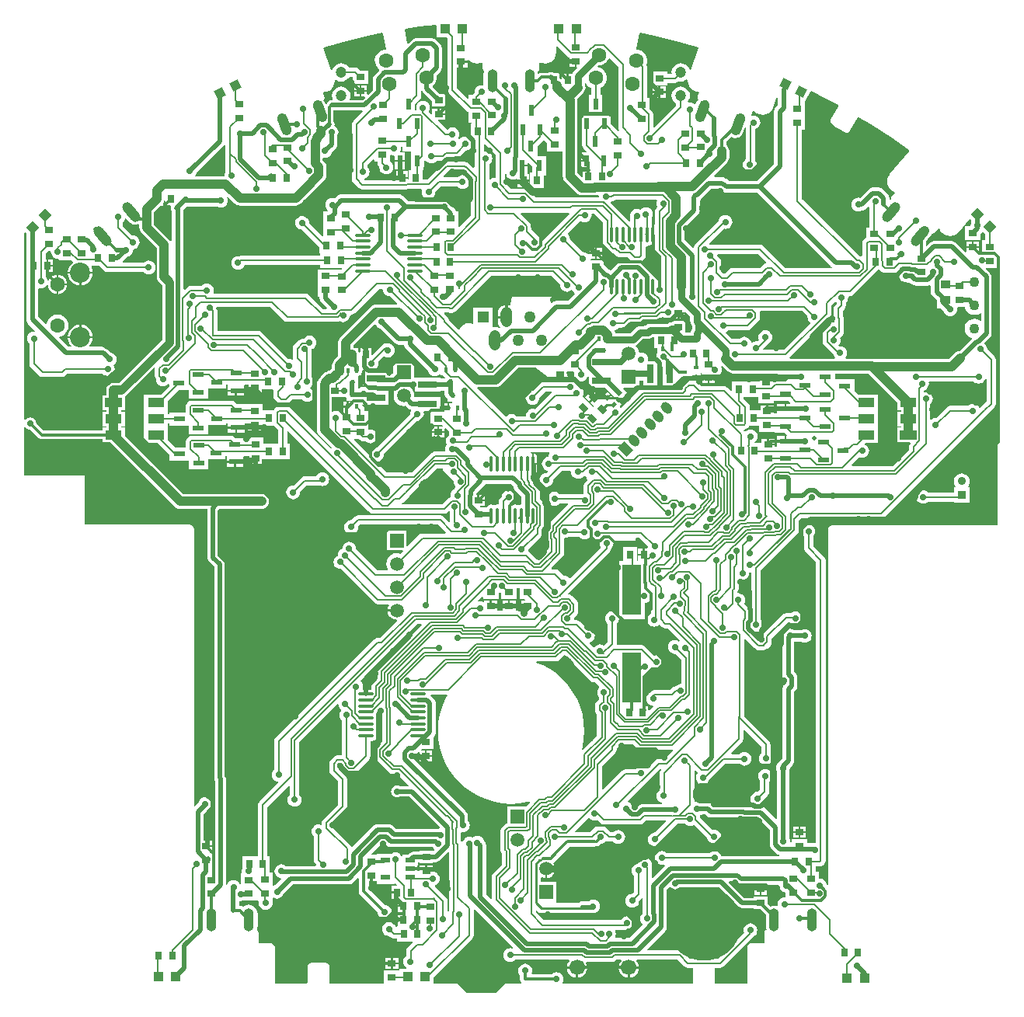
<source format=gbl>
%FSLAX44Y44*%
%MOMM*%
G71*
G01*
G75*
G04 Layer_Physical_Order=2*
G04 Layer_Color=16711680*
%ADD10R,1.0000X1.0000*%
%ADD11R,1.0000X1.8500*%
%ADD12R,1.0000X1.8000*%
%ADD13R,1.3000X0.6000*%
%ADD14R,0.6000X1.3000*%
%ADD15R,1.0000X1.0000*%
%ADD16R,1.0500X0.6000*%
%ADD17P,1.4142X4X270.0*%
%ADD18P,1.4142X4X360.0*%
%ADD19O,1.7000X0.3500*%
%ADD20R,0.5000X0.5000*%
%ADD21O,2.2000X0.6000*%
%ADD22R,0.3000X0.5200*%
%ADD23R,0.3000X0.4900*%
%ADD24R,2.8000X2.8000*%
%ADD25O,0.2500X0.8000*%
%ADD26O,0.8000X0.2500*%
%ADD27O,0.2600X0.9000*%
%ADD28R,0.6000X0.6000*%
%ADD29R,1.0000X0.9000*%
%ADD30R,0.4000X1.3500*%
%ADD31R,1.5000X2.0000*%
%ADD32O,0.3000X1.8000*%
%ADD33O,1.8000X0.3000*%
%ADD34R,1.3000X1.4000*%
%ADD35R,1.4000X1.9000*%
%ADD36R,0.8000X1.5000*%
%ADD37O,1.1000X2.5000*%
G04:AMPARAMS|DCode=38|XSize=1.1mm|YSize=2.5mm|CornerRadius=0mm|HoleSize=0mm|Usage=FLASHONLY|Rotation=220.000|XOffset=0mm|YOffset=0mm|HoleType=Round|Shape=Round|*
%AMOVALD38*
21,1,1.4000,1.1000,0.0000,0.0000,310.0*
1,1,1.1000,-0.4500,0.5362*
1,1,1.1000,0.4500,-0.5362*
%
%ADD38OVALD38*%

G04:AMPARAMS|DCode=39|XSize=1.1mm|YSize=2.5mm|CornerRadius=0mm|HoleSize=0mm|Usage=FLASHONLY|Rotation=200.000|XOffset=0mm|YOffset=0mm|HoleType=Round|Shape=Round|*
%AMOVALD39*
21,1,1.4000,1.1000,0.0000,0.0000,290.0*
1,1,1.1000,-0.2394,0.6578*
1,1,1.1000,0.2394,-0.6578*
%
%ADD39OVALD39*%

G04:AMPARAMS|DCode=40|XSize=1.1mm|YSize=2.5mm|CornerRadius=0mm|HoleSize=0mm|Usage=FLASHONLY|Rotation=160.000|XOffset=0mm|YOffset=0mm|HoleType=Round|Shape=Round|*
%AMOVALD40*
21,1,1.4000,1.1000,0.0000,0.0000,250.0*
1,1,1.1000,0.2394,0.6578*
1,1,1.1000,-0.2394,-0.6578*
%
%ADD40OVALD40*%

G04:AMPARAMS|DCode=41|XSize=1.1mm|YSize=2.5mm|CornerRadius=0mm|HoleSize=0mm|Usage=FLASHONLY|Rotation=140.000|XOffset=0mm|YOffset=0mm|HoleType=Round|Shape=Round|*
%AMOVALD41*
21,1,1.4000,1.1000,0.0000,0.0000,230.0*
1,1,1.1000,0.4500,0.5362*
1,1,1.1000,-0.4500,-0.5362*
%
%ADD41OVALD41*%

%ADD42R,0.9000X0.7000*%
%ADD43R,0.7000X0.9000*%
G04:AMPARAMS|DCode=44|XSize=0.9mm|YSize=0.7mm|CornerRadius=0mm|HoleSize=0mm|Usage=FLASHONLY|Rotation=135.000|XOffset=0mm|YOffset=0mm|HoleType=Round|Shape=Rectangle|*
%AMROTATEDRECTD44*
4,1,4,0.5657,-0.0707,0.0707,-0.5657,-0.5657,0.0707,-0.0707,0.5657,0.5657,-0.0707,0.0*
%
%ADD44ROTATEDRECTD44*%

%ADD45C,0.2000*%
%ADD46C,0.5000*%
%ADD47C,0.4000*%
%ADD48C,0.3000*%
%ADD49C,0.1500*%
%ADD50C,0.6000*%
%ADD51C,0.8000*%
%ADD52C,1.0000*%
%ADD53C,0.2500*%
%ADD54C,0.7500*%
%ADD55C,0.9000*%
%ADD56C,0.8500*%
%ADD57C,0.2900*%
%ADD58R,0.5000X0.2500*%
%ADD59R,1.5000X1.5000*%
%ADD60C,1.5000*%
%ADD61C,1.2000*%
%ADD62C,2.4000*%
%ADD63C,8.0000*%
%ADD64C,1.6000*%
%ADD65C,1.7000*%
G04:AMPARAMS|DCode=66|XSize=1mm|YSize=1.4mm|CornerRadius=0mm|HoleSize=0mm|Usage=FLASHONLY|Rotation=45.000|XOffset=0mm|YOffset=0mm|HoleType=Round|Shape=Rectangle|*
%AMROTATEDRECTD66*
4,1,4,0.1414,-0.8485,-0.8485,0.1414,-0.1414,0.8485,0.8485,-0.1414,0.1414,-0.8485,0.0*
%
%ADD66ROTATEDRECTD66*%

G04:AMPARAMS|DCode=67|XSize=1mm|YSize=1.4mm|CornerRadius=0.5mm|HoleSize=0mm|Usage=FLASHONLY|Rotation=45.000|XOffset=0mm|YOffset=0mm|HoleType=Round|Shape=RoundedRectangle|*
%AMROUNDEDRECTD67*
21,1,1.0000,0.4000,0,0,45.0*
21,1,0.0000,1.4000,0,0,45.0*
1,1,1.0000,0.1414,-0.1414*
1,1,1.0000,0.1414,-0.1414*
1,1,1.0000,-0.1414,0.1414*
1,1,1.0000,-0.1414,0.1414*
%
%ADD67ROUNDEDRECTD67*%
%ADD68C,1.1000*%
%ADD69C,2.2000*%
%ADD70C,1.2700*%
%ADD71R,1.2700X1.2700*%
%ADD72C,0.9000*%
%ADD73R,0.9000X0.9000*%
%ADD74C,0.7000*%
%ADD75C,0.6600*%
%ADD76C,0.6000*%
%ADD77R,0.4000X0.5100*%
%ADD78P,1.4142X4X250.0*%
%ADD79R,1.8500X1.0000*%
%ADD80R,1.8000X1.0000*%
%ADD81O,0.3500X1.7000*%
%ADD82P,1.4142X4X200.0*%
G04:AMPARAMS|DCode=83|XSize=0.4mm|YSize=0.51mm|CornerRadius=0mm|HoleSize=0mm|Usage=FLASHONLY|Rotation=315.000|XOffset=0mm|YOffset=0mm|HoleType=Round|Shape=Rectangle|*
%AMROTATEDRECTD83*
4,1,4,-0.3217,-0.0389,0.0389,0.3217,0.3217,0.0389,-0.0389,-0.3217,-0.3217,-0.0389,0.0*
%
%ADD83ROTATEDRECTD83*%

%ADD84R,0.5100X0.4000*%
%ADD85R,2.0000X5.5000*%
%ADD86R,2.0000X0.7000*%
%ADD87R,0.7000X2.0000*%
%ADD88C,0.2800*%
%ADD89C,0.7000*%
%ADD90O,1.2700X2.2098*%
%ADD91O,1.2700X1.2710*%
G36*
X820065Y883435D02*
X820750Y881782D01*
Y879700D01*
X825750D01*
Y878340D01*
X822750D01*
Y873250D01*
X821750D01*
Y872250D01*
X817210D01*
Y868160D01*
D01*
Y868160D01*
X816590Y867540D01*
X813460D01*
X813460Y867540D01*
Y867540D01*
X813244Y867433D01*
X812773Y867794D01*
X810949Y868550D01*
X808991Y868808D01*
X807033Y868550D01*
X805625Y867967D01*
X804569Y868673D01*
Y883500D01*
X816500D01*
Y883500D01*
X816632Y883616D01*
X818000Y883436D01*
X819795Y883672D01*
X820065Y883435D01*
D02*
G37*
G36*
X1068796Y910444D02*
X1068697Y910203D01*
X1068439Y908245D01*
X1068697Y906288D01*
X1069453Y904463D01*
X1070655Y902896D01*
X1072221Y901694D01*
X1074046Y900939D01*
X1076004Y900681D01*
X1077962Y900939D01*
X1079786Y901694D01*
X1081353Y902896D01*
X1082555Y904463D01*
X1083254Y906152D01*
X1084500Y905904D01*
Y893750D01*
X1102728D01*
X1112157Y884321D01*
X1111200Y883364D01*
X1109078Y885485D01*
X1105479Y881886D01*
X1104772Y882593D01*
X1104065Y881886D01*
X1100855Y885096D01*
X1098454Y882695D01*
X1094781Y886367D01*
X1090510Y882096D01*
X1086239Y877825D01*
X1090272Y873793D01*
X1089240Y872760D01*
X1078490Y883510D01*
X1078490D01*
D01*
D01*
D01*
X1077689Y884311D01*
X1077805Y884462D01*
X1078560Y886287D01*
X1078818Y888245D01*
X1078560Y890202D01*
X1077805Y892027D01*
X1076602Y893594D01*
X1075036Y894796D01*
X1073211Y895552D01*
X1072227Y895681D01*
X1072060Y896953D01*
X1071304Y898777D01*
X1070102Y900344D01*
X1068536Y901546D01*
X1066711Y902302D01*
X1064753Y902560D01*
X1062795Y902302D01*
X1062424Y902494D01*
X1060595Y910507D01*
X1061387Y911500D01*
X1068091D01*
X1068796Y910444D01*
D02*
G37*
G36*
X1269500Y877000D02*
X1286500D01*
Y879402D01*
X1302388D01*
X1304327Y877464D01*
X1303841Y876290D01*
X1299750D01*
Y870750D01*
X1298750D01*
Y869750D01*
X1289710D01*
Y865848D01*
X1286040D01*
Y867250D01*
X1279000D01*
Y868250D01*
X1278000D01*
Y874290D01*
X1271960D01*
Y869250D01*
X1271750D01*
Y869250D01*
X1260348D01*
Y872592D01*
X1260024Y874219D01*
X1259960Y874543D01*
X1258855Y876197D01*
X1253348Y881704D01*
Y883750D01*
X1255750D01*
D01*
X1255750Y883750D01*
X1255750Y883750D01*
X1255750D01*
Y883750D01*
Y883750D01*
X1269500D01*
Y877000D01*
D02*
G37*
G36*
X1160409Y922647D02*
X1161976Y921445D01*
X1163800Y920689D01*
X1164560Y920590D01*
Y916450D01*
X1164952D01*
Y909441D01*
X1165000Y909200D01*
Y895000D01*
X1165445D01*
X1165649Y894509D01*
X1164943Y893453D01*
X1143826D01*
X1141875Y893065D01*
X1140221Y891960D01*
X1120032Y871771D01*
X1118834Y871849D01*
X1118366Y872209D01*
X1118283Y873476D01*
X1120717Y875911D01*
X1117182Y879446D01*
X1119975Y882240D01*
X1120778Y882572D01*
X1122136Y883614D01*
X1123178Y884972D01*
X1123510Y885775D01*
X1126374Y888639D01*
X1122164Y892849D01*
X1122136Y892886D01*
X1122618Y894050D01*
X1139500D01*
Y901435D01*
X1144000D01*
Y895000D01*
X1159000D01*
Y908508D01*
X1159065Y909000D01*
X1159000Y909492D01*
Y922508D01*
X1160203Y922916D01*
X1160409Y922647D01*
D02*
G37*
G36*
X1043000Y903125D02*
X1043456Y901084D01*
X1042662Y900093D01*
X1035252D01*
X1033301Y899705D01*
X1031647Y898600D01*
X1023565Y890518D01*
X1023251Y890559D01*
X1021293Y890301D01*
X1019469Y889546D01*
X1017902Y888343D01*
X1016700Y886777D01*
X1015944Y884952D01*
X1015686Y882994D01*
X1015944Y881036D01*
X1016700Y879212D01*
X1017902Y877645D01*
X1019469Y876443D01*
X1021293Y875687D01*
X1023251Y875430D01*
X1025209Y875687D01*
X1027033Y876443D01*
X1028600Y877645D01*
X1029802Y879212D01*
X1030558Y881036D01*
X1030816Y882994D01*
X1030775Y883308D01*
X1037363Y889897D01*
X1044028D01*
X1044514Y888724D01*
X1026330Y870540D01*
X1025709Y870797D01*
X1023751Y871055D01*
X1021793Y870797D01*
X1019969Y870041D01*
X1018402Y868839D01*
X1017200Y867272D01*
X1016444Y865448D01*
X1016186Y863490D01*
X1015395Y862588D01*
X1006282D01*
X1006089Y862839D01*
X1004522Y864041D01*
X1002698Y864797D01*
X1000740Y865055D01*
X998782Y864797D01*
X996958Y864041D01*
X995391Y862839D01*
X995100Y862460D01*
X993833Y862377D01*
X962956Y893254D01*
X963442Y894427D01*
X983496D01*
X985584Y894702D01*
X987530Y895508D01*
X989201Y896790D01*
X1008093Y915682D01*
X1026373D01*
X1043000Y903125D01*
D02*
G37*
G36*
X838500Y910758D02*
Y896750D01*
X851308D01*
X851649Y896609D01*
X852439Y896281D01*
X854136Y896058D01*
X873194D01*
X874891Y896281D01*
X875681Y896609D01*
X876472Y896936D01*
X877830Y897978D01*
X879170Y899318D01*
X894102D01*
X894102Y899318D01*
Y899318D01*
X894368Y899318D01*
X895000Y898686D01*
Y890000D01*
X923000D01*
Y890944D01*
X927444D01*
Y887750D01*
X927667Y886053D01*
X927995Y885263D01*
X928322Y884472D01*
X929364Y883114D01*
X930500Y881979D01*
Y878700D01*
X935500D01*
Y877340D01*
X932500D01*
Y872250D01*
X931500D01*
Y871250D01*
X926960D01*
Y868000D01*
X923000D01*
Y869000D01*
X923000D01*
Y884000D01*
X895244D01*
X894406Y884955D01*
X894467Y885418D01*
X894072Y888420D01*
X892913Y891217D01*
X891070Y893620D01*
X888668Y895463D01*
X885870Y896622D01*
X882868Y897017D01*
X879866Y896622D01*
X877068Y895463D01*
X874666Y893620D01*
X872823Y891217D01*
X871664Y888420D01*
X871269Y885418D01*
X871664Y882416D01*
X872823Y879618D01*
X874666Y877216D01*
X877068Y875373D01*
X879866Y874214D01*
X882868Y873819D01*
X884925Y874089D01*
X887150Y871864D01*
X888508Y870822D01*
X889434Y870439D01*
X890089Y870167D01*
X890576Y870103D01*
X891062Y868930D01*
X890949Y868783D01*
X890193Y866958D01*
X889935Y865000D01*
X889977Y864687D01*
X854055Y828765D01*
X853743Y828806D01*
X851785Y828548D01*
X849960Y827793D01*
X848394Y826590D01*
X847192Y825024D01*
X846436Y823199D01*
X846191Y821343D01*
X844989Y820935D01*
X828597Y837327D01*
X829083Y838500D01*
X833790D01*
X835153Y837137D01*
X836807Y836032D01*
X837131Y835968D01*
X838758Y835644D01*
X841393D01*
X841394Y835643D01*
X842960Y834441D01*
X844785Y833685D01*
X846742Y833428D01*
X848700Y833685D01*
X850525Y834441D01*
X852092Y835643D01*
X853294Y837210D01*
X854050Y839034D01*
X854307Y840992D01*
X854050Y842950D01*
X853294Y844775D01*
X852092Y846341D01*
X850525Y847543D01*
X848700Y848299D01*
X846742Y848557D01*
X845205Y848354D01*
X844250Y849192D01*
Y853500D01*
D01*
Y853500D01*
X844250Y853500D01*
Y853500D01*
X844250D01*
X844250D01*
Y868500D01*
X840348D01*
Y869750D01*
X840024Y871377D01*
X839960Y871701D01*
X838855Y873355D01*
X837750Y874460D01*
Y875750D01*
X838500D01*
Y875750D01*
X866500D01*
Y890750D01*
X854272D01*
X854136Y890886D01*
X852778Y891928D01*
X851988Y892255D01*
X851197Y892583D01*
X849500Y892806D01*
X844064D01*
X842775Y893796D01*
X840950Y894551D01*
X838992Y894809D01*
X837034Y894551D01*
X835210Y893796D01*
X834445Y893209D01*
X833306Y893771D01*
Y897989D01*
X833333Y898053D01*
X833556Y899750D01*
X833333Y901447D01*
X833000Y902250D01*
Y906300D01*
X833000D01*
Y906302D01*
X833898Y907200D01*
X837000D01*
Y909960D01*
X837941Y910813D01*
X838500Y910758D01*
D02*
G37*
G36*
X1421000Y878089D02*
Y869500D01*
X1424931D01*
Y868000D01*
X1421000D01*
Y852000D01*
X1424931D01*
Y850500D01*
X1420750D01*
Y834500D01*
X1432476D01*
X1433000Y834431D01*
X1433524Y834500D01*
X1434631D01*
X1435117Y833327D01*
X1435076Y833286D01*
X1434026Y831714D01*
X1433657Y829861D01*
Y826667D01*
X1415583Y808593D01*
X1371461D01*
X1370975Y809766D01*
X1379382Y818174D01*
X1380542Y817693D01*
X1382500Y817435D01*
X1384458Y817693D01*
X1386282Y818449D01*
X1387849Y819651D01*
X1389051Y821218D01*
X1389807Y823042D01*
X1390065Y825000D01*
X1389807Y826958D01*
X1389051Y828782D01*
X1387849Y830349D01*
X1386282Y831551D01*
X1385202Y831999D01*
X1385099Y832518D01*
X1385904Y833500D01*
X1400000D01*
Y851000D01*
Y868500D01*
Y886500D01*
X1377959D01*
X1374000Y890460D01*
Y903000D01*
X1353000D01*
D01*
X1353000D01*
X1353000Y903000D01*
Y909431D01*
X1389658D01*
X1421000Y878089D01*
D02*
G37*
G36*
X1042001Y822502D02*
X1041449Y821783D01*
X1040693Y819958D01*
X1040501Y818499D01*
X1039042Y818307D01*
X1037218Y817551D01*
X1035651Y816349D01*
X1034449Y814782D01*
X1033693Y812958D01*
X1033436Y811000D01*
X1033693Y809042D01*
X1034449Y807218D01*
X1035651Y805651D01*
X1037218Y804449D01*
X1039042Y803693D01*
X1039775Y803596D01*
X1040184Y802394D01*
X1038801Y801012D01*
X1038502Y801051D01*
X1036544Y800794D01*
X1034719Y800038D01*
X1033153Y798836D01*
X1031951Y797269D01*
X1031195Y795445D01*
X1030937Y793487D01*
X1031195Y791529D01*
X1031951Y789704D01*
X1033153Y788138D01*
X1034719Y786936D01*
X1036544Y786180D01*
X1038502Y785922D01*
X1040460Y786180D01*
X1042284Y786936D01*
X1043851Y788138D01*
X1045053Y789704D01*
X1045809Y791529D01*
X1046067Y793487D01*
X1046023Y793815D01*
X1051604Y799395D01*
X1051604Y799395D01*
X1051604D01*
X1055351Y803142D01*
X1064648D01*
X1065439Y802240D01*
X1065697Y800283D01*
X1066452Y798458D01*
X1067654Y796891D01*
X1069221Y795689D01*
X1071046Y794933D01*
X1073004Y794676D01*
X1074961Y794933D01*
X1076786Y795689D01*
X1078353Y796891D01*
X1078598Y797210D01*
X1080206Y797531D01*
X1081384Y797129D01*
X1082734Y793110D01*
X1080650Y791026D01*
X1079545Y789372D01*
X1079157Y787421D01*
Y779551D01*
X1079263Y779015D01*
X1078792Y778357D01*
X1078166Y778098D01*
X1052792D01*
X1052599Y778349D01*
X1051032Y779551D01*
X1049208Y780307D01*
X1047250Y780565D01*
X1045292Y780307D01*
X1043468Y779551D01*
X1041901Y778349D01*
X1040699Y776782D01*
X1039943Y774958D01*
X1039685Y773000D01*
X1039943Y771042D01*
X1040699Y769218D01*
X1041901Y767651D01*
X1043468Y766449D01*
X1045292Y765693D01*
X1047250Y765435D01*
X1049208Y765693D01*
X1051032Y766449D01*
X1052599Y767651D01*
X1052792Y767902D01*
X1061664D01*
X1062150Y766729D01*
X1042145Y746724D01*
X1041040Y745070D01*
X1040652Y743119D01*
Y740603D01*
X1039594Y739545D01*
X1038489Y737891D01*
X1038101Y735940D01*
Y730141D01*
X1038489Y728190D01*
X1039402Y726823D01*
Y717212D01*
X1028882Y706692D01*
X1027811D01*
X1019412Y715091D01*
X1018574Y715651D01*
X1018815Y717486D01*
X1018774Y717800D01*
X1032092Y731118D01*
X1033197Y732772D01*
X1033261Y733095D01*
X1033585Y734723D01*
Y738916D01*
X1035355Y740685D01*
X1036460Y742339D01*
X1036524Y742663D01*
X1036848Y744290D01*
Y765165D01*
X1036460Y767116D01*
X1035355Y768770D01*
X1031598Y772527D01*
Y781978D01*
X1031210Y783929D01*
X1030105Y785583D01*
X1025088Y790600D01*
Y790818D01*
X1024764Y792445D01*
X1024700Y792769D01*
X1023595Y794423D01*
X1022598Y795419D01*
Y799404D01*
X1023000Y799734D01*
Y802674D01*
X1023363Y804500D01*
Y811250D01*
Y818000D01*
X1023000Y819827D01*
Y822176D01*
X1022326Y822041D01*
X1021490Y823293D01*
X1021596Y823641D01*
X1041439D01*
X1042001Y822502D01*
D02*
G37*
G36*
X1270500Y845750D02*
X1287500D01*
D01*
X1287500D01*
X1288250Y844999D01*
Y844750D01*
X1298541D01*
X1300827Y842464D01*
X1300341Y841290D01*
X1300000D01*
Y835750D01*
X1299000D01*
Y834750D01*
X1289960D01*
Y830210D01*
D01*
Y830210D01*
X1289598Y829848D01*
X1287040D01*
Y831250D01*
X1280000D01*
Y832250D01*
X1279000D01*
Y838290D01*
X1272960D01*
Y833500D01*
X1265520D01*
X1265112Y834703D01*
X1266348Y835651D01*
X1267551Y837218D01*
X1268306Y839043D01*
X1268564Y841000D01*
X1268306Y842958D01*
X1267551Y844783D01*
X1266348Y846349D01*
X1264782Y847552D01*
X1262957Y848307D01*
X1260999Y848565D01*
X1259041Y848307D01*
X1257217Y847552D01*
X1255650Y846349D01*
X1255584Y846264D01*
X1254315Y846305D01*
X1254105Y846620D01*
X1253246Y847479D01*
X1253732Y848652D01*
X1253786D01*
X1255737Y849040D01*
X1257391Y850145D01*
X1258855Y851610D01*
X1259283Y852250D01*
X1270500D01*
Y845750D01*
D02*
G37*
G36*
X912000Y868000D02*
X912000D01*
Y853000D01*
X924803D01*
X925508Y851944D01*
X925341Y851540D01*
X921500D01*
Y846500D01*
X927540D01*
Y849341D01*
X928713Y849827D01*
X932000Y846540D01*
Y842001D01*
X931151Y841349D01*
X929949Y839783D01*
X929193Y837958D01*
X928935Y836000D01*
X929193Y834043D01*
X929949Y832218D01*
X930124Y831989D01*
X929199Y830783D01*
X928443Y828958D01*
X928185Y827000D01*
X928376Y825548D01*
X927539Y824593D01*
X916910D01*
X916909Y824593D01*
X915364Y824286D01*
X915056Y824224D01*
X913485Y823175D01*
X891903Y801593D01*
X864330D01*
X853436Y812487D01*
X853844Y813690D01*
X855701Y813934D01*
X857525Y814690D01*
X859092Y815892D01*
X860294Y817459D01*
X861050Y819283D01*
X861308Y821241D01*
X861266Y821556D01*
X897186Y857477D01*
X897500Y857436D01*
X899458Y857693D01*
X901282Y858449D01*
X902849Y859651D01*
X904051Y861218D01*
X904807Y863043D01*
X905065Y865000D01*
X904807Y866958D01*
X904398Y867944D01*
X905104Y869000D01*
X912000D01*
Y868000D01*
D02*
G37*
G36*
X713460Y854750D02*
X720500D01*
Y853750D01*
X721500D01*
Y847710D01*
X727540D01*
Y852750D01*
X728750D01*
Y852750D01*
X741218D01*
X741646Y852110D01*
X746152Y847603D01*
Y833000D01*
X743750D01*
D01*
X743750Y833000D01*
X743750D01*
Y833000D01*
D01*
X730000D01*
Y839500D01*
X713000D01*
Y836837D01*
X709500D01*
Y839250D01*
X699210D01*
X698105Y840355D01*
X696451Y841460D01*
X694500Y841848D01*
X651965D01*
X650901Y841636D01*
X650015Y841460D01*
X650014Y841460D01*
X650014Y841460D01*
X649215Y840926D01*
X648361Y840355D01*
X646896Y838891D01*
X646896Y838891D01*
X646895Y838891D01*
X646403Y838153D01*
X645791Y837238D01*
X645790Y837237D01*
X645790Y837237D01*
X645604Y836301D01*
X645402Y835287D01*
X645402Y835286D01*
X645402Y835286D01*
Y828750D01*
X633960D01*
X626000Y836710D01*
Y851000D01*
Y854902D01*
X627750D01*
Y852750D01*
X648750D01*
Y843250D01*
X669750D01*
Y853000D01*
X689750D01*
Y855152D01*
X691210D01*
Y851500D01*
X709290D01*
Y855152D01*
X713460D01*
Y854750D01*
D02*
G37*
G36*
X1195190Y971896D02*
Y966099D01*
X1195431Y964272D01*
X1196136Y962569D01*
X1197190Y961195D01*
Y958305D01*
X1196136Y956931D01*
X1195431Y955228D01*
X1195330Y954466D01*
X1190000D01*
Y966500D01*
X1185099D01*
X1184327Y966820D01*
X1182500Y967060D01*
X1180673Y966820D01*
X1179901Y966500D01*
X1175000D01*
Y965311D01*
X1174509D01*
X1172681Y965070D01*
X1170978Y964365D01*
X1169921Y963553D01*
X1151349D01*
X1149522Y963313D01*
X1147819Y962608D01*
X1146357Y961486D01*
X1146176Y961304D01*
X1140660D01*
X1138833Y961064D01*
X1137130Y960359D01*
X1135668Y959237D01*
X1130042Y953611D01*
X1113350D01*
X1113294Y954038D01*
X1112488Y955984D01*
Y955984D01*
Y955984D01*
X1113062Y956743D01*
X1114887Y957499D01*
X1116453Y958701D01*
X1116646Y958952D01*
X1123136D01*
X1125087Y959340D01*
X1126741Y960445D01*
X1126741Y960445D01*
X1126741Y960445D01*
X1130442Y964146D01*
X1140059D01*
X1142010Y964534D01*
X1143663Y965639D01*
X1144419Y966395D01*
X1158140D01*
X1160091Y966783D01*
X1161745Y967888D01*
X1164757Y970901D01*
X1164757Y970901D01*
Y970901D01*
X1165659Y970650D01*
X1167226Y969448D01*
X1169051Y968692D01*
X1171008Y968434D01*
X1172966Y968692D01*
X1173614Y968960D01*
X1175460Y968960D01*
Y968960D01*
X1181500D01*
Y975000D01*
X1182500D01*
Y976000D01*
X1189814D01*
X1190713Y976373D01*
X1195190Y971896D01*
D02*
G37*
G36*
X860436Y1001000D02*
X860693Y999042D01*
X861449Y997218D01*
X862651Y995651D01*
X864218Y994449D01*
X866042Y993693D01*
X868000Y993435D01*
X868314Y993477D01*
X876048Y985743D01*
X875562Y984569D01*
X852808D01*
X850719Y984295D01*
X848773Y983488D01*
X847102Y982206D01*
X814044Y949148D01*
X812762Y947477D01*
X811956Y945531D01*
X811681Y943443D01*
Y928292D01*
X807294Y923905D01*
X806012Y922234D01*
X805206Y920288D01*
X804931Y918200D01*
Y915078D01*
X803794Y914206D01*
X802088Y912500D01*
X800500D01*
Y911859D01*
X800012Y911794D01*
X798066Y910988D01*
X796395Y909706D01*
X792294Y905605D01*
X791012Y903934D01*
X790521Y902750D01*
X789512Y901434D01*
X788706Y899488D01*
X788431Y897400D01*
Y848358D01*
X788706Y846270D01*
X789512Y844323D01*
X790794Y842652D01*
X804543Y828904D01*
X804096Y827715D01*
X803565Y827680D01*
X759390Y871855D01*
X757737Y872960D01*
X755786Y873348D01*
X746714D01*
X745087Y873024D01*
X744763Y872960D01*
X743110Y871855D01*
X741646Y870391D01*
X741217Y869750D01*
X729000D01*
Y876250D01*
X712000D01*
Y876250D01*
X711000D01*
X710750Y876500D01*
Y876500D01*
X700460D01*
X698605Y878355D01*
X696951Y879460D01*
X695000Y879848D01*
X651715D01*
X649764Y879460D01*
X648110Y878355D01*
X646645Y876891D01*
X645540Y875237D01*
X645152Y873286D01*
Y866750D01*
X627750D01*
Y865098D01*
X626000D01*
Y868500D01*
Y879540D01*
X638210Y891750D01*
X648500D01*
Y882250D01*
X669500D01*
Y893250D01*
X689500D01*
Y897402D01*
X690960D01*
Y896290D01*
X690960D01*
Y891750D01*
X709040D01*
Y896290D01*
X709040D01*
Y896504D01*
X709938Y897402D01*
X713960D01*
Y895250D01*
X721000D01*
Y894250D01*
X722000D01*
Y888210D01*
X728040D01*
Y892500D01*
X739517D01*
X741290Y891436D01*
X741086Y890409D01*
X740902Y889485D01*
Y884515D01*
X740902Y884515D01*
X740902D01*
X741290Y882564D01*
X742395Y880910D01*
X745910Y877395D01*
X747564Y876290D01*
X749515Y875902D01*
X754485D01*
X755409Y876086D01*
X756436Y876290D01*
X756436Y876290D01*
X756436Y876290D01*
X757204Y876804D01*
X758090Y877395D01*
X761597Y880902D01*
X772633D01*
X772640Y880892D01*
X774207Y879690D01*
X776031Y878934D01*
X777989Y878677D01*
X779947Y878934D01*
X781772Y879690D01*
X783338Y880892D01*
X784540Y882459D01*
X785296Y884283D01*
X785554Y886241D01*
X785296Y888199D01*
X784540Y890024D01*
X783338Y891590D01*
X781772Y892792D01*
X781565Y892878D01*
X781162Y893850D01*
X781109Y894258D01*
X782588Y895393D01*
X783790Y896959D01*
X784546Y898784D01*
X784804Y900742D01*
X784546Y902700D01*
X783790Y904524D01*
X782588Y906091D01*
X782337Y906283D01*
Y933761D01*
X782328Y933808D01*
X782277Y934065D01*
X782279Y934071D01*
X782536Y936029D01*
X782530Y936075D01*
X784022Y936693D01*
X785588Y937895D01*
X786790Y939462D01*
X787546Y941286D01*
X787804Y943244D01*
X787546Y945202D01*
X786790Y947026D01*
X785588Y948593D01*
X784022Y949795D01*
X782197Y950551D01*
X780239Y950809D01*
X778281Y950551D01*
X776457Y949795D01*
X774890Y948593D01*
X773765Y947126D01*
X772486D01*
X770536Y946738D01*
X768882Y945633D01*
X763395Y940147D01*
X762290Y938493D01*
X761902Y936542D01*
Y926515D01*
X762100Y925519D01*
X761119Y924714D01*
X759696Y925303D01*
X757738Y925561D01*
X757106Y925477D01*
X728159Y954425D01*
X726588Y955474D01*
X724734Y955843D01*
X679843D01*
Y977733D01*
X679474Y979586D01*
X678699Y980746D01*
X678799Y981499D01*
X679591Y982402D01*
X737338D01*
X752345Y967395D01*
X753999Y966290D01*
X754323Y966226D01*
X755950Y965902D01*
X811000D01*
X812951Y966290D01*
X813204Y966459D01*
X813218Y966449D01*
X815042Y965693D01*
X817000Y965435D01*
X818958Y965693D01*
X820782Y966449D01*
X822349Y967651D01*
X823551Y969218D01*
X824307Y971042D01*
X824565Y973000D01*
X825356Y973902D01*
X825978D01*
X827929Y974290D01*
X829583Y975395D01*
X856105Y1001917D01*
X859632D01*
X860436Y1001000D01*
D02*
G37*
G36*
X1053476Y1006314D02*
X1053435Y1006000D01*
X1053693Y1004042D01*
X1054448Y1002218D01*
X1055651Y1000651D01*
X1057217Y999449D01*
X1059042Y998693D01*
X1061000Y998436D01*
X1062958Y998693D01*
X1064782Y999449D01*
X1065905Y1000311D01*
X1067132Y999982D01*
X1067449Y999218D01*
X1068651Y997651D01*
X1069042Y997351D01*
X1069125Y996083D01*
X1061589Y988548D01*
X1049398D01*
X1047701Y988324D01*
X1047046Y988053D01*
X1046120Y987669D01*
X1044762Y986627D01*
X1044435Y986300D01*
X1043214Y986652D01*
X1042250Y990875D01*
X1044000Y992625D01*
X1000750D01*
X999246Y984189D01*
X998132Y983579D01*
X996971Y984061D01*
X995650Y984234D01*
Y970700D01*
X994650D01*
Y969700D01*
X985683D01*
Y966001D01*
X985989Y963681D01*
X986884Y961518D01*
X988139Y959884D01*
X987241Y958986D01*
X987169Y959040D01*
X984652Y960083D01*
X981950Y960439D01*
X980555Y960255D01*
X979600Y961092D01*
Y981050D01*
X958900D01*
Y964339D01*
X957844Y963633D01*
X957262Y963874D01*
X954260Y964269D01*
X951258Y963874D01*
X948461Y962715D01*
X946058Y960872D01*
X944215Y958470D01*
X943865Y957626D01*
X942620Y957378D01*
X932147Y967850D01*
X931855Y969322D01*
X930750Y970975D01*
X926996Y974729D01*
X927482Y975903D01*
X931444D01*
X931484Y975876D01*
X933435Y975488D01*
X935507D01*
X937458Y975876D01*
X939111Y976981D01*
X977782Y1015652D01*
X1044138D01*
X1053476Y1006314D01*
D02*
G37*
G36*
X1278093Y1030697D02*
X1277725Y1029482D01*
X1277271Y1029392D01*
X1276357Y1029210D01*
X1276357Y1029210D01*
X1276357Y1029210D01*
X1275543Y1028667D01*
X1274703Y1028106D01*
X1273203Y1026606D01*
X1273203Y1026606D01*
X1273202Y1026605D01*
X1271382Y1024785D01*
X1241414D01*
X1239463Y1024397D01*
X1237809Y1023292D01*
X1233202Y1018684D01*
X1231612D01*
X1229109Y1021187D01*
Y1030989D01*
X1228721Y1032940D01*
X1227616Y1034594D01*
X1224523Y1037686D01*
X1224564Y1038000D01*
X1224473Y1038696D01*
X1225310Y1039651D01*
X1269140D01*
X1278093Y1030697D01*
D02*
G37*
G36*
X583789Y1074663D02*
X585439Y1073151D01*
X587425Y1072117D01*
X589610Y1071633D01*
X591846Y1071730D01*
X593907Y1072380D01*
X594931Y1071629D01*
Y1068425D01*
X595206Y1066337D01*
X596012Y1064390D01*
X597294Y1062719D01*
X613932Y1046082D01*
Y1015001D01*
X613932Y1015001D01*
X613932D01*
X614207Y1012913D01*
X615013Y1010966D01*
X616295Y1009295D01*
X619935Y1005655D01*
Y946592D01*
X572651Y899308D01*
X567000D01*
X564912Y899033D01*
X562966Y898227D01*
X561295Y896945D01*
X560012Y895274D01*
X559206Y893327D01*
X558931Y891239D01*
Y885500D01*
X554750D01*
Y869500D01*
X558931D01*
Y868000D01*
X555000D01*
Y852000D01*
X558931D01*
Y850500D01*
X555000D01*
Y847088D01*
X490401D01*
X482548Y854941D01*
X482556Y855000D01*
X482333Y856697D01*
X481678Y858278D01*
X480636Y859636D01*
X479278Y860678D01*
X477697Y861333D01*
X476000Y861556D01*
X474303Y861333D01*
X472722Y860678D01*
X471364Y859636D01*
X470791Y858889D01*
X469588Y859297D01*
Y1062590D01*
X470761Y1063076D01*
X471726Y1062111D01*
Y968411D01*
X471950Y966714D01*
X472221Y966059D01*
X472605Y965133D01*
X473647Y963775D01*
X481318Y956104D01*
X480756Y954965D01*
X480000Y955065D01*
X478042Y954807D01*
X476218Y954051D01*
X474651Y952849D01*
X473449Y951282D01*
X472693Y949458D01*
X472435Y947500D01*
X472693Y945542D01*
X473449Y943718D01*
X474651Y942151D01*
X474902Y941958D01*
Y920001D01*
X474902Y920001D01*
X474902D01*
X475290Y918050D01*
X476395Y916396D01*
X485645Y907145D01*
X487299Y906040D01*
X487623Y905976D01*
X489250Y905652D01*
X510878D01*
X512829Y906040D01*
X514483Y907145D01*
X516239Y908902D01*
X554958D01*
X555151Y908651D01*
X556718Y907449D01*
X558542Y906693D01*
X560500Y906435D01*
X562458Y906693D01*
X564282Y907449D01*
X565849Y908651D01*
X567051Y910218D01*
X567807Y912042D01*
X568065Y914000D01*
X567807Y915958D01*
X567051Y917782D01*
X566991Y917861D01*
X567157Y919120D01*
X567849Y919651D01*
X569052Y921218D01*
X569807Y923042D01*
X570065Y925000D01*
X569807Y926958D01*
X569052Y928783D01*
X567849Y930349D01*
X566283Y931552D01*
X564470Y932302D01*
X560136Y936636D01*
X559380Y937216D01*
X558778Y937678D01*
X558778Y937678D01*
X558778Y937678D01*
X558189Y937922D01*
X557197Y938333D01*
X557197Y938333D01*
X557197Y938333D01*
X556792Y938386D01*
X555500Y938556D01*
X541127D01*
X540565Y939695D01*
X542427Y942122D01*
X543791Y945416D01*
X544125Y947950D01*
X517075D01*
X517408Y945416D01*
X518773Y942122D01*
X520635Y939695D01*
X520073Y938556D01*
X517409D01*
X507483Y948482D01*
X507891Y949685D01*
X508832Y949809D01*
X511752Y951018D01*
X514258Y952942D01*
X516182Y955448D01*
X517391Y958367D01*
X517803Y961500D01*
X517391Y964633D01*
X516182Y967552D01*
X514258Y970059D01*
X511752Y971982D01*
X508832Y973191D01*
X505700Y973604D01*
X502567Y973191D01*
X499648Y971982D01*
X497141Y970059D01*
X495218Y967552D01*
X494009Y964633D01*
X493885Y963691D01*
X492682Y963283D01*
X484839Y971127D01*
Y1001823D01*
X485793Y1002660D01*
X487500Y1002436D01*
X489458Y1002693D01*
X491283Y1003449D01*
X492849Y1004651D01*
X493941Y1006075D01*
X495168Y1005746D01*
X495431Y1003749D01*
X496493Y1001185D01*
X498183Y998983D01*
X500384Y997293D01*
X502948Y996232D01*
X504700Y996001D01*
Y1006500D01*
Y1017000D01*
X502948Y1016769D01*
X500384Y1015707D01*
X498183Y1014017D01*
X496493Y1011816D01*
X496167Y1011028D01*
X494908Y1011194D01*
X494807Y1011958D01*
X494051Y1013783D01*
X493098Y1015025D01*
Y1019960D01*
X493750D01*
Y1027000D01*
Y1034040D01*
X493098D01*
Y1040388D01*
X495710Y1043000D01*
X497778D01*
X498436Y1042250D01*
X498693Y1040292D01*
X499449Y1038468D01*
X500651Y1036901D01*
X502218Y1035699D01*
X504042Y1034943D01*
X506000Y1034685D01*
X506545Y1034757D01*
X507500Y1033920D01*
Y1033000D01*
X520755D01*
X522585Y1031170D01*
X522502Y1029903D01*
X520943Y1028707D01*
X518773Y1025879D01*
X517408Y1022585D01*
X517075Y1020050D01*
X544125D01*
X543791Y1022585D01*
X542607Y1025444D01*
X543313Y1026500D01*
X551290D01*
X556395Y1021395D01*
X558049Y1020290D01*
X560000Y1019902D01*
X599458D01*
X599651Y1019651D01*
X601218Y1018449D01*
X603042Y1017693D01*
X605000Y1017435D01*
X606958Y1017693D01*
X608782Y1018449D01*
X610349Y1019651D01*
X611551Y1021218D01*
X612307Y1023042D01*
X612565Y1025000D01*
X612307Y1026958D01*
X611551Y1028782D01*
X610349Y1030349D01*
X608782Y1031551D01*
X606958Y1032307D01*
X605000Y1032565D01*
X603042Y1032307D01*
X601218Y1031551D01*
X599651Y1030349D01*
X599458Y1030098D01*
X577280D01*
X576794Y1031271D01*
X582220Y1036698D01*
X584033Y1037449D01*
X585600Y1038651D01*
X586802Y1040218D01*
X587558Y1042042D01*
X587816Y1044000D01*
X587806Y1044070D01*
X588579Y1045078D01*
X589458Y1045193D01*
X591282Y1045949D01*
X592849Y1047151D01*
X594051Y1048718D01*
X594807Y1050542D01*
X595065Y1052500D01*
X594807Y1054458D01*
X594051Y1056283D01*
X592849Y1057849D01*
X591282Y1059051D01*
X589458Y1059807D01*
X587500Y1060065D01*
X587186Y1060024D01*
X577099Y1070111D01*
Y1074458D01*
X577350Y1074651D01*
X578552Y1076218D01*
X579308Y1078042D01*
X579325Y1078175D01*
X580545Y1078530D01*
X583789Y1074663D01*
D02*
G37*
G36*
X1354192Y987509D02*
X1354467Y987151D01*
X1354718Y986958D01*
Y985428D01*
X1352894Y983605D01*
X1351789Y981951D01*
X1351401Y980000D01*
Y970280D01*
X1351789Y968329D01*
X1352669Y967012D01*
Y966091D01*
X1351714Y965254D01*
X1351267Y965313D01*
X1349309Y965055D01*
X1347485Y964299D01*
X1345918Y963097D01*
X1344716Y961530D01*
X1344660Y961394D01*
X1344328Y961172D01*
X1344328Y961172D01*
X1340891Y957736D01*
X1339841Y956165D01*
X1339472Y954311D01*
Y944110D01*
X1339841Y942257D01*
X1340891Y940686D01*
X1340891Y940686D01*
X1340891Y940686D01*
X1340891Y940686D01*
Y940686D01*
X1351136Y930441D01*
X1351216Y929835D01*
X1351971Y928011D01*
X1352971Y926708D01*
X1352409Y925569D01*
X1303793D01*
X1303307Y926742D01*
X1347782Y971217D01*
X1348888Y972871D01*
X1349276Y974822D01*
Y983942D01*
X1352925Y987592D01*
X1354192Y987509D01*
D02*
G37*
G36*
X1235945Y911794D02*
X1235945D01*
X1235945Y911794D01*
X1235945Y911794D01*
Y911794D01*
X1237616Y910512D01*
X1239562Y909706D01*
X1241651Y909431D01*
X1290210D01*
Y907000D01*
X1299250D01*
Y905000D01*
X1290210D01*
Y902098D01*
X1287743D01*
X1286022Y901756D01*
X1285040Y902561D01*
Y905540D01*
X1279000D01*
Y899500D01*
X1277000D01*
Y905540D01*
X1270960D01*
Y900750D01*
X1270750D01*
Y900750D01*
X1255750D01*
D01*
X1255750Y900750D01*
X1255750D01*
Y900750D01*
D01*
X1240750D01*
Y891011D01*
X1239577Y890525D01*
X1235753Y894349D01*
X1234099Y895454D01*
X1232148Y895842D01*
X1207314D01*
X1202869Y900287D01*
X1203040Y900699D01*
X1203549Y901460D01*
X1206590D01*
Y905000D01*
X1201500D01*
Y907000D01*
X1206590D01*
Y910000D01*
X1207960D01*
Y905750D01*
X1222040D01*
Y905987D01*
X1222261Y906181D01*
X1224219Y906439D01*
X1226043Y907195D01*
X1227610Y908397D01*
X1228812Y909963D01*
X1229568Y911788D01*
X1229826Y913746D01*
X1229568Y915704D01*
X1229068Y916910D01*
X1230124Y917615D01*
X1235945Y911794D01*
D02*
G37*
G36*
X1517902Y903431D02*
Y878628D01*
X1511895Y872621D01*
X1511270Y871996D01*
X1510025Y872243D01*
X1509801Y872783D01*
X1508599Y874349D01*
X1507032Y875551D01*
X1505208Y876307D01*
X1503250Y876565D01*
X1501292Y876307D01*
X1499468Y875551D01*
X1497901Y874349D01*
X1497708Y874098D01*
X1478500D01*
X1476549Y873710D01*
X1474895Y872605D01*
X1463064Y860774D01*
X1462750Y860815D01*
X1460792Y860557D01*
X1458968Y859801D01*
X1458004Y859062D01*
X1456865Y859624D01*
Y876007D01*
X1457371Y876395D01*
X1458573Y877962D01*
X1459329Y879786D01*
X1459587Y881744D01*
X1459329Y883702D01*
X1458573Y885527D01*
X1457371Y887093D01*
X1455804Y888296D01*
X1453980Y889051D01*
X1452022Y889309D01*
X1450798Y889148D01*
X1449973Y889871D01*
X1450180Y891124D01*
X1451554Y891694D01*
X1453121Y892896D01*
X1454323Y894463D01*
X1455079Y896287D01*
X1455337Y898245D01*
X1455112Y899947D01*
X1455950Y900902D01*
X1503958D01*
X1504151Y900651D01*
X1505718Y899449D01*
X1507542Y898693D01*
X1509500Y898435D01*
X1511458Y898693D01*
X1513282Y899449D01*
X1514849Y900651D01*
X1516051Y902218D01*
X1516657Y903679D01*
X1517902Y903431D01*
D02*
G37*
G36*
X1155810Y937054D02*
X1159560D01*
Y932239D01*
X1159207Y931779D01*
X1158451Y929954D01*
X1158193Y927997D01*
X1158451Y926039D01*
X1159207Y924214D01*
X1159265Y924139D01*
X1158703Y923000D01*
X1150055D01*
X1149217Y923955D01*
X1149322Y924746D01*
X1149064Y926704D01*
X1148308Y928529D01*
X1147106Y930095D01*
X1145539Y931298D01*
X1143715Y932053D01*
X1141757Y932311D01*
X1140350Y932126D01*
X1139343Y932899D01*
X1139204Y933952D01*
X1138045Y936750D01*
X1136202Y939152D01*
X1136202Y939152D01*
X1136202Y939152D01*
D01*
X1135304Y939942D01*
X1135304Y939942D01*
X1136497Y940436D01*
X1137959Y941558D01*
X1143585Y947184D01*
X1149100D01*
X1150928Y947424D01*
X1152630Y948130D01*
X1154093Y949252D01*
X1154274Y949433D01*
X1155810D01*
Y937054D01*
D02*
G37*
G36*
X1323019Y971866D02*
X1322935Y971234D01*
X1323193Y969276D01*
X1323949Y967451D01*
X1325151Y965884D01*
X1326016Y965221D01*
X1326099Y963953D01*
X1297244Y935098D01*
X1275291D01*
X1274707Y935763D01*
X1274497Y936271D01*
X1280579Y942353D01*
X1280796Y942443D01*
X1282363Y943645D01*
X1283565Y945212D01*
X1284321Y947036D01*
X1284578Y948994D01*
X1284321Y950952D01*
X1283565Y952777D01*
X1282363Y954343D01*
X1280796Y955546D01*
X1278971Y956301D01*
X1277013Y956559D01*
X1275056Y956301D01*
X1273231Y955546D01*
X1271665Y954343D01*
X1270462Y952777D01*
X1269707Y950952D01*
X1269449Y948994D01*
X1269707Y947036D01*
X1270039Y946233D01*
X1268211Y944404D01*
X1267013Y944562D01*
X1265055Y944304D01*
X1263231Y943548D01*
X1262778Y943201D01*
X1261605Y943687D01*
X1261569Y943955D01*
X1260814Y945779D01*
X1259612Y947346D01*
X1258045Y948548D01*
X1256220Y949304D01*
X1254262Y949562D01*
X1252305Y949304D01*
X1250480Y948548D01*
X1248913Y947346D01*
X1248721Y947095D01*
X1240638D01*
X1234081Y953652D01*
X1234329Y954898D01*
X1235044Y955194D01*
X1236610Y956396D01*
X1236803Y956647D01*
X1257230D01*
X1259181Y957035D01*
X1260835Y958140D01*
X1260835Y958140D01*
X1260835Y958140D01*
X1269605Y966910D01*
X1270710Y968564D01*
X1271098Y970515D01*
X1271098Y970515D01*
X1271098Y970515D01*
Y970515D01*
Y975485D01*
X1270911Y976425D01*
X1271717Y977407D01*
X1317478D01*
X1323019Y971866D01*
D02*
G37*
G36*
X852150Y962939D02*
X852449Y962218D01*
X853651Y960651D01*
X855218Y959449D01*
X857030Y958698D01*
X872865Y942864D01*
X873543Y942343D01*
X874222Y941822D01*
X875804Y941167D01*
X877501Y940944D01*
X883451D01*
X883667Y939303D01*
X883995Y938513D01*
X884322Y937722D01*
X885364Y936364D01*
X909448Y912281D01*
X910199Y910468D01*
X911401Y908901D01*
X912968Y907699D01*
X914792Y906943D01*
X916750Y906685D01*
X918708Y906943D01*
X920532Y907699D01*
X921861Y908718D01*
X923000Y908157D01*
Y907200D01*
X925840D01*
X927811Y905229D01*
X927325Y904056D01*
X923000D01*
Y905000D01*
X895266D01*
X895266Y905000D01*
Y905000D01*
X895000Y905000D01*
X894368Y905632D01*
Y922318D01*
X871368D01*
Y910060D01*
X870478Y909170D01*
X866500D01*
Y911750D01*
X850075D01*
X849827Y912996D01*
X851525Y913699D01*
X853092Y914901D01*
X854294Y916468D01*
X855050Y918292D01*
X855307Y920250D01*
X855092Y921883D01*
X861562Y928352D01*
X861850Y928131D01*
X863674Y927375D01*
X865632Y927118D01*
X867590Y927375D01*
X869414Y928131D01*
X870981Y929333D01*
X872183Y930900D01*
X872939Y932725D01*
X873197Y934682D01*
X872939Y936640D01*
X872183Y938465D01*
X870981Y940031D01*
X869414Y941234D01*
X867590Y941989D01*
X865632Y942247D01*
X864167Y942054D01*
X863157Y942255D01*
X861206Y941867D01*
X859552Y940762D01*
X859389Y940598D01*
X848713Y929923D01*
X847540Y930409D01*
Y937040D01*
X842500D01*
Y930000D01*
X840500D01*
Y937040D01*
X835460D01*
Y932529D01*
X834214Y932281D01*
X833488Y934035D01*
X833000Y934671D01*
Y937500D01*
X829298D01*
X828589Y937794D01*
X827819Y937895D01*
Y940100D01*
X850905Y963186D01*
X852150Y962939D01*
D02*
G37*
G36*
X925505Y804299D02*
X926610Y802645D01*
X937191Y792064D01*
X937150Y791750D01*
X937408Y789792D01*
X938164Y787968D01*
X939366Y786401D01*
X939445Y785197D01*
X938073Y783825D01*
X937373Y782778D01*
X936148Y781838D01*
X934946Y780271D01*
X934190Y778447D01*
X933932Y776489D01*
X934101Y775207D01*
X934061Y775198D01*
X932407Y774093D01*
X925162Y766848D01*
X881210D01*
X880842Y768064D01*
X882139Y768930D01*
X888990Y775781D01*
X888991Y775783D01*
X919110Y805902D01*
X925186D01*
X925505Y804299D01*
D02*
G37*
G36*
X861285Y398257D02*
X864428Y395114D01*
X865786Y394072D01*
X866576Y393745D01*
X867367Y393418D01*
X869064Y393194D01*
X914239D01*
X915423Y391651D01*
X916573Y390769D01*
X916628Y389927D01*
X915760Y389000D01*
X915000Y389000D01*
Y389000D01*
X900000D01*
Y388108D01*
X893500D01*
X891355Y387681D01*
X889535Y386465D01*
X888320Y385250D01*
X882000D01*
Y383541D01*
X880755Y383293D01*
X880552Y383784D01*
X879349Y385351D01*
X877783Y386553D01*
X875958Y387309D01*
X874000Y387566D01*
X872042Y387309D01*
X870218Y386553D01*
X869824Y386250D01*
X854000D01*
Y385000D01*
X848417D01*
X847931Y386174D01*
X860015Y398257D01*
X861285D01*
D02*
G37*
G36*
X932402Y387727D02*
Y324604D01*
X932290Y324436D01*
X932112Y323541D01*
X930848Y323665D01*
Y334711D01*
X930460Y336662D01*
X929355Y338316D01*
X917061Y350609D01*
X917309Y351855D01*
X918432Y352320D01*
X919999Y353522D01*
X921201Y355089D01*
X921957Y356913D01*
X922214Y358871D01*
X921957Y360829D01*
X921201Y362654D01*
X919999Y364221D01*
X918432Y365423D01*
X916608Y366178D01*
X914650Y366436D01*
X914577Y366500D01*
X907500D01*
Y367500D01*
X906500D01*
Y373540D01*
X900460D01*
Y367250D01*
X899500D01*
Y367250D01*
X898040D01*
Y368750D01*
X890250D01*
Y370750D01*
X898040D01*
Y373250D01*
X898500D01*
Y376892D01*
X900000D01*
Y376000D01*
X915000D01*
Y376892D01*
X917585D01*
X919731Y377319D01*
X921551Y378535D01*
X921551Y378535D01*
X921551Y378535D01*
X931229Y388213D01*
X932402Y387727D01*
D02*
G37*
G36*
X1213050Y427364D02*
X1214408Y426322D01*
X1215526Y425859D01*
X1215989Y425667D01*
X1217686Y425444D01*
X1246686D01*
X1246698Y425445D01*
X1250878D01*
X1251038Y425322D01*
X1252619Y424668D01*
X1254316Y424444D01*
X1269580D01*
X1281694Y412330D01*
Y396418D01*
X1281917Y394721D01*
X1282189Y394066D01*
X1282572Y393140D01*
X1283614Y391782D01*
X1288565Y386832D01*
X1289923Y385790D01*
X1290507Y385548D01*
X1291504Y385135D01*
X1291969Y385074D01*
X1291886Y383806D01*
X1229107D01*
X1228455Y385379D01*
X1227253Y386945D01*
X1225686Y388147D01*
X1223862Y388903D01*
X1221904Y389161D01*
X1219946Y388903D01*
X1218122Y388147D01*
X1216555Y386945D01*
X1216362Y386694D01*
X1169888D01*
X1169695Y386945D01*
X1168129Y388147D01*
X1166304Y388903D01*
X1164346Y389161D01*
X1162388Y388903D01*
X1160564Y388147D01*
X1158997Y386945D01*
X1157795Y385379D01*
X1157039Y383554D01*
X1156781Y381596D01*
X1157039Y379638D01*
X1157795Y377814D01*
X1158997Y376247D01*
X1160564Y375045D01*
X1162388Y374289D01*
X1164346Y374031D01*
X1166304Y374289D01*
X1166304Y374289D01*
X1166304Y374289D01*
X1167115Y374236D01*
X1167563Y373048D01*
X1154593Y360078D01*
X1153419Y360564D01*
Y371679D01*
X1153323Y372164D01*
X1153565Y374000D01*
X1153307Y375958D01*
X1152551Y377782D01*
X1151349Y379349D01*
X1149782Y380551D01*
X1147958Y381307D01*
X1146000Y381565D01*
X1144042Y381307D01*
X1142217Y380551D01*
X1140651Y379349D01*
X1139448Y377782D01*
X1138693Y375958D01*
X1138635Y375517D01*
X1137042Y375307D01*
X1135218Y374551D01*
X1133651Y373349D01*
X1132449Y371782D01*
X1131693Y369958D01*
X1131435Y368000D01*
X1131693Y366042D01*
X1132449Y364218D01*
X1133651Y362651D01*
X1133902Y362458D01*
Y344113D01*
X1132314Y342525D01*
X1132000Y342566D01*
X1130042Y342308D01*
X1128217Y341553D01*
X1126651Y340350D01*
X1125449Y338784D01*
X1124693Y336959D01*
X1124435Y335001D01*
X1124693Y333044D01*
X1125449Y331219D01*
X1126651Y329652D01*
X1128217Y328450D01*
X1130042Y327695D01*
X1132000Y327437D01*
X1133958Y327695D01*
X1135782Y328450D01*
X1137349Y329652D01*
X1138551Y331219D01*
X1139307Y333044D01*
X1139565Y335001D01*
X1139523Y335315D01*
X1142050Y337842D01*
X1143223Y337356D01*
Y321054D01*
X1142908Y320812D01*
X1141706Y319246D01*
X1140950Y317421D01*
X1140693Y315463D01*
X1140950Y313505D01*
X1141706Y311681D01*
X1142908Y310114D01*
X1143300Y309814D01*
X1143383Y308547D01*
X1129142Y294306D01*
X1113902D01*
X1113196Y295362D01*
X1113807Y296836D01*
X1114065Y298794D01*
X1113807Y300752D01*
X1113147Y302346D01*
X1113852Y303402D01*
X1123087D01*
X1124093Y303202D01*
X1124157Y303215D01*
X1124298Y303156D01*
X1126256Y302898D01*
X1128214Y303156D01*
X1130039Y303912D01*
X1131605Y305114D01*
X1132807Y306681D01*
X1133563Y308505D01*
X1133821Y310463D01*
X1133563Y312421D01*
X1132807Y314245D01*
X1131605Y315812D01*
X1130039Y317014D01*
X1128214Y317770D01*
X1126256Y318028D01*
X1124298Y317770D01*
X1122474Y317014D01*
X1122073Y316707D01*
D01*
X1120907Y315812D01*
X1119705Y314245D01*
X1119437Y313598D01*
X1035862D01*
X1026882Y322577D01*
X1027130Y323823D01*
D01*
X1028021Y324192D01*
X1029061Y323153D01*
X1029061Y323153D01*
X1030847Y321960D01*
X1032954Y321540D01*
X1075746D01*
X1075746Y321540D01*
X1075747Y321540D01*
X1087349D01*
X1087464Y321493D01*
X1089422Y321235D01*
X1091380Y321493D01*
X1093205Y322248D01*
X1094771Y323451D01*
X1095974Y325017D01*
X1096729Y326842D01*
X1096987Y328800D01*
X1096729Y330758D01*
X1095974Y332582D01*
X1094771Y334149D01*
X1093205Y335351D01*
X1091380Y336107D01*
X1089422Y336365D01*
X1087464Y336107D01*
X1085640Y335351D01*
X1084410Y334408D01*
X1077500D01*
X1077148Y334338D01*
X1075354Y333981D01*
X1073535Y332765D01*
X1073392Y332552D01*
X1049500D01*
Y332800D01*
X1049500D01*
Y355800D01*
X1032606D01*
Y359924D01*
X1033662Y360630D01*
X1035379Y359919D01*
X1037000Y359705D01*
Y369700D01*
X1038000D01*
Y370700D01*
X1047995D01*
X1047782Y372321D01*
X1046770Y374763D01*
X1046246Y375446D01*
X1046453Y376699D01*
X1047254Y377235D01*
X1053330Y383311D01*
X1063912Y393892D01*
X1090692D01*
X1091974Y394147D01*
X1092500D01*
X1094548Y394555D01*
X1096285Y395715D01*
X1097256Y396686D01*
X1099208Y396943D01*
X1101032Y397699D01*
X1102599Y398901D01*
X1103565Y400160D01*
X1104177Y399750D01*
X1104492Y399540D01*
X1106442Y399152D01*
X1111208D01*
X1111401Y398901D01*
X1112968Y397699D01*
X1114792Y396943D01*
X1116750Y396685D01*
X1118708Y396943D01*
X1120532Y397699D01*
X1122099Y398901D01*
X1123301Y400468D01*
X1124057Y402292D01*
X1124315Y404250D01*
X1124057Y406208D01*
X1123301Y408032D01*
X1122099Y409599D01*
X1120532Y410801D01*
X1118708Y411557D01*
X1116750Y411815D01*
X1114792Y411557D01*
X1112968Y410801D01*
X1111401Y409599D01*
X1111208Y409348D01*
X1108554D01*
X1103547Y414355D01*
X1101893Y415460D01*
X1099942Y415848D01*
X1094558D01*
X1092930Y415524D01*
X1092607Y415460D01*
X1090953Y414355D01*
X1085914Y409316D01*
X1069669D01*
X1069183Y410489D01*
X1083969Y425275D01*
X1085236Y425192D01*
X1085651Y424652D01*
X1087217Y423450D01*
X1089042Y422695D01*
X1091000Y422437D01*
X1092958Y422695D01*
X1093763Y423028D01*
X1097145Y419645D01*
X1098799Y418540D01*
X1098799Y418540D01*
X1098799Y418540D01*
D01*
X1098799Y418540D01*
X1098799Y418540D01*
X1100750Y418152D01*
X1140592D01*
X1142543Y418540D01*
X1144197Y419645D01*
X1147203Y422652D01*
X1168782D01*
X1169268Y421479D01*
X1157064Y409274D01*
X1156750Y409316D01*
X1154792Y409058D01*
X1152968Y408302D01*
X1151401Y407100D01*
X1150199Y405533D01*
X1149443Y403709D01*
X1149185Y401751D01*
X1149443Y399793D01*
X1150199Y397969D01*
X1151401Y396402D01*
X1152968Y395200D01*
X1154792Y394444D01*
X1156750Y394186D01*
X1158708Y394444D01*
X1160532Y395200D01*
X1162099Y396402D01*
X1163301Y397969D01*
X1164057Y399793D01*
X1164315Y401751D01*
X1164273Y402065D01*
X1181079Y418871D01*
X1189468D01*
X1189660Y418620D01*
X1191227Y417417D01*
X1193052Y416662D01*
X1195010Y416404D01*
X1196967Y416662D01*
X1198792Y417417D01*
X1199395Y417881D01*
X1213611Y403665D01*
X1213693Y403042D01*
X1214449Y401218D01*
X1215651Y399651D01*
X1217217Y398449D01*
X1219042Y397693D01*
X1221000Y397436D01*
X1222958Y397693D01*
X1224782Y398449D01*
X1226349Y399651D01*
X1227551Y401218D01*
X1228307Y403042D01*
X1228565Y405000D01*
X1228307Y406958D01*
X1227551Y408783D01*
X1226349Y410349D01*
X1224782Y411552D01*
X1222958Y412307D01*
X1221000Y412565D01*
X1219348Y412347D01*
X1206107Y425588D01*
Y426454D01*
X1205814Y427931D01*
X1205966Y428117D01*
X1209966Y428913D01*
X1211501D01*
X1213050Y427364D01*
D02*
G37*
G36*
X811759Y548674D02*
X811943Y547278D01*
X812699Y545453D01*
X813901Y543886D01*
X814604Y543347D01*
X814770Y542088D01*
X813940Y541007D01*
X813184Y539182D01*
X812927Y537224D01*
X813184Y535266D01*
X813940Y533442D01*
X815142Y531875D01*
X815402Y531676D01*
Y493319D01*
X810799D01*
X808848Y492931D01*
X807194Y491826D01*
X803386Y488019D01*
X802281Y486365D01*
X801893Y484414D01*
Y476468D01*
X801893Y476468D01*
X801893D01*
X802281Y474517D01*
X803386Y472863D01*
X811061Y465188D01*
Y439463D01*
X794895Y423297D01*
X793790Y421643D01*
X793402Y419693D01*
Y418367D01*
X792346Y417661D01*
X791958Y417822D01*
X790000Y418080D01*
X788042Y417822D01*
X786218Y417066D01*
X784651Y415864D01*
X783449Y414297D01*
X782693Y412473D01*
X782435Y410515D01*
X782693Y408557D01*
X783449Y406732D01*
X784651Y405166D01*
X784902Y404973D01*
Y379250D01*
X784902Y379250D01*
X784902D01*
X785290Y377299D01*
X786395Y375645D01*
X787477Y374564D01*
X787435Y374250D01*
X787500Y373761D01*
X786662Y372806D01*
X754503D01*
X753532Y373551D01*
X751708Y374307D01*
X749750Y374565D01*
X747792Y374307D01*
X745968Y373551D01*
X744401Y372349D01*
X743199Y370783D01*
X742443Y368958D01*
X742185Y367000D01*
X742443Y365042D01*
X743199Y363218D01*
X744401Y361651D01*
X745968Y360449D01*
X747792Y359693D01*
X748913Y359546D01*
X749321Y358343D01*
X743030Y352052D01*
X741306Y351338D01*
X740250Y352043D01*
Y365250D01*
X736848D01*
Y366750D01*
X737000D01*
Y383750D01*
X734098D01*
Y436874D01*
X757729Y460505D01*
X758902Y460019D01*
Y450542D01*
X758651Y450349D01*
X757449Y448783D01*
X756693Y446958D01*
X756435Y445000D01*
X756693Y443042D01*
X757449Y441218D01*
X758651Y439651D01*
X760218Y438449D01*
X762042Y437693D01*
X764000Y437435D01*
X765958Y437693D01*
X767782Y438449D01*
X769349Y439651D01*
X770551Y441218D01*
X771307Y443042D01*
X771565Y445000D01*
X771307Y446958D01*
X770551Y448783D01*
X769349Y450349D01*
X769098Y450542D01*
Y507624D01*
X810557Y549082D01*
X811759Y548674D01*
D02*
G37*
G36*
X1163424Y478238D02*
X1163543Y477951D01*
X1163153Y477561D01*
X1162048Y475907D01*
X1161660Y473956D01*
Y455337D01*
X1160659Y454569D01*
X1159457Y453002D01*
X1158701Y451178D01*
X1158443Y449220D01*
X1158701Y447262D01*
X1159457Y445438D01*
X1160659Y443871D01*
X1162226Y442669D01*
X1164050Y441913D01*
X1164731Y441823D01*
X1164648Y440556D01*
X1143564D01*
X1141867Y440333D01*
X1140285Y439678D01*
X1139607Y439157D01*
X1138928Y438636D01*
X1135598Y435306D01*
X1134402D01*
X1132816Y436893D01*
X1132807Y436958D01*
X1132051Y438783D01*
X1130849Y440349D01*
X1129282Y441551D01*
X1127483Y442297D01*
X1127235Y443542D01*
X1162179Y478485D01*
X1163424Y478238D01*
D02*
G37*
G36*
X471364Y850365D02*
X472722Y849323D01*
X474303Y848668D01*
X476000Y848444D01*
X476060Y848452D01*
X485256Y839256D01*
X485256Y839256D01*
X486315Y838548D01*
X486744Y838261D01*
X486744D01*
X486744Y838261D01*
X487801Y838051D01*
X488500Y837912D01*
X488500D01*
X488500D01*
X555000D01*
Y834500D01*
X563589D01*
X633794Y764295D01*
X635465Y763012D01*
X637411Y762206D01*
X639500Y761931D01*
X669135D01*
Y708894D01*
X669135Y708893D01*
X669135Y708893D01*
X669321Y707959D01*
X669561Y706748D01*
X669562Y706747D01*
Y706747D01*
X670021Y706059D01*
X670777Y704928D01*
X670777Y704928D01*
X670777Y704928D01*
X676642Y699063D01*
Y468971D01*
X677069Y466825D01*
X677764Y465785D01*
Y363540D01*
X676174D01*
X673948Y364375D01*
X673843Y364495D01*
X673938Y365221D01*
X674056Y366114D01*
Y371750D01*
X676000D01*
Y377353D01*
X676083Y377553D01*
X676306Y379250D01*
Y380593D01*
X676083Y382290D01*
X676000Y382490D01*
Y386750D01*
X672235D01*
X671367Y387677D01*
X671402Y388210D01*
X674540D01*
Y393250D01*
X667500D01*
Y394250D01*
X666500D01*
Y400290D01*
X665056D01*
Y428785D01*
X669959Y433688D01*
X670516Y433918D01*
X672083Y435120D01*
X673285Y436687D01*
X674041Y438512D01*
X674298Y440470D01*
X674041Y442427D01*
X673285Y444252D01*
X672083Y445818D01*
X670516Y447021D01*
X668692Y447776D01*
X666734Y448034D01*
X664776Y447776D01*
X662951Y447021D01*
X661385Y445818D01*
X660183Y444252D01*
X659427Y442427D01*
X659316Y441588D01*
X655762Y438034D01*
X654588Y438520D01*
Y740000D01*
X654239Y741756D01*
X653245Y743245D01*
X651756Y744239D01*
X650000Y744588D01*
X535000D01*
Y798000D01*
X469588D01*
Y850704D01*
X470791Y851112D01*
X471364Y850365D01*
D02*
G37*
G36*
X848500Y356460D02*
X854000D01*
Y353250D01*
X872500D01*
Y353374D01*
X873673Y353860D01*
X875320Y352213D01*
X874834Y351040D01*
X869960D01*
Y345000D01*
X876000D01*
Y343000D01*
X869960D01*
Y336960D01*
X876460D01*
Y336040D01*
X876460D01*
Y330000D01*
X882500D01*
Y328000D01*
X876460D01*
Y321960D01*
X876460Y321960D01*
X876460Y321040D01*
X876460D01*
Y315000D01*
X882500D01*
Y313000D01*
X876460D01*
Y307500D01*
X875500D01*
Y306333D01*
X874254Y306085D01*
X873551Y307783D01*
X872349Y309349D01*
X870782Y310551D01*
X868958Y311307D01*
X867000Y311565D01*
X865042Y311307D01*
X863218Y310551D01*
X861651Y309349D01*
X860449Y307783D01*
X859693Y305958D01*
X859435Y304000D01*
X859693Y302042D01*
X860449Y300218D01*
X861651Y298651D01*
X863218Y297449D01*
X865042Y296693D01*
X867000Y296436D01*
X867314Y296477D01*
X868395Y295395D01*
X870049Y294290D01*
X872000Y293902D01*
X875500D01*
Y290500D01*
X890500D01*
D01*
X890500Y290500D01*
X890500Y290500D01*
X890500D01*
Y290500D01*
Y290500D01*
X892167D01*
X892653Y289327D01*
X886895Y283570D01*
X885790Y281916D01*
X885402Y279965D01*
Y274425D01*
X884651Y273849D01*
X883449Y272283D01*
X882693Y270458D01*
X882436Y268500D01*
X882693Y266542D01*
X883449Y264718D01*
X884651Y263151D01*
X885887Y262203D01*
X885479Y261000D01*
X878500D01*
Y259000D01*
X861500D01*
Y244589D01*
X802986Y244589D01*
X802088Y245487D01*
Y262500D01*
X801739Y264256D01*
X800744Y265744D01*
X799256Y266739D01*
X797500Y267088D01*
X782500D01*
X780744Y266739D01*
X779256Y265744D01*
X778261Y264256D01*
X777912Y262500D01*
Y245487D01*
X777014Y244589D01*
X742588Y244591D01*
Y284003D01*
X742239Y285759D01*
X741244Y287248D01*
X739756Y288242D01*
X738000Y288591D01*
X724629D01*
Y300003D01*
X724261Y301856D01*
X723211Y303428D01*
X723115Y303492D01*
X723542Y304523D01*
X723869Y307003D01*
Y321003D01*
X723542Y323483D01*
X722585Y325794D01*
X721062Y327779D01*
X719078Y329301D01*
X716767Y330259D01*
X714287Y330585D01*
X711807Y330259D01*
X709496Y329301D01*
X707939Y328107D01*
X706646Y328970D01*
X704500Y329397D01*
X703556D01*
Y333945D01*
X704511Y334783D01*
X705250Y334685D01*
X707208Y334943D01*
X707346Y335000D01*
X722500D01*
Y335250D01*
X723250D01*
Y335250D01*
X724334D01*
X725172Y334295D01*
X724936Y332501D01*
X725193Y330544D01*
X725949Y328719D01*
X727151Y327152D01*
X728718Y325950D01*
X730543Y325195D01*
X732501Y324937D01*
X734458Y325195D01*
X736283Y325950D01*
X737850Y327152D01*
X739052Y328719D01*
X739807Y330544D01*
X740065Y332501D01*
X739807Y334459D01*
X739775Y334539D01*
X740250Y335250D01*
X740250D01*
Y337457D01*
X741306Y338162D01*
X743042Y337443D01*
X745000Y337186D01*
X746958Y337443D01*
X748782Y338199D01*
X750349Y339401D01*
X751551Y340968D01*
X752302Y342781D01*
X762216Y352694D01*
X823238D01*
X824935Y352918D01*
X825590Y353189D01*
X826516Y353572D01*
X827874Y354614D01*
X832719Y359459D01*
X833892Y358973D01*
Y345250D01*
X834319Y343104D01*
X835535Y341285D01*
X854528Y322292D01*
X854730Y320756D01*
X855486Y318931D01*
X856688Y317364D01*
X858254Y316162D01*
X860079Y315406D01*
X862037Y315149D01*
X863995Y315406D01*
X865819Y316162D01*
X867386Y317364D01*
X868588Y318931D01*
X869344Y320756D01*
X869602Y322713D01*
X869344Y324671D01*
X868588Y326496D01*
X867386Y328062D01*
X865819Y329265D01*
X863995Y330020D01*
X862458Y330223D01*
X845108Y347573D01*
Y356460D01*
X846500D01*
Y362500D01*
X848500D01*
Y356460D01*
D02*
G37*
G36*
X1002031Y283961D02*
X1001325Y282905D01*
X1000958Y283057D01*
X999000Y283315D01*
X997042Y283057D01*
X995218Y282301D01*
X993651Y281099D01*
X992449Y279533D01*
X991693Y277708D01*
X991435Y275750D01*
X991693Y273792D01*
X992449Y271968D01*
X993651Y270401D01*
X995218Y269199D01*
X997042Y268443D01*
X999000Y268186D01*
X1000958Y268443D01*
X1002782Y269199D01*
X1004349Y270401D01*
X1004542Y270652D01*
X1063037D01*
X1063599Y269513D01*
X1062107Y267568D01*
X1060994Y264882D01*
X1060746Y263000D01*
X1082754D01*
X1082506Y264882D01*
X1081657Y266932D01*
X1082363Y267988D01*
X1109835D01*
X1111786Y268376D01*
X1113439Y269481D01*
X1113439Y269481D01*
X1113439Y269481D01*
X1114611Y270652D01*
X1119538D01*
X1120099Y269513D01*
X1118607Y267568D01*
X1117494Y264882D01*
X1117247Y263000D01*
X1139254D01*
X1139006Y264882D01*
X1137894Y267568D01*
X1136401Y269513D01*
X1136963Y270652D01*
X1181327D01*
X1188584Y263395D01*
X1188584D01*
X1188584Y263395D01*
X1188584D01*
X1188584Y263395D01*
Y263395D01*
X1188584Y263395D01*
Y263395D01*
X1190238Y262290D01*
X1192189Y261902D01*
X1197912D01*
Y244592D01*
X1056608Y244589D01*
X1056051Y245718D01*
X1056807Y247542D01*
X1057065Y249500D01*
X1056807Y251458D01*
X1056051Y253283D01*
X1054849Y254849D01*
X1053282Y256051D01*
X1051458Y256807D01*
X1049500Y257065D01*
X1047542Y256807D01*
X1045717Y256051D01*
X1044488Y255108D01*
X1023019D01*
X1022314Y256164D01*
X1022558Y256753D01*
X1022815Y258711D01*
X1022558Y260669D01*
X1021802Y262493D01*
X1020600Y264060D01*
X1019033Y265262D01*
X1017209Y266017D01*
X1015251Y266275D01*
X1013293Y266017D01*
X1011468Y265262D01*
X1009902Y264060D01*
X1008700Y262493D01*
X1007944Y260669D01*
X1007686Y258711D01*
X1007944Y256753D01*
X1008700Y254928D01*
X1009642Y253700D01*
Y249500D01*
X1010069Y247354D01*
X1011169Y245709D01*
X1010570Y244589D01*
X995000Y244589D01*
X994250Y244439D01*
X993244Y244239D01*
X991756Y243245D01*
X983099Y234589D01*
X951901D01*
X943243Y243246D01*
X943243D01*
Y243246D01*
X942947Y243444D01*
X941755Y244240D01*
X939999Y244590D01*
X939999D01*
D01*
X916398Y244589D01*
X915500Y245487D01*
Y251291D01*
X957605Y293395D01*
Y293395D01*
X957605D01*
X958154Y294216D01*
X958710Y295049D01*
Y295049D01*
X958710Y295049D01*
X959098Y297000D01*
Y325234D01*
X960271Y325720D01*
X1002031Y283961D01*
D02*
G37*
G36*
X1245730Y354365D02*
X1247087Y353323D01*
X1248205Y352859D01*
X1248669Y352668D01*
X1250365Y352444D01*
X1264710D01*
Y348500D01*
X1278790D01*
Y352444D01*
X1291616D01*
X1292453Y351489D01*
X1292450Y351465D01*
X1292708Y349507D01*
X1293463Y347683D01*
X1294666Y346116D01*
X1296232Y344914D01*
X1298057Y344158D01*
X1299250Y344001D01*
Y339613D01*
X1298295Y338776D01*
X1298000Y338815D01*
X1296042Y338557D01*
X1294217Y337802D01*
X1292651Y336599D01*
X1291449Y335033D01*
X1290693Y333208D01*
X1290435Y331250D01*
X1290641Y329686D01*
X1289633Y328913D01*
X1288736Y329284D01*
X1286517Y329576D01*
X1284299Y329284D01*
X1282287Y328451D01*
X1279250Y331489D01*
Y339000D01*
X1264250D01*
Y338108D01*
X1254170D01*
X1237507Y354771D01*
X1237993Y355944D01*
X1244150D01*
X1245730Y354365D01*
D02*
G37*
G36*
X1530250Y1024750D02*
X1530250D01*
X1530412Y1024588D01*
Y743908D01*
X1350000D01*
X1348244Y743559D01*
X1346756Y742564D01*
X1345761Y741076D01*
X1345412Y739320D01*
Y352102D01*
X1345003Y351932D01*
X1343903Y352567D01*
X1343823Y353173D01*
X1343068Y354997D01*
X1341866Y356564D01*
X1340299Y357766D01*
X1338474Y358522D01*
X1336517Y358780D01*
X1335750Y359452D01*
Y366250D01*
X1332348D01*
Y372152D01*
X1336250D01*
X1337256Y372352D01*
X1338200Y372540D01*
X1338200Y372540D01*
X1338201Y372540D01*
X1339031Y373095D01*
X1339854Y373645D01*
X1341104Y374894D01*
X1341104Y374895D01*
X1341105Y374895D01*
X1341664Y375731D01*
X1342209Y376548D01*
X1342210Y376549D01*
X1342210Y376549D01*
X1342420Y377604D01*
X1342598Y378499D01*
X1342598Y378499D01*
X1342598Y378500D01*
Y397693D01*
X1342598Y397695D01*
Y705987D01*
X1342274Y707615D01*
X1342209Y707938D01*
X1341104Y709592D01*
X1329098Y721598D01*
Y731958D01*
X1329349Y732151D01*
X1330551Y733718D01*
X1331307Y735542D01*
X1331565Y737500D01*
X1331307Y739458D01*
X1330551Y741282D01*
X1329349Y742849D01*
X1327782Y744051D01*
X1325958Y744807D01*
X1324000Y745065D01*
X1322042Y744807D01*
X1320218Y744051D01*
X1318651Y742849D01*
X1317449Y741282D01*
X1316693Y739458D01*
X1316435Y737500D01*
X1316693Y735542D01*
X1317449Y733718D01*
X1318651Y732151D01*
X1318902Y731958D01*
Y719487D01*
X1319290Y717536D01*
X1320395Y715882D01*
X1332402Y703876D01*
Y398776D01*
X1332219Y398336D01*
X1331346Y397752D01*
X1331230Y397800D01*
X1329533Y398023D01*
X1322750D01*
Y402000D01*
X1305750D01*
Y398802D01*
X1304561Y398355D01*
X1304015Y398978D01*
X1304079Y399468D01*
X1303821Y401425D01*
X1303066Y403250D01*
X1302806Y403588D01*
Y475426D01*
X1302816Y475439D01*
X1303571Y477263D01*
X1303829Y479221D01*
X1303763Y479726D01*
X1306651Y482614D01*
X1307693Y483972D01*
X1308347Y485553D01*
X1308571Y487250D01*
X1308556Y487362D01*
Y562932D01*
X1310136Y564512D01*
X1311178Y565870D01*
X1311505Y566660D01*
X1311833Y567451D01*
X1312056Y569148D01*
Y578314D01*
X1311833Y580011D01*
X1311505Y580801D01*
X1311178Y581592D01*
X1310136Y582950D01*
X1308556Y584529D01*
Y616944D01*
X1316229D01*
X1318042Y616193D01*
X1320000Y615936D01*
X1321958Y616193D01*
X1323782Y616949D01*
X1325349Y618151D01*
X1326551Y619718D01*
X1327307Y621542D01*
X1327565Y623500D01*
X1327307Y625458D01*
X1326551Y627282D01*
X1325349Y628849D01*
X1323782Y630051D01*
X1321958Y630807D01*
X1320000Y631065D01*
X1318042Y630807D01*
X1316229Y630056D01*
X1307838D01*
X1307547Y630280D01*
X1305723Y631035D01*
X1303765Y631293D01*
X1301807Y631035D01*
X1299982Y630280D01*
X1298416Y629077D01*
X1297214Y627511D01*
X1296458Y625686D01*
X1296415Y625363D01*
X1296322Y625242D01*
X1295667Y623660D01*
X1295444Y621964D01*
Y581814D01*
X1295667Y580117D01*
X1295995Y579326D01*
X1296322Y578536D01*
X1297364Y577178D01*
X1298944Y575598D01*
Y571863D01*
X1297364Y570284D01*
X1296322Y568926D01*
X1296080Y568342D01*
X1295667Y567345D01*
X1295444Y565648D01*
Y489951D01*
X1291614Y486121D01*
X1290572Y484763D01*
X1289996Y483372D01*
X1289713Y483004D01*
X1288958Y481179D01*
X1288700Y479221D01*
X1288958Y477263D01*
X1289694Y475486D01*
Y424533D01*
X1288521Y424047D01*
X1276931Y435636D01*
X1275573Y436678D01*
X1274783Y437005D01*
X1273992Y437333D01*
X1272295Y437556D01*
X1270968D01*
X1270720Y438802D01*
X1272282Y439449D01*
X1273849Y440651D01*
X1275051Y442218D01*
X1275807Y444042D01*
X1276065Y446000D01*
X1276023Y446314D01*
X1280118Y450409D01*
X1281223Y452062D01*
X1281611Y454013D01*
X1281611Y454013D01*
X1281611Y454013D01*
Y454013D01*
Y465045D01*
X1282363Y465622D01*
X1283565Y467189D01*
X1284321Y469013D01*
X1284578Y470971D01*
X1284321Y472929D01*
X1283565Y474753D01*
X1282363Y476320D01*
X1280796Y477522D01*
X1278971Y478278D01*
X1277013Y478536D01*
X1275056Y478278D01*
X1273231Y477522D01*
X1271665Y476320D01*
X1270462Y474753D01*
X1269707Y472929D01*
X1269449Y470971D01*
X1269707Y469013D01*
X1270462Y467189D01*
X1271415Y465947D01*
Y456125D01*
X1268814Y453524D01*
X1268500Y453565D01*
X1266542Y453307D01*
X1264718Y452551D01*
X1263151Y451349D01*
X1261949Y449782D01*
X1261193Y447958D01*
X1260935Y446000D01*
X1261193Y444042D01*
X1261949Y442218D01*
X1263151Y440651D01*
X1264718Y439449D01*
X1266280Y438802D01*
X1266032Y437556D01*
X1256753D01*
X1256593Y437679D01*
X1255012Y438334D01*
X1253315Y438558D01*
X1246687D01*
X1246675Y438556D01*
X1220402D01*
X1218853Y440105D01*
X1217495Y441147D01*
X1216704Y441474D01*
X1215914Y441802D01*
X1214217Y442025D01*
X1206031D01*
X1204218Y442776D01*
X1202260Y443034D01*
X1200812Y442843D01*
X1199857Y443681D01*
Y476990D01*
X1201031Y477476D01*
X1203682Y474825D01*
X1203651Y474349D01*
X1202449Y472783D01*
X1201693Y470958D01*
X1201435Y469000D01*
X1201693Y467042D01*
X1202449Y465218D01*
X1203651Y463651D01*
X1205218Y462449D01*
X1207042Y461693D01*
X1209000Y461436D01*
X1210958Y461693D01*
X1212782Y462449D01*
X1214349Y463651D01*
X1215551Y465218D01*
X1216307Y467042D01*
X1216332Y467230D01*
X1233504Y484402D01*
X1248708D01*
X1248901Y484151D01*
X1250468Y482949D01*
X1252292Y482193D01*
X1254250Y481936D01*
X1256208Y482193D01*
X1258032Y482949D01*
X1259599Y484151D01*
X1260801Y485718D01*
X1261557Y487542D01*
X1261815Y489500D01*
X1261557Y491458D01*
X1260801Y493283D01*
X1259599Y494849D01*
X1258032Y496051D01*
X1256208Y496807D01*
X1254250Y497065D01*
X1252292Y496807D01*
X1250468Y496051D01*
X1248901Y494849D01*
X1248708Y494598D01*
X1240409D01*
X1239923Y495771D01*
X1251521Y507369D01*
X1252626Y509023D01*
X1253014Y510974D01*
X1253014Y510974D01*
X1253014Y510974D01*
Y510974D01*
Y520617D01*
X1254187Y521103D01*
X1272402Y502889D01*
Y495543D01*
X1272150Y495350D01*
X1270948Y493783D01*
X1270192Y491959D01*
X1269935Y490001D01*
X1270192Y488043D01*
X1270948Y486219D01*
X1272150Y484652D01*
X1273717Y483450D01*
X1275542Y482694D01*
X1277499Y482436D01*
X1279457Y482694D01*
X1281282Y483450D01*
X1282849Y484652D01*
X1284051Y486219D01*
X1284806Y488043D01*
X1285064Y490001D01*
X1284806Y491959D01*
X1284051Y493783D01*
X1282849Y495350D01*
X1282597Y495543D01*
Y505001D01*
X1282274Y506628D01*
X1282209Y506952D01*
X1281104Y508606D01*
X1254264Y535446D01*
X1254360Y535930D01*
X1254360Y535930D01*
X1254360Y535930D01*
Y535930D01*
Y619387D01*
X1255533Y619873D01*
X1265011Y610395D01*
X1265587Y610010D01*
X1266202Y609395D01*
X1267856Y608290D01*
X1268180Y608226D01*
X1269807Y607902D01*
X1275192D01*
X1277143Y608290D01*
X1278797Y609395D01*
X1278997Y609695D01*
X1279297Y609895D01*
X1282604Y613203D01*
X1283709Y614856D01*
X1283774Y615180D01*
X1284097Y616807D01*
Y620539D01*
X1301710Y638152D01*
X1303883D01*
X1304650Y637152D01*
X1306217Y635950D01*
X1308042Y635194D01*
X1309999Y634936D01*
X1311957Y635194D01*
X1313782Y635950D01*
X1315349Y637152D01*
X1316551Y638719D01*
X1317306Y640543D01*
X1317564Y642501D01*
X1317306Y644459D01*
X1316551Y646283D01*
X1315349Y647850D01*
X1313782Y649052D01*
X1311957Y649808D01*
X1309999Y650066D01*
X1308042Y649808D01*
X1306217Y649052D01*
X1305300Y648348D01*
X1299599D01*
X1297971Y648025D01*
X1297648Y647960D01*
X1295994Y646855D01*
X1275395Y626256D01*
X1274289Y624602D01*
X1273901Y622651D01*
Y618919D01*
X1273080Y618098D01*
X1271728D01*
X1258097Y631728D01*
Y638274D01*
X1258605Y638781D01*
X1259710Y640435D01*
X1259774Y640759D01*
X1260098Y642386D01*
Y650001D01*
X1259852Y651236D01*
X1259710Y651951D01*
X1259710Y651951D01*
X1259710Y651951D01*
X1259198Y652718D01*
X1258605Y653605D01*
X1253808Y658402D01*
X1254051Y658718D01*
X1254807Y660543D01*
X1255064Y662501D01*
X1254807Y664459D01*
X1254051Y666283D01*
X1252849Y667850D01*
X1251282Y669052D01*
X1249458Y669808D01*
X1247500Y670066D01*
X1246598Y670857D01*
Y671538D01*
X1247502Y672892D01*
X1247567Y673216D01*
X1247890Y674843D01*
Y684442D01*
X1248946Y685148D01*
X1250042Y684694D01*
X1252000Y684436D01*
X1253957Y684694D01*
X1255782Y685450D01*
X1257349Y686652D01*
X1258551Y688219D01*
X1259306Y690043D01*
X1259564Y692001D01*
X1259533Y692235D01*
X1259806Y692590D01*
X1261070Y692714D01*
X1261401Y692423D01*
Y640256D01*
X1260655Y639284D01*
X1259900Y637459D01*
X1259642Y635501D01*
X1259900Y633543D01*
X1260655Y631719D01*
X1261858Y630152D01*
X1263424Y628950D01*
X1265249Y628194D01*
X1267206Y627937D01*
X1269164Y628194D01*
X1270989Y628950D01*
X1272556Y630152D01*
X1273758Y631719D01*
X1274513Y633543D01*
X1274771Y635501D01*
X1274513Y637459D01*
X1273758Y639284D01*
X1272556Y640850D01*
X1271597Y641585D01*
Y695375D01*
X1292750Y716528D01*
X1292885Y716554D01*
X1294539Y717660D01*
X1312104Y735225D01*
X1313209Y736879D01*
X1313274Y737202D01*
X1313597Y738829D01*
Y748888D01*
X1316613Y751903D01*
X1403485D01*
X1405435Y752291D01*
X1407089Y753396D01*
X1519105Y865411D01*
X1519105Y865411D01*
X1526605Y872911D01*
X1527710Y874565D01*
X1528098Y876516D01*
X1528098Y876516D01*
X1528098Y876516D01*
Y876516D01*
Y924522D01*
X1527710Y926473D01*
X1526605Y928127D01*
X1518798Y935933D01*
X1518840Y936247D01*
X1518582Y938205D01*
X1517826Y940029D01*
X1516624Y941596D01*
X1516079Y942014D01*
X1515996Y943281D01*
X1521965Y949250D01*
X1523181Y951069D01*
X1523607Y953215D01*
X1523608Y953215D01*
X1523607Y953215D01*
Y953215D01*
Y1014785D01*
X1523181Y1016931D01*
X1521965Y1018750D01*
X1517138Y1023577D01*
X1517624Y1024750D01*
X1530250D01*
D01*
D02*
G37*
G36*
X1247882Y328535D02*
X1249701Y327319D01*
X1251847Y326892D01*
X1264250D01*
Y326000D01*
X1271761D01*
X1277944Y319817D01*
Y307003D01*
X1278236Y304784D01*
X1278537Y304058D01*
X1277593Y303428D01*
X1276543Y301856D01*
X1276174Y300003D01*
Y288591D01*
X1262000D01*
X1260244Y288242D01*
X1258756Y287248D01*
X1257761Y285759D01*
X1257412Y284003D01*
Y244592D01*
X1222088D01*
Y261902D01*
X1227811D01*
X1229762Y262290D01*
X1231416Y263395D01*
X1231416Y263395D01*
X1231416Y263395D01*
X1263998Y295978D01*
X1264532Y296199D01*
X1266099Y297401D01*
X1267301Y298968D01*
X1268057Y300792D01*
X1268315Y302750D01*
X1268057Y304708D01*
X1267301Y306532D01*
X1266099Y308099D01*
X1264532Y309301D01*
X1262708Y310057D01*
X1260750Y310315D01*
X1258792Y310057D01*
X1256968Y309301D01*
X1255401Y308099D01*
X1254199Y306532D01*
X1253443Y304708D01*
X1253185Y302750D01*
X1253443Y300792D01*
X1253721Y300120D01*
X1225700Y272098D01*
X1194301D01*
X1187044Y279355D01*
X1185390Y280460D01*
X1183439Y280848D01*
X1148886D01*
X1148400Y282022D01*
X1167893Y301515D01*
X1168935Y302873D01*
X1169398Y303991D01*
X1169590Y304454D01*
X1169813Y306151D01*
Y315473D01*
Y346856D01*
X1172796Y349839D01*
X1174064Y349756D01*
X1174364Y349364D01*
X1175722Y348322D01*
X1177303Y347667D01*
X1179000Y347444D01*
X1179045Y347450D01*
X1180697Y347667D01*
X1182278Y348322D01*
X1183636Y349364D01*
X1184041Y349892D01*
X1226524D01*
X1247882Y328535D01*
D02*
G37*
G36*
X1148977Y721314D02*
X1148935Y721000D01*
X1149067Y719997D01*
X1148228Y719040D01*
X1145500D01*
Y712000D01*
X1144500D01*
Y711000D01*
X1138460D01*
Y705000D01*
X1137098D01*
Y710500D01*
X1137000Y710994D01*
Y720500D01*
X1122000D01*
Y705000D01*
X1117500D01*
Y647022D01*
X1116297Y646613D01*
X1115349Y647850D01*
X1113782Y649052D01*
X1111958Y649807D01*
X1110000Y650065D01*
X1108042Y649807D01*
X1106217Y649052D01*
X1104651Y647850D01*
X1103449Y646283D01*
X1102693Y644458D01*
X1102435Y642500D01*
X1102693Y640543D01*
X1103449Y638718D01*
X1104651Y637151D01*
X1104902Y636959D01*
Y616834D01*
X1101105Y613038D01*
X1100787Y613282D01*
X1098963Y614038D01*
X1097005Y614296D01*
X1095047Y614038D01*
X1093222Y613282D01*
X1091656Y612080D01*
X1090753Y610903D01*
X1089486Y610820D01*
X1085092Y615213D01*
X1085501Y616416D01*
X1085708Y616443D01*
X1087532Y617199D01*
X1089099Y618401D01*
X1090301Y619968D01*
X1091057Y621792D01*
X1091315Y623750D01*
X1091057Y625708D01*
X1090301Y627533D01*
X1089099Y629099D01*
X1087532Y630301D01*
X1085708Y631057D01*
X1083750Y631315D01*
X1082737Y631181D01*
X1074979Y638940D01*
X1073325Y640045D01*
X1071374Y640433D01*
X1069295D01*
X1068457Y641388D01*
X1068568Y642229D01*
X1068432Y643264D01*
X1071858Y646690D01*
X1072963Y648344D01*
X1073351Y650295D01*
Y658165D01*
X1073351Y658165D01*
X1073351Y658165D01*
X1073177Y659038D01*
X1072963Y660116D01*
X1072963Y660116D01*
X1072963Y660116D01*
X1072296Y661114D01*
X1071858Y661770D01*
X1071858Y661770D01*
X1071858Y661770D01*
X1066292Y667335D01*
X1065365Y667954D01*
X1064639Y668440D01*
X1064639Y668440D01*
X1064639Y668440D01*
X1063779Y668611D01*
X1062688Y668828D01*
X1062206Y669990D01*
X1107554Y715338D01*
X1108660Y716992D01*
X1108716Y717276D01*
X1108992Y718666D01*
X1109299Y718901D01*
X1110501Y720468D01*
X1111256Y722292D01*
X1111514Y724250D01*
X1111262Y726170D01*
X1112099Y727125D01*
X1135500D01*
X1135438Y729743D01*
X1136325Y730652D01*
X1139639D01*
X1148977Y721314D01*
D02*
G37*
G36*
X1009250Y663750D02*
X1014545D01*
X1015251Y662694D01*
X1015084Y662290D01*
X1010710D01*
Y657250D01*
X1017750D01*
Y655250D01*
X1010710D01*
Y650358D01*
X1009590Y649759D01*
X1008572Y650439D01*
X1006621Y650827D01*
X1004790D01*
Y655250D01*
X990710D01*
Y650827D01*
X984790D01*
Y655250D01*
X977750D01*
Y656250D01*
X976750D01*
Y662290D01*
X970710D01*
Y660996D01*
X969654Y660291D01*
X968456Y660787D01*
X966498Y661045D01*
X964680Y660805D01*
X964118Y661944D01*
X966605Y664431D01*
X966605Y664431D01*
X966605Y664431D01*
X968077Y665903D01*
X969250Y665417D01*
Y663750D01*
X986250D01*
Y670292D01*
X987306Y670998D01*
X988042Y670693D01*
X989250Y670534D01*
Y663750D01*
X1006250D01*
Y675496D01*
X1009250D01*
Y663750D01*
D02*
G37*
G36*
X1087154Y731428D02*
X1087453Y730705D01*
X1088655Y729138D01*
X1090222Y727936D01*
X1092047Y727180D01*
X1094005Y726922D01*
X1094697Y727014D01*
X1096643Y726208D01*
X1096385Y724250D01*
X1096643Y722292D01*
X1097398Y720468D01*
X1097775Y719977D01*
X1064196Y686398D01*
X1062928Y686482D01*
X1062539Y686989D01*
X1060973Y688191D01*
X1059148Y688947D01*
X1057190Y689204D01*
X1056876Y689163D01*
X1051341Y694698D01*
X1049687Y695803D01*
X1047736Y696191D01*
X1044360D01*
X1043874Y697365D01*
X1056355Y709846D01*
X1057460Y711500D01*
X1057848Y713450D01*
X1057848Y713451D01*
X1057848Y713451D01*
Y713451D01*
Y729379D01*
X1058753Y730173D01*
X1060711Y730430D01*
X1062422Y731139D01*
X1074462D01*
X1074655Y730888D01*
X1076222Y729686D01*
X1078046Y728930D01*
X1080004Y728672D01*
X1081962Y728930D01*
X1083786Y729686D01*
X1085353Y730888D01*
X1085895Y731594D01*
X1087154Y731428D01*
D02*
G37*
G36*
X1002686Y786043D02*
X1002839Y784882D01*
X1003494Y783301D01*
X1004536Y781943D01*
X1010944Y775534D01*
Y766852D01*
X1008757Y766417D01*
X1007750Y765744D01*
X1006743Y766417D01*
X1004500Y766863D01*
X1002256Y766417D01*
X1000354Y765146D01*
X1000354D01*
Y765146D01*
X999710Y765017D01*
X999674Y765041D01*
X998000Y765374D01*
X997580Y765291D01*
X997190Y765611D01*
X997169Y766881D01*
X997500Y767171D01*
X999458Y767429D01*
X1001282Y768185D01*
X1002849Y769387D01*
X1004051Y770953D01*
X1004807Y772778D01*
X1005065Y774736D01*
X1004807Y776694D01*
X1004051Y778518D01*
X1002849Y780085D01*
X1001282Y781287D01*
X999458Y782043D01*
X997500Y782300D01*
X995542Y782043D01*
X993717Y781287D01*
X992151Y780085D01*
X990949Y778518D01*
X990193Y776694D01*
X990075Y775795D01*
X987895Y773615D01*
X987276Y772688D01*
X986790Y771961D01*
X986790Y771961D01*
X986790Y771961D01*
X986619Y771102D01*
X986402Y770010D01*
Y767585D01*
X985421Y766779D01*
X985000Y766863D01*
X982756Y766417D01*
X981750Y765744D01*
X980743Y766417D01*
X978500Y766863D01*
X976256Y766417D01*
X974354Y765146D01*
X973255Y763500D01*
X972750Y763500D01*
Y763500D01*
X966759D01*
X966054Y764556D01*
X966221Y764960D01*
X971290D01*
Y770000D01*
X964250D01*
Y771000D01*
X963250D01*
Y777040D01*
X962306D01*
Y778785D01*
X971136Y787614D01*
X972178Y788972D01*
X972296Y789258D01*
X999471D01*
X1002686Y786043D01*
D02*
G37*
G36*
X611995Y915536D02*
X611884Y914978D01*
Y906741D01*
X611884Y906741D01*
X611884D01*
X612272Y904790D01*
X613222Y903368D01*
X613172Y902987D01*
X613429Y901029D01*
X614185Y899204D01*
X615387Y897637D01*
X616954Y896435D01*
X618778Y895679D01*
X620736Y895422D01*
X622694Y895679D01*
X624519Y896435D01*
X626085Y897637D01*
X626298Y897914D01*
X627500Y897506D01*
Y895460D01*
X618540Y886500D01*
X600000D01*
Y868500D01*
Y851000D01*
Y833500D01*
X614790D01*
X628000Y820290D01*
Y814750D01*
X649000D01*
Y805250D01*
X670000D01*
Y815750D01*
X688500D01*
Y819402D01*
X689960D01*
Y819402D01*
Y818790D01*
X689960Y818504D01*
X689960Y818504D01*
X689960D01*
Y814250D01*
X708040D01*
Y818504D01*
X708040Y818504D01*
D01*
D01*
X708040Y818790D01*
D01*
X708652Y819402D01*
X714460D01*
Y818000D01*
X721500D01*
Y817000D01*
X722500D01*
Y810960D01*
X728540D01*
Y816000D01*
X728750D01*
Y816000D01*
X743750D01*
D01*
X743750Y816000D01*
X743750Y816000D01*
X743750D01*
Y816000D01*
Y816000D01*
X758750D01*
Y833000D01*
X756348D01*
Y846177D01*
X757522Y846663D01*
X844396Y759788D01*
X844396Y759788D01*
X846039Y758145D01*
X847692Y757040D01*
X848016Y756976D01*
X849643Y756652D01*
X927273D01*
X929224Y757040D01*
X930878Y758145D01*
X931951Y759218D01*
X933148Y759139D01*
X933399Y758947D01*
Y747951D01*
X932226Y747465D01*
X926336Y753355D01*
X924682Y754460D01*
X922731Y754848D01*
X833257D01*
X831630Y754524D01*
X831306Y754460D01*
X829652Y753355D01*
X826055Y749757D01*
X825741Y749799D01*
X823783Y749541D01*
X821959Y748785D01*
X820392Y747583D01*
X819190Y746016D01*
X818434Y744192D01*
X818177Y742234D01*
X818434Y740276D01*
X819190Y738452D01*
X820392Y736885D01*
X821959Y735683D01*
X823783Y734927D01*
X825741Y734669D01*
X827699Y734927D01*
X829524Y735683D01*
X831090Y736885D01*
X832292Y738452D01*
X833048Y740276D01*
X833306Y742234D01*
X833265Y742548D01*
X835369Y744652D01*
X920619D01*
X929000Y736271D01*
X928514Y735098D01*
X903350D01*
X901399Y734710D01*
X899745Y733605D01*
X887173Y721033D01*
X886000Y721519D01*
Y738050D01*
X865000D01*
Y717050D01*
X881531D01*
X882017Y715877D01*
X879204Y713063D01*
X878502Y713354D01*
X875500Y713749D01*
X872498Y713354D01*
X869700Y712195D01*
X867298Y710352D01*
X865455Y707950D01*
X864296Y705152D01*
X863901Y702150D01*
X864296Y699148D01*
X865455Y696350D01*
X865734Y695987D01*
X865172Y694848D01*
X854404D01*
X831065Y718186D01*
X831106Y718500D01*
X830849Y720458D01*
X830093Y722283D01*
X828891Y723849D01*
X827324Y725051D01*
X825500Y725807D01*
X823542Y726065D01*
X821584Y725807D01*
X819759Y725051D01*
X818193Y723849D01*
X816991Y722283D01*
X816235Y720458D01*
X815986Y718568D01*
X814739Y718051D01*
X813172Y716849D01*
X811970Y715282D01*
X811214Y713458D01*
X810956Y711500D01*
X811037Y710891D01*
X810218Y710552D01*
X808651Y709350D01*
X807449Y707783D01*
X806693Y705958D01*
X806435Y704000D01*
X806693Y702042D01*
X807449Y700218D01*
X808651Y698651D01*
X810218Y697449D01*
X812042Y696693D01*
X814000Y696436D01*
X814314Y696477D01*
X851145Y659645D01*
X852799Y658540D01*
X853123Y658476D01*
X854750Y658152D01*
X866628D01*
X867190Y657013D01*
X866730Y656413D01*
X865718Y653971D01*
X865505Y652350D01*
X875500D01*
Y650350D01*
X865505D01*
X865718Y648729D01*
X866730Y646287D01*
X868339Y644189D01*
X870437Y642580D01*
X872879Y641568D01*
X875193Y641264D01*
X875601Y640061D01*
X857013Y621473D01*
X854625D01*
X852674Y621085D01*
X851020Y619980D01*
X743145Y512105D01*
X742040Y510451D01*
X741652Y508500D01*
Y477792D01*
X741401Y477599D01*
X740199Y476032D01*
X739443Y474208D01*
X739185Y472250D01*
X739443Y470292D01*
X740199Y468468D01*
X741401Y466901D01*
X742968Y465699D01*
X744792Y464943D01*
X745981Y464787D01*
X746389Y463584D01*
X725395Y442590D01*
X724290Y440936D01*
X723902Y438985D01*
Y383750D01*
X722000D01*
D01*
X722000Y383750D01*
X722000D01*
Y383750D01*
D01*
X707000D01*
Y369699D01*
X706694Y368959D01*
X706436Y367001D01*
X706574Y365955D01*
X705736Y365000D01*
X705500D01*
Y353540D01*
X704254Y353293D01*
X704052Y353783D01*
X702849Y355349D01*
X701283Y356551D01*
X699458Y357307D01*
X697500Y357565D01*
X695542Y357307D01*
X693718Y356551D01*
X692151Y355349D01*
X690949Y353783D01*
X690225Y352034D01*
X688979Y352282D01*
Y467849D01*
X688552Y469995D01*
X687858Y471035D01*
Y701386D01*
X687858Y701386D01*
X687858Y701386D01*
X687658Y702392D01*
X687431Y703532D01*
X687431Y703532D01*
Y703532D01*
X686971Y704220D01*
X686215Y705351D01*
X686215Y705352D01*
X686215Y705352D01*
X680350Y711216D01*
Y760420D01*
X681861Y761931D01*
X728000D01*
X730089Y762206D01*
X732035Y763012D01*
X733706Y764295D01*
X734988Y765966D01*
X735794Y767912D01*
X736069Y770000D01*
X735794Y772089D01*
X734988Y774035D01*
X733706Y775706D01*
X732035Y776988D01*
X730089Y777794D01*
X728000Y778069D01*
X642842D01*
X579000Y841911D01*
Y850500D01*
X575069D01*
Y852000D01*
X579000D01*
Y868000D01*
X575069D01*
Y869500D01*
X579250D01*
Y884224D01*
X579315Y884251D01*
X580986Y885533D01*
X582268Y887205D01*
X582498Y887758D01*
X610875Y916135D01*
X611995Y915536D01*
D02*
G37*
G36*
X1152402Y662025D02*
Y647628D01*
X1152217Y647552D01*
X1150651Y646350D01*
X1149448Y644783D01*
X1148693Y642959D01*
X1148435Y641001D01*
X1148693Y639043D01*
X1149448Y637218D01*
X1150651Y635652D01*
X1152217Y634450D01*
X1154042Y633694D01*
X1156000Y633436D01*
X1157958Y633694D01*
X1159782Y634450D01*
X1161349Y635652D01*
X1162137Y635703D01*
X1164445Y633395D01*
X1164445Y633395D01*
X1164445Y633395D01*
Y633395D01*
X1164445Y633395D01*
Y633395D01*
X1166099Y632290D01*
X1168050Y631902D01*
X1170389D01*
X1183829Y618462D01*
X1182991Y617507D01*
X1182282Y618051D01*
X1180458Y618807D01*
X1178500Y619065D01*
X1176542Y618807D01*
X1174718Y618051D01*
X1173151Y616849D01*
X1171949Y615282D01*
X1171193Y613458D01*
X1170935Y611500D01*
X1171193Y609542D01*
X1171949Y607718D01*
X1173151Y606151D01*
X1174718Y604949D01*
X1176542Y604193D01*
X1178500Y603935D01*
X1179132Y604019D01*
X1185916Y597235D01*
Y571836D01*
X1185009Y571040D01*
X1183051Y570782D01*
X1181227Y570027D01*
X1179660Y568825D01*
X1179467Y568573D01*
X1179219D01*
X1177591Y568250D01*
X1177268Y568185D01*
X1175614Y567080D01*
X1172882Y564348D01*
X1155719D01*
X1154092Y564024D01*
X1153768Y563960D01*
X1152114Y562855D01*
X1150880Y561620D01*
X1150391Y560890D01*
X1149659Y560327D01*
X1148456Y558761D01*
X1147701Y556936D01*
X1147443Y554978D01*
X1147701Y553020D01*
X1148456Y551196D01*
X1149659Y549629D01*
X1151225Y548427D01*
X1153050Y547671D01*
X1154310Y547505D01*
X1154718Y546303D01*
X1150713Y542298D01*
X1149540Y542784D01*
Y547040D01*
X1145500D01*
Y582440D01*
X1145757Y582665D01*
X1147715Y582923D01*
X1149539Y583679D01*
X1151106Y584881D01*
X1152308Y586448D01*
X1153064Y588272D01*
X1153071Y588325D01*
X1154244Y588811D01*
X1154717Y588449D01*
X1156541Y587693D01*
X1158499Y587435D01*
X1160457Y587693D01*
X1162281Y588449D01*
X1163848Y589651D01*
X1165050Y591218D01*
X1165806Y593042D01*
X1166064Y595000D01*
X1165806Y596958D01*
X1165050Y598782D01*
X1163848Y600349D01*
X1162281Y601551D01*
X1160457Y602307D01*
X1158499Y602565D01*
X1156541Y602307D01*
X1156115Y602130D01*
X1146140Y612105D01*
X1144486Y613210D01*
X1142535Y613598D01*
X1115875D01*
X1115069Y614580D01*
X1115098Y614722D01*
X1115098Y614722D01*
X1115098Y614722D01*
Y614722D01*
Y636959D01*
X1115349Y637151D01*
X1116551Y638718D01*
X1117307Y640543D01*
X1117499Y642000D01*
X1117500Y642000D01*
X1117500Y642000D01*
X1117500Y642000D01*
X1145500D01*
Y659469D01*
X1147208Y659693D01*
X1149032Y660449D01*
X1150599Y661651D01*
X1151199Y662433D01*
X1152402Y662025D01*
D02*
G37*
G36*
X1137032Y500895D02*
X1138686Y499790D01*
X1139010Y499726D01*
X1140637Y499402D01*
X1175102D01*
X1175852Y499551D01*
X1176450Y498431D01*
X1167339Y489320D01*
X1160706D01*
X1158755Y488932D01*
X1157101Y487827D01*
X1148183Y478909D01*
X1146916Y478992D01*
X1146856Y479070D01*
X1145289Y480272D01*
X1143465Y481028D01*
X1141507Y481286D01*
X1139549Y481028D01*
X1137725Y480272D01*
X1136158Y479070D01*
X1135413Y478099D01*
X1124485D01*
X1122534Y477711D01*
X1120880Y476606D01*
X1100322Y456048D01*
X1099149Y456534D01*
Y481491D01*
X1113454Y495796D01*
X1114559Y497450D01*
X1114947Y499401D01*
X1114948Y499401D01*
X1114947Y499401D01*
Y499401D01*
Y500931D01*
X1119419Y505402D01*
X1132525D01*
X1137032Y500895D01*
D02*
G37*
G36*
X859194Y543390D02*
X859290Y542907D01*
X859395Y542750D01*
Y508790D01*
X853645Y503040D01*
X852540Y501386D01*
X852152Y499435D01*
Y491565D01*
X852540Y489614D01*
X853645Y487960D01*
X867110Y474495D01*
X868764Y473390D01*
X870715Y473002D01*
X875931D01*
X888152Y460781D01*
X887666Y459608D01*
X879119D01*
X879028Y459678D01*
X877447Y460333D01*
X875750Y460556D01*
X874053Y460333D01*
X872472Y459678D01*
X871114Y458636D01*
X870072Y457278D01*
X869417Y455697D01*
X869194Y454000D01*
X869417Y452303D01*
X870072Y450722D01*
X871114Y449364D01*
X872472Y448322D01*
X874053Y447667D01*
X875750Y447444D01*
X877447Y447667D01*
X879028Y448322D01*
X879119Y448392D01*
X889112D01*
X922623Y414882D01*
X922214Y413680D01*
X921038Y413525D01*
X920511Y413306D01*
X874679D01*
X871499Y416486D01*
X870141Y417528D01*
X869215Y417911D01*
X868560Y418183D01*
X866863Y418406D01*
X854437D01*
X852740Y418183D01*
X851743Y417770D01*
X851159Y417528D01*
X849801Y416486D01*
X827039Y393723D01*
X826947Y393705D01*
X825750Y393823D01*
X824855Y395163D01*
X803598Y416419D01*
Y417581D01*
X819763Y433746D01*
X820868Y435400D01*
X821256Y437351D01*
X821256Y437351D01*
X821256Y437351D01*
Y437351D01*
Y467300D01*
X820868Y469251D01*
X819763Y470905D01*
X812089Y478579D01*
Y482302D01*
X812910Y483124D01*
X814072D01*
X815001Y482194D01*
X815281Y480786D01*
X816386Y479132D01*
X819902Y475617D01*
X821555Y474512D01*
X823506Y474124D01*
X828477D01*
X830428Y474512D01*
X832082Y475617D01*
X832082Y475617D01*
X832082Y475617D01*
X845105Y488640D01*
X846210Y490294D01*
X846598Y492245D01*
X846598Y492245D01*
X846598Y492245D01*
Y492245D01*
Y508888D01*
X848250D01*
X850493Y509334D01*
X852395Y510605D01*
X853666Y512507D01*
X854113Y514750D01*
X853666Y516994D01*
X852994Y518000D01*
X853666Y519007D01*
X854113Y521250D01*
X853666Y523494D01*
X852994Y524500D01*
X853666Y525507D01*
X854113Y527750D01*
X853666Y529994D01*
X852994Y531000D01*
X853666Y532007D01*
X854113Y534250D01*
X853666Y536494D01*
X852994Y537500D01*
X853666Y538507D01*
X853900Y539680D01*
X857979Y543759D01*
X859194Y543390D01*
D02*
G37*
G36*
X930463Y558534D02*
X928260Y554548D01*
X924843Y546299D01*
X922371Y537719D01*
X920875Y528915D01*
X920375Y520000D01*
X920875Y511085D01*
X922371Y502282D01*
X924843Y493702D01*
X928260Y485452D01*
X932579Y477637D01*
X937747Y470355D01*
X943697Y463697D01*
X950355Y457747D01*
X957637Y452579D01*
X965452Y448260D01*
X973701Y444843D01*
X982282Y442371D01*
X991085Y440876D01*
X1000000Y440375D01*
X1008915Y440876D01*
X1017718Y442371D01*
X1020040Y443040D01*
X1020686Y441946D01*
X1016639Y437900D01*
X995500D01*
Y419297D01*
X995064Y419210D01*
X995063Y419210D01*
X995063Y419210D01*
X994232Y418655D01*
X993410Y418105D01*
X993410Y418105D01*
X993410Y418105D01*
X989895Y414590D01*
X989299Y413698D01*
X988790Y412936D01*
X988790Y412936D01*
X988790Y412936D01*
X988617Y412063D01*
X988402Y410985D01*
Y390450D01*
X988595Y389481D01*
X988790Y388500D01*
X988790Y388500D01*
X988790Y388499D01*
X989334Y387686D01*
X989895Y386846D01*
X989902Y386839D01*
Y374548D01*
X980395Y365041D01*
X979290Y363387D01*
X978902Y361436D01*
Y337192D01*
X977728Y336706D01*
X972806Y341628D01*
Y395250D01*
X972583Y396947D01*
X972311Y397602D01*
X971928Y398528D01*
X970886Y399886D01*
X970552Y400220D01*
X969801Y402033D01*
X968599Y403599D01*
X967032Y404801D01*
X965208Y405557D01*
X963250Y405815D01*
X961292Y405557D01*
X959468Y404801D01*
X957901Y403599D01*
X957885Y403579D01*
X956206Y404274D01*
X954248Y404532D01*
X952290Y404274D01*
X950465Y403518D01*
X948899Y402316D01*
X947697Y400750D01*
X947193Y399534D01*
X946104Y399427D01*
X945163Y400280D01*
Y408998D01*
X946118Y409835D01*
X947497Y409654D01*
X949455Y409911D01*
X951280Y410667D01*
X952847Y411869D01*
X954049Y413436D01*
X954804Y415260D01*
X955062Y417218D01*
X954804Y419176D01*
X954049Y421001D01*
X952970Y422406D01*
Y427239D01*
X952747Y428936D01*
X952476Y429591D01*
X952092Y430517D01*
X951050Y431875D01*
X890588Y492337D01*
X890588Y493607D01*
X891397Y494416D01*
X893472D01*
X895168Y494639D01*
X895823Y494911D01*
X896749Y495294D01*
X898107Y496336D01*
X898787Y497016D01*
X899960Y496530D01*
Y493500D01*
X906000D01*
Y498540D01*
X901971D01*
X901803Y498944D01*
X902509Y500000D01*
X915500D01*
Y513390D01*
X916136Y514025D01*
X917178Y515383D01*
X917833Y516964D01*
X918056Y518661D01*
Y549839D01*
X917833Y551536D01*
X917641Y551999D01*
X917178Y553117D01*
X916136Y554475D01*
X912475Y558136D01*
X912098Y558425D01*
X912506Y559628D01*
X929818D01*
X930463Y558534D01*
D02*
G37*
G36*
X1086294Y574395D02*
X1087948Y573290D01*
X1088272Y573226D01*
X1089899Y572902D01*
X1091604D01*
X1095984Y568522D01*
X1095906Y567324D01*
X1094704Y565758D01*
X1093948Y563933D01*
X1093690Y561975D01*
X1093948Y560018D01*
X1094704Y558193D01*
X1095906Y556626D01*
X1096157Y556434D01*
Y554821D01*
X1092650Y551315D01*
X1091545Y549661D01*
X1091157Y547710D01*
Y542739D01*
X1091545Y540788D01*
X1092650Y539134D01*
X1093657Y538128D01*
Y514767D01*
X1077993Y499102D01*
X1076899Y499747D01*
X1077629Y502282D01*
X1079125Y511085D01*
X1079625Y520000D01*
X1079125Y528915D01*
X1077629Y537719D01*
X1075157Y546299D01*
X1071740Y554548D01*
X1067421Y562363D01*
X1062254Y569646D01*
X1056304Y576304D01*
X1049646Y582254D01*
X1042363Y587421D01*
X1034548Y591740D01*
X1027507Y594657D01*
X1027755Y595902D01*
X1048759D01*
X1050710Y596290D01*
X1052364Y597395D01*
X1052364Y597395D01*
X1052364Y597395D01*
X1057829Y602861D01*
X1086294Y574395D01*
D02*
G37*
G36*
X902332Y635457D02*
X855145Y588270D01*
X854040Y586616D01*
X853652Y584665D01*
Y576776D01*
X849395Y572519D01*
X848290Y570866D01*
X847902Y568915D01*
Y564624D01*
X842500D01*
Y560250D01*
X840500D01*
Y564624D01*
X838759D01*
X838054Y565680D01*
X838307Y566292D01*
X838565Y568250D01*
X838307Y570208D01*
X837551Y572033D01*
X836349Y573599D01*
X836271Y574796D01*
X898104Y636630D01*
X901846D01*
X902332Y635457D01*
D02*
G37*
G36*
X954442Y1250624D02*
X956948Y1248701D01*
X959867Y1247492D01*
X963000Y1247079D01*
X966133Y1247492D01*
X968101Y1248307D01*
X969157Y1247601D01*
Y1242500D01*
X969526Y1240647D01*
X970575Y1239076D01*
X970671Y1239012D01*
X970244Y1237980D01*
X969918Y1235500D01*
Y1224539D01*
X968963Y1223701D01*
X967778Y1223857D01*
X965820Y1223600D01*
X963996Y1222844D01*
X962429Y1221642D01*
X961227Y1220075D01*
X960471Y1218251D01*
X960213Y1216293D01*
X960255Y1215979D01*
X958395Y1214120D01*
X957647Y1213000D01*
X953500D01*
Y1209833D01*
X952327Y1209347D01*
X941098Y1220576D01*
Y1243210D01*
X944500D01*
Y1249250D01*
X945500D01*
Y1250250D01*
X952540D01*
Y1251127D01*
X953743Y1251535D01*
X954442Y1250624D01*
D02*
G37*
G36*
X1159061Y1097846D02*
X1158693Y1096958D01*
X1158436Y1095000D01*
X1158693Y1093043D01*
X1159449Y1091218D01*
X1159482Y1091176D01*
X1158155Y1089849D01*
X1157049Y1088195D01*
X1156661Y1086244D01*
Y1072445D01*
X1155680Y1071639D01*
X1155500Y1071675D01*
Y1060750D01*
Y1049825D01*
X1155680Y1049861D01*
X1156661Y1049055D01*
Y1043650D01*
X1156661Y1043650D01*
X1156661D01*
X1157049Y1041699D01*
X1158155Y1040045D01*
X1163160Y1035040D01*
Y997563D01*
X1161986Y997077D01*
X1160363Y998701D01*
Y1010500D01*
X1159917Y1012744D01*
X1158646Y1014646D01*
X1156744Y1015917D01*
X1154500Y1016363D01*
X1154409Y1016428D01*
X1154332Y1017011D01*
X1154061Y1017666D01*
X1153678Y1018592D01*
X1152636Y1019950D01*
X1142949Y1029636D01*
X1141957Y1030397D01*
X1141999Y1031663D01*
X1142001Y1031668D01*
X1143090Y1032395D01*
X1145105Y1034410D01*
X1146210Y1036064D01*
X1146274Y1036388D01*
X1146598Y1038015D01*
Y1047415D01*
X1147580Y1048221D01*
X1148000Y1048137D01*
X1150243Y1048584D01*
X1152145Y1049855D01*
X1152145D01*
Y1049855D01*
X1152791Y1049983D01*
X1152826Y1049959D01*
X1153500Y1049825D01*
Y1052176D01*
X1153863Y1054000D01*
Y1060750D01*
Y1067500D01*
X1153500Y1069324D01*
Y1072266D01*
X1153098Y1072596D01*
Y1078627D01*
X1153551Y1079218D01*
X1154307Y1081042D01*
X1154565Y1083000D01*
X1154307Y1084958D01*
X1153551Y1086783D01*
X1152349Y1088350D01*
X1150782Y1089552D01*
X1148958Y1090307D01*
X1147000Y1090565D01*
X1145042Y1090307D01*
X1143218Y1089552D01*
X1141651Y1088350D01*
X1140944Y1087428D01*
X1140782Y1087552D01*
X1138958Y1088307D01*
X1137000Y1088565D01*
X1135042Y1088307D01*
X1133218Y1087552D01*
X1131651Y1086349D01*
X1130449Y1084783D01*
X1129693Y1082958D01*
X1129435Y1081000D01*
X1129693Y1079043D01*
X1129902Y1078538D01*
Y1075917D01*
X1128729Y1075431D01*
X1108770Y1095389D01*
X1108849Y1096587D01*
X1109041Y1096838D01*
X1109436D01*
X1111387Y1097226D01*
X1113041Y1098331D01*
X1113612Y1098902D01*
X1158355D01*
X1159061Y1097846D01*
D02*
G37*
G36*
X1036385Y1163406D02*
X1039250Y1160541D01*
Y1151750D01*
X1056181D01*
Y1124686D01*
X1056456Y1122598D01*
X1057262Y1120652D01*
X1058544Y1118981D01*
X1071480Y1106044D01*
D01*
X1071480D01*
Y1106044D01*
D01*
X1071480D01*
Y1106044D01*
X1071480D01*
X1071480Y1106044D01*
Y1106044D01*
X1071481Y1106044D01*
Y1106044D01*
X1073152Y1104762D01*
X1075098Y1103956D01*
X1077186Y1103681D01*
X1090814D01*
X1092902Y1103956D01*
X1093894Y1104367D01*
X1095292D01*
X1096129Y1103412D01*
X1095935Y1101936D01*
X1095424Y1101354D01*
X1026948D01*
X1018697Y1109605D01*
X1017043Y1110710D01*
X1015092Y1111098D01*
X999919D01*
X993348Y1117669D01*
Y1126551D01*
X994615Y1126634D01*
X994693Y1126042D01*
X995449Y1124218D01*
X996651Y1122651D01*
X998218Y1121449D01*
X1000042Y1120693D01*
X1002000Y1120435D01*
X1003958Y1120693D01*
X1005782Y1121449D01*
X1006071Y1121670D01*
X1007210Y1121109D01*
Y1120750D01*
X1019290D01*
Y1126790D01*
X1017540D01*
Y1126960D01*
X1017540D01*
Y1135000D01*
X1012000D01*
Y1137000D01*
X1017540D01*
Y1139056D01*
X1018713Y1139542D01*
X1023459Y1134796D01*
X1023350Y1134247D01*
X1023152Y1133251D01*
X1023152Y1133251D01*
X1023152Y1133250D01*
Y1128250D01*
X1020750D01*
Y1111250D01*
X1035750D01*
Y1125500D01*
X1038000D01*
Y1146500D01*
X1028500D01*
Y1146500D01*
X1028500Y1146500D01*
X1028500Y1146500D01*
Y1156791D01*
X1035115Y1163406D01*
X1036385Y1163406D01*
D02*
G37*
G36*
X1099652Y1074124D02*
Y1052240D01*
X1099652Y1052239D01*
X1099652Y1052239D01*
X1099858Y1051205D01*
X1100040Y1050289D01*
X1100040Y1050288D01*
X1100040Y1050288D01*
X1100817Y1049126D01*
X1101145Y1048635D01*
X1101145Y1048635D01*
X1101145Y1048635D01*
X1107635Y1042145D01*
X1108649Y1041468D01*
X1109289Y1041040D01*
X1109289Y1041040D01*
X1109289Y1041040D01*
X1110036Y1040892D01*
X1111240Y1040652D01*
X1111653D01*
X1114909Y1037395D01*
X1114910Y1037395D01*
X1114910Y1037395D01*
X1115540Y1036974D01*
X1116563Y1036290D01*
X1116563Y1036290D01*
X1116563Y1036290D01*
X1117497Y1036104D01*
X1118514Y1035902D01*
X1118514Y1035902D01*
X1118514Y1035902D01*
X1127403D01*
X1130576Y1032730D01*
X1130090Y1031557D01*
X1120394D01*
X1118697Y1031333D01*
X1118042Y1031062D01*
X1117115Y1030678D01*
X1115758Y1029636D01*
X1108275Y1022154D01*
X1107597Y1022675D01*
X1106671Y1023059D01*
X1106015Y1023330D01*
X1105716Y1023369D01*
X1100750Y1028335D01*
Y1033250D01*
X1086753D01*
X1086487Y1033553D01*
X1087011Y1034710D01*
X1091250D01*
Y1039750D01*
X1085210D01*
Y1039614D01*
X1084007Y1039206D01*
X1083706Y1039599D01*
X1082139Y1040801D01*
X1080314Y1041557D01*
X1078356Y1041815D01*
X1078043Y1041774D01*
X1064100Y1055716D01*
X1064141Y1056030D01*
X1063883Y1057988D01*
X1063128Y1059813D01*
X1061925Y1061379D01*
X1061847Y1062577D01*
X1075478Y1076208D01*
X1076468Y1075449D01*
X1078292Y1074693D01*
X1080250Y1074436D01*
X1082208Y1074693D01*
X1084032Y1075449D01*
X1085599Y1076651D01*
X1086801Y1078218D01*
X1087557Y1080042D01*
X1087815Y1082000D01*
X1087711Y1082789D01*
X1088548Y1083744D01*
X1090032D01*
X1099652Y1074124D01*
D02*
G37*
G36*
X860541Y1279873D02*
X863463Y1263302D01*
X862659Y1262318D01*
X861611Y1262291D01*
X858582Y1261393D01*
X855888Y1259742D01*
X853713Y1257450D01*
X852205Y1254674D01*
X851467Y1251601D01*
X851550Y1248443D01*
X852447Y1245413D01*
X854098Y1242719D01*
X856128Y1240793D01*
X856144Y1239523D01*
X851013Y1234392D01*
X849797Y1232573D01*
X849370Y1230427D01*
Y1218628D01*
X843963Y1213221D01*
X842790Y1213708D01*
Y1216250D01*
X836750D01*
Y1211210D01*
X840293D01*
X840779Y1210037D01*
X838150Y1207408D01*
X824691D01*
X823985Y1208464D01*
X824493Y1209690D01*
X824837Y1212300D01*
X824493Y1214911D01*
X823485Y1217343D01*
X821882Y1219432D01*
X819793Y1221035D01*
X817361Y1222043D01*
X814750Y1222386D01*
X812140Y1222043D01*
X809707Y1221035D01*
X807618Y1219432D01*
X806015Y1217343D01*
X805008Y1214911D01*
X804664Y1212300D01*
X805008Y1209690D01*
X805515Y1208464D01*
X804810Y1207408D01*
X804500D01*
X802354Y1206981D01*
X800535Y1205765D01*
X799319Y1203946D01*
X799274Y1203720D01*
X798211Y1203026D01*
X797811Y1203115D01*
X797186Y1204831D01*
X796153Y1206816D01*
X795622Y1207395D01*
X796294Y1208311D01*
X796743Y1210146D01*
X796455Y1212014D01*
X795342Y1215072D01*
X796001Y1216158D01*
X798824Y1216529D01*
X801743Y1217738D01*
X804250Y1219662D01*
X806173Y1222169D01*
X807383Y1225088D01*
X807795Y1228220D01*
X807660Y1229249D01*
X808759Y1229884D01*
X809957Y1228965D01*
X812390Y1227958D01*
X815000Y1227614D01*
X817611Y1227958D01*
X820043Y1228965D01*
X822132Y1230568D01*
X823693Y1232602D01*
X827250D01*
Y1224750D01*
X844250D01*
Y1239750D01*
X835460D01*
X833905Y1241305D01*
X832251Y1242410D01*
X830300Y1242798D01*
X823693D01*
X822132Y1244832D01*
X820043Y1246435D01*
X817611Y1247443D01*
X815000Y1247786D01*
X812390Y1247443D01*
X809957Y1246435D01*
X807868Y1244832D01*
X806265Y1242743D01*
X805341Y1240512D01*
X804071Y1240540D01*
X795498Y1264095D01*
X796079Y1265224D01*
X816862Y1270998D01*
X844480Y1277533D01*
X859491Y1280588D01*
X860541Y1279873D01*
D02*
G37*
G36*
X1063630Y1083729D02*
X1034018Y1054116D01*
X1033678Y1054072D01*
X1032679Y1054270D01*
X1032053Y1055782D01*
X1030850Y1057348D01*
X1030237Y1057819D01*
X1030211Y1057950D01*
X1029106Y1059604D01*
X1022098Y1066611D01*
Y1069735D01*
X1021711Y1071686D01*
X1020605Y1073340D01*
X1010217Y1083729D01*
X1010703Y1084902D01*
X1063144D01*
X1063630Y1083729D01*
D02*
G37*
G36*
X1229677Y1108364D02*
X1231035Y1107323D01*
X1231961Y1106939D01*
X1232616Y1106668D01*
X1234313Y1106444D01*
X1268285D01*
X1349364Y1025364D01*
X1349447Y1025301D01*
X1349039Y1024098D01*
X1299112D01*
X1274856Y1048354D01*
X1273202Y1049459D01*
X1271251Y1049847D01*
X1216302D01*
X1216109Y1050098D01*
X1216031Y1051295D01*
X1231884Y1067148D01*
X1233500Y1066935D01*
X1235458Y1067193D01*
X1237282Y1067949D01*
X1238849Y1069151D01*
X1240051Y1070718D01*
X1240807Y1072542D01*
X1241064Y1074500D01*
X1240807Y1076458D01*
X1240051Y1078282D01*
X1238849Y1079849D01*
X1237282Y1081051D01*
X1235458Y1081807D01*
X1233500Y1082065D01*
X1231542Y1081807D01*
X1229717Y1081051D01*
X1228151Y1079849D01*
X1226948Y1078282D01*
X1226193Y1076458D01*
X1226105Y1075788D01*
X1200895Y1050578D01*
X1199790Y1048924D01*
X1199401Y1046973D01*
Y1046637D01*
X1198228Y1046151D01*
X1189315Y1055064D01*
Y1068351D01*
X1203635Y1082671D01*
X1204156Y1083350D01*
X1204677Y1084029D01*
X1205332Y1085610D01*
X1205555Y1087307D01*
Y1098220D01*
X1206721Y1099114D01*
X1218086Y1110480D01*
X1227562D01*
X1229677Y1108364D01*
D02*
G37*
G36*
X1501726Y1076546D02*
Y1074771D01*
X1500976Y1072958D01*
X1500718Y1071000D01*
X1500757Y1070705D01*
X1499919Y1069750D01*
X1494500D01*
Y1054750D01*
X1511500D01*
Y1061479D01*
X1512918Y1062897D01*
X1513399Y1063523D01*
X1514666Y1063606D01*
X1516652Y1061620D01*
Y1054750D01*
X1513250D01*
Y1040799D01*
X1513109Y1040676D01*
X1511152Y1040418D01*
X1510206Y1040809D01*
X1510040Y1041210D01*
X1510040Y1041210D01*
X1510040Y1041210D01*
Y1046250D01*
X1495960D01*
Y1041943D01*
X1494787Y1041457D01*
X1484028Y1052215D01*
X1482209Y1053431D01*
X1480063Y1053858D01*
X1460750D01*
X1458604Y1053431D01*
X1456785Y1052215D01*
X1453011Y1048442D01*
X1451838Y1048928D01*
Y1053337D01*
X1456617Y1059033D01*
X1457820Y1060921D01*
X1458056Y1061670D01*
X1459185Y1061546D01*
X1460999Y1062075D01*
X1462473Y1063258D01*
X1465823Y1067250D01*
X1467078Y1067057D01*
X1467862Y1065165D01*
X1469785Y1062658D01*
X1472292Y1060735D01*
X1475211Y1059526D01*
X1478344Y1059113D01*
X1481476Y1059526D01*
X1484395Y1060735D01*
X1486902Y1062658D01*
X1487352Y1063245D01*
X1487604Y1063447D01*
X1499420Y1077528D01*
X1500688Y1077584D01*
X1501726Y1076546D01*
D02*
G37*
G36*
X983152Y1147596D02*
Y1123376D01*
X982197Y1122539D01*
X982000Y1122565D01*
X980042Y1122307D01*
X978218Y1121552D01*
X977237Y1120799D01*
X976098Y1121361D01*
Y1137691D01*
X977349Y1138651D01*
X978551Y1140218D01*
X979307Y1142042D01*
X979565Y1144000D01*
X979307Y1145958D01*
X978551Y1147782D01*
X977349Y1149349D01*
X975782Y1150551D01*
X973958Y1151307D01*
X972000Y1151565D01*
X971053Y1151440D01*
X970098Y1152277D01*
Y1158990D01*
X971271Y1159476D01*
X983152Y1147596D01*
D02*
G37*
G36*
X838309Y1195019D02*
X827931Y1184641D01*
X826826Y1182987D01*
X826438Y1181036D01*
Y1121464D01*
X826826Y1119514D01*
X827931Y1117860D01*
X834145Y1111646D01*
X835799Y1110540D01*
X836123Y1110476D01*
X837750Y1110152D01*
X885993D01*
X886961Y1110345D01*
X887942Y1110540D01*
X887943Y1110540D01*
X887944Y1110540D01*
X888485Y1110902D01*
X890457D01*
X890733Y1110848D01*
X891715Y1110652D01*
X902252D01*
X902958Y1109596D01*
X902693Y1108958D01*
X902436Y1107000D01*
X902693Y1105042D01*
X903449Y1103218D01*
X904651Y1101651D01*
X906218Y1100449D01*
X908042Y1099693D01*
X910000Y1099436D01*
X911958Y1099693D01*
X913783Y1100449D01*
X915349Y1101651D01*
X916552Y1103218D01*
X917307Y1105042D01*
X917565Y1107000D01*
X917524Y1107314D01*
X923112Y1112902D01*
X941458D01*
X941651Y1112651D01*
X943218Y1111449D01*
X945042Y1110693D01*
X947000Y1110435D01*
X948958Y1110693D01*
X950782Y1111449D01*
X952349Y1112651D01*
X953551Y1114218D01*
X954307Y1116042D01*
X954565Y1118000D01*
X954307Y1119958D01*
X953551Y1121783D01*
X952349Y1123349D01*
X950782Y1124551D01*
X948958Y1125307D01*
X947000Y1125565D01*
X945042Y1125307D01*
X943218Y1124551D01*
X941651Y1123349D01*
X941458Y1123098D01*
X926745D01*
X926259Y1124271D01*
X931890Y1129902D01*
X932808D01*
X934759Y1130290D01*
X934926Y1130402D01*
X937074D01*
X937242Y1130290D01*
X939193Y1129902D01*
X948059D01*
X948227Y1129790D01*
X948425Y1129751D01*
X956902Y1121273D01*
Y1120447D01*
X956790Y1120280D01*
X956402Y1118329D01*
Y1081576D01*
X943923Y1069097D01*
X942750Y1069584D01*
Y1071250D01*
D01*
Y1071250D01*
X942750Y1071250D01*
Y1071250D01*
X942750D01*
X942750D01*
Y1086250D01*
X940250D01*
X939928Y1087028D01*
X939928Y1087028D01*
X939928Y1087029D01*
X939213Y1087960D01*
X938886Y1088386D01*
X938886Y1088386D01*
X938886Y1088386D01*
X934302Y1092970D01*
X933551Y1094782D01*
X932349Y1096349D01*
X930782Y1097551D01*
X928958Y1098307D01*
X927000Y1098565D01*
X925042Y1098307D01*
X923229Y1097556D01*
X887716D01*
X882429Y1102843D01*
X882429Y1102843D01*
X882429Y1102843D01*
X882002Y1103171D01*
X881071Y1103885D01*
X881071Y1103885D01*
X881071Y1103885D01*
X880350Y1104184D01*
X879490Y1104540D01*
X879490Y1104540D01*
X879490Y1104540D01*
X878071Y1104727D01*
X877793Y1104763D01*
X877793D01*
X877793Y1104763D01*
X814957D01*
X813260Y1104540D01*
X812263Y1104127D01*
X811679Y1103885D01*
X810321Y1102843D01*
X807750Y1100272D01*
X806958Y1100600D01*
X805000Y1100858D01*
X803042Y1100600D01*
X801218Y1099844D01*
X799651Y1098642D01*
X798449Y1097075D01*
X797693Y1095251D01*
X797436Y1093293D01*
X797693Y1091335D01*
X798449Y1089511D01*
X799651Y1087944D01*
X800314Y1087436D01*
X800347Y1086927D01*
X799479Y1086000D01*
X795500D01*
Y1071000D01*
D01*
X795500Y1071000D01*
X795500Y1071000D01*
D01*
D01*
Y1071000D01*
X795500D01*
D01*
Y1059369D01*
X794327Y1058883D01*
X779911Y1073298D01*
X779953Y1073612D01*
X779695Y1075570D01*
X778939Y1077394D01*
X777737Y1078961D01*
X776171Y1080163D01*
X774346Y1080919D01*
X772388Y1081177D01*
X770430Y1080919D01*
X768606Y1080163D01*
X767039Y1078961D01*
X765837Y1077394D01*
X765081Y1075570D01*
X764823Y1073612D01*
X765081Y1071654D01*
X765837Y1069830D01*
X767039Y1068263D01*
X768606Y1067061D01*
X770430Y1066305D01*
X772388Y1066047D01*
X772702Y1066089D01*
X791250Y1047541D01*
Y1040750D01*
X792000D01*
Y1037848D01*
X705250D01*
X703299Y1037460D01*
X703299Y1037460D01*
X702500Y1037565D01*
X700542Y1037307D01*
X698718Y1036552D01*
X697151Y1035349D01*
X695949Y1033783D01*
X695193Y1031958D01*
X694935Y1030000D01*
X695193Y1028042D01*
X695949Y1026218D01*
X697151Y1024651D01*
X698718Y1023449D01*
X700542Y1022693D01*
X702500Y1022436D01*
X704458Y1022693D01*
X706282Y1023449D01*
X707849Y1024651D01*
X709051Y1026218D01*
X709645Y1027652D01*
X792000D01*
Y1024500D01*
X807000D01*
D01*
X807000Y1024500D01*
X807000Y1024500D01*
X807000D01*
Y1024500D01*
Y1024500D01*
X815631D01*
X815919Y1023806D01*
X815213Y1022750D01*
X806750D01*
Y1022750D01*
X806500D01*
X806250Y1023000D01*
Y1023000D01*
X789250D01*
Y1008000D01*
D01*
X789250Y1008000D01*
X789250Y1008000D01*
D01*
D01*
Y1008000D01*
X789250D01*
D01*
Y993000D01*
X791194D01*
Y991487D01*
X791417Y989790D01*
X791689Y989135D01*
X792072Y988208D01*
X793114Y986851D01*
X799193Y980771D01*
X798707Y979598D01*
X795244D01*
X779487Y995355D01*
X777833Y996460D01*
X775882Y996848D01*
X676206D01*
X675500Y997904D01*
X675557Y998043D01*
X675815Y1000000D01*
X675557Y1001958D01*
X674801Y1003783D01*
X673599Y1005349D01*
X672033Y1006552D01*
X670208Y1007307D01*
X668250Y1007565D01*
X666292Y1007307D01*
X664468Y1006552D01*
X662901Y1005349D01*
X662709Y1005098D01*
X650515D01*
X648564Y1004710D01*
X646910Y1003605D01*
X644229Y1000925D01*
X643056Y1001411D01*
Y1087785D01*
X646716Y1091444D01*
X679886D01*
X681699Y1090693D01*
X683657Y1090435D01*
X685615Y1090693D01*
X687439Y1091449D01*
X689006Y1092651D01*
X690208Y1094218D01*
X690964Y1096042D01*
X691221Y1098000D01*
X690964Y1099958D01*
X690424Y1101261D01*
X691480Y1101967D01*
X698652Y1094794D01*
X700323Y1093512D01*
X700323Y1093512D01*
X700323Y1093512D01*
X700795Y1093316D01*
X702269Y1092706D01*
X702269D01*
X702269Y1092706D01*
X702983Y1092612D01*
X704358Y1092431D01*
X704358D01*
X704358D01*
X765204D01*
X767292Y1092706D01*
X769238Y1093512D01*
X770909Y1094794D01*
X770909Y1094794D01*
X770909Y1094794D01*
X779828Y1103713D01*
X780455Y1104194D01*
X796206Y1119945D01*
X797488Y1121616D01*
X798295Y1123562D01*
X798569Y1125651D01*
X798570Y1125651D01*
X798569Y1125651D01*
Y1125651D01*
Y1134642D01*
X798295Y1136731D01*
X797488Y1138677D01*
X796206Y1140348D01*
X794534Y1142021D01*
Y1143797D01*
X795489Y1144634D01*
X797000Y1144435D01*
X798958Y1144693D01*
X800782Y1145449D01*
X802349Y1146651D01*
X803551Y1148218D01*
X804302Y1150030D01*
X808886Y1154613D01*
X809928Y1155971D01*
X809928Y1155971D01*
X809928Y1155971D01*
X810583Y1157552D01*
X810806Y1159249D01*
Y1168730D01*
X811557Y1170542D01*
X811814Y1172500D01*
X811557Y1174458D01*
X810801Y1176283D01*
X809599Y1177849D01*
X808032Y1179051D01*
X807210Y1179392D01*
X807572Y1181215D01*
X807145Y1183360D01*
X806553Y1184248D01*
Y1196192D01*
X837823D01*
X838309Y1195019D01*
D02*
G37*
G36*
X1342886Y1209338D02*
X1356384Y1202009D01*
X1356728Y1200787D01*
X1348288Y1186168D01*
X1347713Y1184473D01*
X1347830Y1182686D01*
X1348622Y1181081D01*
X1349967Y1179901D01*
X1362958Y1172400D01*
X1362958D01*
X1362958D01*
X1362958Y1172400D01*
X1364653Y1171825D01*
X1365663Y1171891D01*
X1366440Y1171942D01*
X1368045Y1172734D01*
X1368045Y1172734D01*
D01*
X1368211Y1172923D01*
X1369225Y1174080D01*
X1377666Y1188698D01*
X1378897Y1189011D01*
X1391978Y1180995D01*
X1415695Y1165407D01*
X1433259Y1152867D01*
X1433419Y1151607D01*
X1412396Y1126553D01*
X1412154Y1126112D01*
X1411174Y1124835D01*
X1409965Y1121916D01*
X1409553Y1118783D01*
X1409965Y1115650D01*
X1411174Y1112731D01*
X1413098Y1110225D01*
X1415605Y1108301D01*
X1417683Y1107440D01*
X1417985Y1106207D01*
X1415218Y1102909D01*
X1414309Y1101252D01*
X1414111Y1099442D01*
X1413011Y1098807D01*
X1412056Y1099227D01*
Y1100814D01*
X1411832Y1102511D01*
X1411177Y1104092D01*
X1410135Y1105450D01*
X1405449Y1110136D01*
X1404091Y1111178D01*
X1403300Y1111506D01*
X1402510Y1111833D01*
X1400813Y1112056D01*
X1394186D01*
X1392489Y1111833D01*
X1391371Y1111370D01*
X1390908Y1111178D01*
X1389550Y1110136D01*
X1380222Y1100809D01*
X1378268Y1101066D01*
X1376311Y1100808D01*
X1374486Y1100052D01*
X1372919Y1098850D01*
X1371717Y1097284D01*
X1370961Y1095459D01*
X1370704Y1093501D01*
X1370961Y1091543D01*
X1371717Y1089719D01*
X1372919Y1088152D01*
X1374486Y1086950D01*
X1376311Y1086194D01*
X1378268Y1085937D01*
X1380226Y1086194D01*
X1382039Y1086945D01*
X1382187D01*
X1383884Y1087169D01*
X1384674Y1087496D01*
X1385465Y1087824D01*
X1386823Y1088866D01*
X1388979Y1091022D01*
X1390152Y1090536D01*
Y1068750D01*
X1386750D01*
Y1057617D01*
X1385610Y1056855D01*
X1384145Y1055390D01*
X1383040Y1053737D01*
X1382652Y1051786D01*
Y1038725D01*
X1381642Y1037210D01*
X1380661Y1037405D01*
X1379691Y1037598D01*
X1379097D01*
X1317098Y1099597D01*
Y1175250D01*
X1320500D01*
Y1190250D01*
D01*
Y1190250D01*
X1320500Y1190250D01*
Y1190250D01*
X1320500D01*
X1320500D01*
Y1205250D01*
X1320500D01*
X1320462Y1205309D01*
X1325857Y1216878D01*
X1327057Y1217295D01*
X1342886Y1209338D01*
D02*
G37*
G36*
X959902Y1134352D02*
X958729Y1133866D01*
X954490Y1138105D01*
X952836Y1139210D01*
X952183Y1139340D01*
X951628Y1139710D01*
X949678Y1140098D01*
X940811D01*
X940643Y1140210D01*
X938693Y1140598D01*
X933308D01*
X931357Y1140210D01*
X931190Y1140098D01*
X929778D01*
X927827Y1139710D01*
X926173Y1138605D01*
X908416Y1120848D01*
X903750D01*
Y1130750D01*
X905000D01*
Y1140804D01*
X905927Y1141672D01*
X906917Y1141607D01*
X907651Y1140651D01*
X909218Y1139449D01*
X911042Y1138693D01*
X913000Y1138435D01*
X914958Y1138693D01*
X916782Y1139449D01*
X918349Y1140651D01*
X918542Y1140902D01*
X925222D01*
X927173Y1141290D01*
X928827Y1142395D01*
X930834Y1144402D01*
X940500D01*
X942451Y1144790D01*
X944105Y1145895D01*
X950742Y1152533D01*
X951958Y1152693D01*
X953783Y1153449D01*
X955349Y1154651D01*
X956551Y1156218D01*
X957307Y1158042D01*
X957565Y1160000D01*
X957307Y1161958D01*
X956692Y1163444D01*
X957397Y1164500D01*
X959902D01*
Y1134352D01*
D02*
G37*
G36*
X881500Y1156248D02*
Y1151750D01*
X891000D01*
Y1131250D01*
X888750D01*
Y1121098D01*
X887290D01*
Y1121750D01*
X875210D01*
Y1120348D01*
X840478D01*
X839738Y1121381D01*
X839916Y1121905D01*
X840208Y1121943D01*
X842032Y1122699D01*
X843599Y1123901D01*
X844801Y1125468D01*
X845557Y1127292D01*
X845815Y1129250D01*
X845557Y1131208D01*
X844801Y1133033D01*
X843599Y1134599D01*
X843348Y1134792D01*
Y1136174D01*
X849827Y1142653D01*
X851000Y1142167D01*
Y1140500D01*
X854402D01*
Y1138500D01*
X854790Y1136549D01*
X855895Y1134895D01*
X856476Y1134314D01*
X856435Y1134000D01*
X856693Y1132042D01*
X857449Y1130218D01*
X858651Y1128651D01*
X860218Y1127449D01*
X862042Y1126693D01*
X864000Y1126435D01*
X865958Y1126693D01*
X867782Y1127449D01*
X869349Y1128651D01*
X870551Y1130218D01*
X871307Y1132042D01*
X871564Y1134000D01*
X871307Y1135958D01*
X870551Y1137782D01*
X869349Y1139349D01*
X867969Y1140408D01*
X868000Y1140500D01*
X868000D01*
X868000Y1140500D01*
Y1147353D01*
X869056Y1148059D01*
X870542Y1147443D01*
X872500Y1147186D01*
X872505Y1147186D01*
X873460Y1146349D01*
Y1142250D01*
X884540D01*
Y1150290D01*
X879914D01*
X879208Y1151346D01*
X879807Y1152792D01*
X880065Y1154750D01*
X879874Y1156197D01*
X880312Y1156696D01*
X881500Y1156248D01*
D02*
G37*
G36*
X1082224Y1224299D02*
X1084399Y1222007D01*
X1086902Y1220473D01*
Y1213500D01*
X1085000D01*
Y1192500D01*
D01*
Y1192500D01*
X1085000Y1192500D01*
X1075500D01*
Y1171500D01*
X1077402D01*
Y1158214D01*
X1077402Y1158214D01*
X1077402D01*
X1077790Y1156263D01*
X1078895Y1154609D01*
X1082041Y1151464D01*
X1081555Y1150290D01*
X1076460D01*
Y1142250D01*
X1082000D01*
Y1140250D01*
X1076460D01*
Y1132210D01*
X1077960D01*
Y1131290D01*
X1077960D01*
Y1124047D01*
X1076787Y1123561D01*
X1072319Y1128029D01*
Y1206937D01*
X1072068Y1208843D01*
X1078706Y1215481D01*
X1079988Y1217152D01*
X1080794Y1219098D01*
X1081069Y1221186D01*
X1080794Y1223275D01*
X1080185Y1224745D01*
X1080754Y1225880D01*
X1081291Y1226016D01*
X1082224Y1224299D01*
D02*
G37*
G36*
X919000Y1288613D02*
Y1275750D01*
X929791D01*
X930902Y1274639D01*
Y1218464D01*
X930902Y1218464D01*
X930902D01*
X931290Y1216513D01*
X932395Y1214859D01*
X952360Y1194895D01*
X953500Y1194133D01*
Y1183000D01*
X956902D01*
Y1181500D01*
X956000D01*
Y1166285D01*
X954861Y1165724D01*
X953783Y1166551D01*
X951958Y1167307D01*
X950000Y1167565D01*
X948042Y1167307D01*
X946218Y1166551D01*
X944651Y1165349D01*
X944135Y1164677D01*
X942865D01*
X942349Y1165349D01*
X942281Y1165865D01*
X942551Y1166218D01*
X943307Y1168042D01*
X943565Y1170000D01*
X943307Y1171958D01*
X942551Y1173782D01*
X941349Y1175349D01*
X939782Y1176551D01*
X937958Y1177307D01*
X936000Y1177565D01*
X934042Y1177307D01*
X932218Y1176551D01*
X930651Y1175349D01*
X927254Y1177956D01*
X920173Y1185037D01*
X920659Y1186210D01*
X928040D01*
Y1191250D01*
X921000D01*
Y1192250D01*
X920000D01*
Y1198290D01*
X913960D01*
Y1192909D01*
X912787Y1192423D01*
X910309Y1194901D01*
X910552Y1195218D01*
X911307Y1197042D01*
X911565Y1199000D01*
X911307Y1200958D01*
X910552Y1202783D01*
X909349Y1204349D01*
X907783Y1205551D01*
X905958Y1206307D01*
X904000Y1206565D01*
X902042Y1206307D01*
X900218Y1205551D01*
X898651Y1204349D01*
X897449Y1202783D01*
X896693Y1200958D01*
X896435Y1199000D01*
X896692Y1197053D01*
X896189Y1196479D01*
X895000Y1196927D01*
Y1202791D01*
X900578Y1208369D01*
X901684Y1210023D01*
X901748Y1210346D01*
X902072Y1211973D01*
Y1217022D01*
X903287Y1217391D01*
X904008Y1216311D01*
X904008D01*
Y1216311D01*
X913500Y1206820D01*
Y1200750D01*
X928500D01*
Y1213750D01*
X922430D01*
X914555Y1221626D01*
X914704Y1222887D01*
X914956Y1223041D01*
X916949Y1225142D01*
X918331Y1227687D01*
X919007Y1230503D01*
X918932Y1233399D01*
X918636Y1234396D01*
X922965Y1238724D01*
X924181Y1240544D01*
X924608Y1242690D01*
Y1264000D01*
X924608Y1264000D01*
X924608Y1264000D01*
Y1264000D01*
X924608D01*
X924608Y1264000D01*
X924181Y1266146D01*
X922965Y1267966D01*
X917716Y1273215D01*
X915896Y1274431D01*
X913750Y1274858D01*
X896250D01*
X895183Y1274645D01*
X894104Y1274431D01*
X894104Y1274431D01*
X894104Y1274431D01*
X893060Y1273733D01*
X892285Y1273215D01*
X888139Y1269069D01*
X886927Y1269451D01*
X884350Y1284072D01*
X885091Y1285102D01*
X900305Y1287377D01*
X918051Y1289457D01*
X919000Y1288613D01*
D02*
G37*
G36*
X1290444Y1209379D02*
Y1201716D01*
X1288206Y1199478D01*
X1287164Y1198120D01*
X1286781Y1197194D01*
X1286510Y1196539D01*
X1286286Y1194842D01*
Y1137558D01*
X1268285Y1119556D01*
X1237029D01*
X1235949Y1120636D01*
X1234591Y1121678D01*
X1233555Y1122107D01*
X1232765Y1122714D01*
X1231183Y1123369D01*
X1229486Y1123592D01*
X1221562D01*
X1221076Y1124765D01*
X1233205Y1136894D01*
X1233205Y1136894D01*
X1235468Y1139156D01*
X1236750Y1140827D01*
X1237556Y1142774D01*
X1237831Y1144862D01*
Y1152012D01*
X1237556Y1154100D01*
X1236750Y1156046D01*
X1235467Y1157717D01*
X1234350Y1158575D01*
Y1162156D01*
X1239823Y1167629D01*
X1241677Y1166664D01*
X1243862Y1166180D01*
X1246098Y1166277D01*
X1248232Y1166950D01*
X1250120Y1168153D01*
X1251632Y1169803D01*
X1252665Y1171788D01*
X1254938Y1178033D01*
X1256189Y1177812D01*
Y1143529D01*
X1254650Y1142349D01*
X1253448Y1140782D01*
X1252693Y1138958D01*
X1252435Y1137000D01*
X1252693Y1135042D01*
X1253448Y1133217D01*
X1254650Y1131651D01*
X1256217Y1130449D01*
X1258042Y1129693D01*
X1259999Y1129435D01*
X1261957Y1129693D01*
X1263782Y1130449D01*
X1265349Y1131651D01*
X1266551Y1133217D01*
X1267307Y1135042D01*
X1267564Y1137000D01*
X1267307Y1138958D01*
X1266551Y1140782D01*
X1266385Y1140999D01*
Y1175870D01*
X1267782Y1176449D01*
X1269349Y1177651D01*
X1270551Y1179217D01*
X1271307Y1181042D01*
X1271564Y1183000D01*
X1271307Y1184958D01*
X1270551Y1186782D01*
X1269349Y1188349D01*
X1267782Y1189551D01*
X1265957Y1190307D01*
X1263999Y1190564D01*
X1262465Y1190362D01*
X1261670Y1191353D01*
X1263274Y1195762D01*
X1264530Y1195955D01*
X1265472Y1194726D01*
X1267979Y1192803D01*
X1270898Y1191594D01*
X1274031Y1191181D01*
X1277164Y1191594D01*
X1280083Y1192803D01*
X1282590Y1194726D01*
X1284513Y1197233D01*
X1285129Y1198719D01*
X1285390Y1199150D01*
X1289193Y1209600D01*
X1290444Y1209379D01*
D02*
G37*
G36*
X688488Y1158365D02*
X688902Y1158047D01*
Y1149000D01*
X688902Y1149000D01*
X688902D01*
Y1129373D01*
X688449Y1128782D01*
X687693Y1126958D01*
X687436Y1125000D01*
X686619Y1124069D01*
X656339D01*
X655777Y1125208D01*
X656552Y1126218D01*
X657302Y1128031D01*
X687026Y1157754D01*
X687700Y1158633D01*
X688488Y1158365D01*
D02*
G37*
G36*
X1116913Y1243924D02*
Y1177467D01*
X1116913Y1177467D01*
X1116913Y1177467D01*
X1117067Y1176691D01*
X1117301Y1175516D01*
X1117301Y1175516D01*
Y1175516D01*
X1117471Y1175262D01*
X1117223Y1174017D01*
X1116905Y1173804D01*
X1108500Y1182210D01*
Y1192500D01*
X1099000D01*
Y1192500D01*
X1099000Y1192500D01*
X1099000Y1192500D01*
Y1213500D01*
X1097098D01*
Y1220518D01*
X1099130Y1221622D01*
X1101422Y1223797D01*
X1103073Y1226491D01*
X1103970Y1229520D01*
X1104053Y1232679D01*
X1103315Y1235751D01*
X1101807Y1238528D01*
X1099633Y1240820D01*
X1096938Y1242471D01*
X1094276Y1243259D01*
X1093964Y1244490D01*
X1094996Y1245523D01*
X1097149Y1245467D01*
X1099965Y1246143D01*
X1102511Y1247525D01*
X1104612Y1249519D01*
X1106125Y1251988D01*
X1106395Y1252899D01*
X1107626Y1253211D01*
X1116913Y1243924D01*
D02*
G37*
G36*
X1433645Y1024645D02*
X1435299Y1023540D01*
X1436405Y1023320D01*
X1436281Y1022056D01*
X1434270D01*
X1432458Y1022807D01*
X1430500Y1023065D01*
X1428542Y1022807D01*
X1426718Y1022051D01*
X1425151Y1020849D01*
X1423949Y1019283D01*
X1423193Y1017458D01*
X1422935Y1015500D01*
X1423193Y1013542D01*
X1423949Y1011718D01*
X1425151Y1010151D01*
X1426718Y1008949D01*
X1428542Y1008193D01*
X1430500Y1007935D01*
X1432458Y1008193D01*
X1433377Y1008574D01*
X1434113Y1007614D01*
X1435471Y1006572D01*
X1437052Y1005918D01*
X1438749Y1005694D01*
X1438818D01*
X1439486Y1005418D01*
X1441183Y1005194D01*
X1453614D01*
X1455311Y1005418D01*
X1455966Y1005689D01*
X1456388Y1005864D01*
X1457444Y1005158D01*
Y998257D01*
X1457443Y998251D01*
Y998251D01*
Y998251D01*
X1457515Y997706D01*
X1457666Y996555D01*
X1457666Y996554D01*
Y996554D01*
X1457914Y995956D01*
X1458321Y994973D01*
X1458321Y994973D01*
X1458321Y994973D01*
X1458765Y994395D01*
X1459363Y993616D01*
X1463694Y989285D01*
Y987750D01*
X1463917Y986053D01*
X1464000Y985854D01*
Y980750D01*
X1467978D01*
X1471198Y977530D01*
X1471949Y975718D01*
X1473151Y974151D01*
X1474718Y972949D01*
X1476542Y972193D01*
X1478500Y971935D01*
X1480458Y972193D01*
X1482282Y972949D01*
X1483849Y974151D01*
X1485051Y975718D01*
X1485807Y977542D01*
X1486065Y979500D01*
X1485861Y981045D01*
X1486699Y982000D01*
X1494673D01*
X1494770Y981259D01*
X1495828Y978705D01*
X1497511Y976511D01*
X1499704Y974828D01*
X1502259Y973770D01*
X1505000Y973409D01*
X1507741Y973770D01*
X1510295Y974828D01*
X1511253Y975563D01*
X1512392Y975002D01*
Y967598D01*
X1511253Y967037D01*
X1510295Y967772D01*
X1507741Y968830D01*
X1505000Y969190D01*
X1502259Y968830D01*
X1499704Y967772D01*
X1497511Y966088D01*
X1495828Y963895D01*
X1494770Y961341D01*
X1494409Y958600D01*
X1494770Y955859D01*
X1495828Y953305D01*
X1497511Y951111D01*
X1499704Y949428D01*
X1502038Y948462D01*
X1502178Y947756D01*
X1502080Y947010D01*
X1489168Y934099D01*
X1487347Y933859D01*
X1485401Y933053D01*
X1483730Y931771D01*
X1477028Y925069D01*
X1440968D01*
X1439519Y925260D01*
X1395171D01*
X1395089Y925294D01*
X1393000Y925569D01*
X1364636D01*
X1364074Y926708D01*
X1365074Y928011D01*
X1365829Y929835D01*
X1366087Y931793D01*
X1365829Y933751D01*
X1365074Y935575D01*
X1363871Y937142D01*
X1362305Y938344D01*
X1360480Y939100D01*
X1358522Y939358D01*
X1357319Y939199D01*
X1356833Y940373D01*
X1356866Y940398D01*
X1358068Y941965D01*
X1358824Y943790D01*
X1359082Y945747D01*
X1358824Y947705D01*
X1358473Y948552D01*
X1361372Y951451D01*
X1362477Y953105D01*
X1362541Y953428D01*
X1362865Y955056D01*
Y969012D01*
X1362477Y970963D01*
X1361597Y972279D01*
Y977888D01*
X1363421Y979712D01*
X1364526Y981366D01*
X1364914Y983317D01*
X1364914Y983317D01*
X1364914Y983317D01*
Y983317D01*
Y986958D01*
X1365165Y987151D01*
X1366367Y988718D01*
X1367123Y990542D01*
X1367381Y992500D01*
X1367322Y992947D01*
X1368159Y993902D01*
X1369091D01*
X1371042Y994290D01*
X1372696Y995395D01*
X1400289Y1022989D01*
X1401559D01*
X1404153Y1020395D01*
X1405807Y1019290D01*
X1406130Y1019226D01*
X1407758Y1018902D01*
X1417243D01*
X1419194Y1019290D01*
X1420848Y1020395D01*
X1425114Y1024662D01*
X1433629D01*
X1433645Y1024645D01*
D02*
G37*
G36*
X1155521Y1277533D02*
X1183138Y1270997D01*
X1203965Y1265212D01*
X1204547Y1264083D01*
X1195955Y1240477D01*
X1194685Y1240449D01*
X1193735Y1242743D01*
X1192132Y1244832D01*
X1190043Y1246435D01*
X1187610Y1247443D01*
X1185000Y1247786D01*
X1182389Y1247443D01*
X1179957Y1246435D01*
X1177868Y1244832D01*
X1176265Y1242743D01*
X1175257Y1240311D01*
X1174914Y1237700D01*
X1174966Y1237303D01*
X1174129Y1236348D01*
X1170000D01*
Y1238750D01*
X1153000D01*
Y1223750D01*
X1170000D01*
Y1226152D01*
X1178550D01*
X1180501Y1226540D01*
X1182155Y1227645D01*
X1182458Y1227949D01*
X1185000Y1227614D01*
X1187610Y1227958D01*
X1190043Y1228965D01*
X1191392Y1230000D01*
X1192492Y1229365D01*
X1192390Y1228594D01*
X1192803Y1225462D01*
X1194012Y1222542D01*
X1195935Y1220036D01*
X1198442Y1218112D01*
X1201361Y1216903D01*
X1204137Y1216538D01*
X1204796Y1215452D01*
X1203545Y1212014D01*
X1203257Y1210146D01*
X1203706Y1208311D01*
X1203775Y1208218D01*
X1203021Y1207395D01*
X1201865Y1205176D01*
X1201240Y1203456D01*
X1200020Y1203101D01*
X1198782Y1204051D01*
X1196957Y1204807D01*
X1194999Y1205065D01*
X1193089Y1204813D01*
X1192913Y1205118D01*
X1192538Y1206023D01*
X1193485Y1207257D01*
X1194493Y1209690D01*
X1194836Y1212300D01*
X1194493Y1214911D01*
X1193485Y1217343D01*
X1191882Y1219432D01*
X1189793Y1221035D01*
X1187361Y1222043D01*
X1184750Y1222386D01*
X1182140Y1222043D01*
X1179707Y1221035D01*
X1177618Y1219432D01*
X1176015Y1217343D01*
X1175007Y1214911D01*
X1174664Y1212300D01*
X1175007Y1209690D01*
X1176015Y1207257D01*
X1177618Y1205168D01*
X1179652Y1203607D01*
Y1201659D01*
X1156021Y1178029D01*
X1154848Y1178515D01*
Y1191993D01*
X1154525Y1193620D01*
X1154460Y1193944D01*
X1153355Y1195598D01*
X1150750Y1198203D01*
Y1209750D01*
X1148109D01*
Y1243560D01*
X1147721Y1245511D01*
X1147668Y1245590D01*
X1148439Y1248193D01*
X1148522Y1251352D01*
X1147784Y1254424D01*
X1146276Y1257201D01*
X1144101Y1259493D01*
X1141407Y1261144D01*
X1138378Y1262041D01*
X1137117Y1262074D01*
X1136414Y1263132D01*
X1136464Y1263261D01*
X1139396Y1279885D01*
X1140445Y1280600D01*
X1155521Y1277533D01*
D02*
G37*
G36*
X623210Y1097471D02*
Y1092960D01*
X628755D01*
X629460Y1091904D01*
X629167Y1091197D01*
X628944Y1089501D01*
X629167Y1087804D01*
X629822Y1086222D01*
X629944Y1086064D01*
Y1054189D01*
X628741Y1053781D01*
X627706Y1055130D01*
X611069Y1071767D01*
Y1078000D01*
X611069Y1078000D01*
X611069Y1078000D01*
Y1078000D01*
Y1085408D01*
X618162Y1092500D01*
X620750D01*
Y1095329D01*
X621238Y1095966D01*
X621964Y1097719D01*
X623210Y1097471D01*
D02*
G37*
G36*
X1061360Y1255145D02*
X1063014Y1254040D01*
X1063460Y1253951D01*
Y1250750D01*
X1070500D01*
Y1249750D01*
X1071500D01*
Y1243710D01*
X1071554D01*
X1072040Y1242537D01*
X1068008Y1238504D01*
X1066886Y1237042D01*
X1066471Y1236040D01*
X1062500D01*
Y1229000D01*
X1060500D01*
Y1236040D01*
X1055460D01*
Y1230679D01*
X1054321Y1230118D01*
X1054035Y1230337D01*
X1053000Y1230766D01*
Y1236500D01*
X1046913D01*
X1045146Y1237681D01*
X1043000Y1238108D01*
X1040854Y1237681D01*
X1039967Y1237088D01*
X1033000D01*
X1031244Y1236739D01*
X1030099Y1235974D01*
X1029052Y1236448D01*
X1028933Y1236567D01*
X1028781Y1237719D01*
X1028481Y1238445D01*
X1029425Y1239076D01*
X1030474Y1240647D01*
X1030843Y1242500D01*
Y1247601D01*
X1031899Y1248307D01*
X1033867Y1247492D01*
X1037000Y1247079D01*
X1040133Y1247492D01*
X1043052Y1248701D01*
X1045558Y1250624D01*
X1047482Y1253131D01*
X1048691Y1256050D01*
X1049104Y1259183D01*
X1049088D01*
X1049088Y1259184D01*
X1049088Y1259184D01*
X1049088D01*
X1049087Y1265759D01*
X1050260Y1266245D01*
X1061360Y1255145D01*
D02*
G37*
%LPC*%
G36*
X928040Y1198290D02*
X922000D01*
Y1193250D01*
X928040D01*
Y1198290D01*
D02*
G37*
G36*
X877040Y265500D02*
X871000D01*
Y260460D01*
X877040D01*
Y265500D01*
D02*
G37*
G36*
X996750Y662290D02*
X990710D01*
Y657250D01*
X996750D01*
Y662290D01*
D02*
G37*
G36*
X914040Y491500D02*
X908000D01*
Y486460D01*
X914040D01*
Y491500D01*
D02*
G37*
G36*
X906000D02*
X899960D01*
Y486460D01*
X906000D01*
Y491500D01*
D02*
G37*
G36*
X1160500Y1215250D02*
X1154460D01*
Y1210210D01*
X1160500D01*
Y1215250D01*
D02*
G37*
G36*
X869000Y272540D02*
X862960D01*
Y267500D01*
X869000D01*
Y272540D01*
D02*
G37*
G36*
X914040Y498540D02*
X908000D01*
Y493500D01*
X914040D01*
Y498540D01*
D02*
G37*
G36*
X1004790Y662290D02*
X998750D01*
Y657250D01*
X1004790D01*
Y662290D01*
D02*
G37*
G36*
X1082754Y261000D02*
X1072750D01*
Y250997D01*
X1074632Y251245D01*
X1077318Y252357D01*
X1079624Y254126D01*
X1081393Y256433D01*
X1082506Y259118D01*
X1082754Y261000D01*
D02*
G37*
G36*
X1143500Y719040D02*
X1138460D01*
Y713000D01*
X1143500D01*
Y719040D01*
D02*
G37*
G36*
X884540Y1140250D02*
X880000D01*
Y1132210D01*
X884540D01*
Y1140250D01*
D02*
G37*
G36*
X1070750Y261000D02*
X1060746D01*
X1060994Y259118D01*
X1062107Y256433D01*
X1063876Y254126D01*
X1066182Y252357D01*
X1068868Y251245D01*
X1070750Y250997D01*
Y261000D01*
D02*
G37*
G36*
X984790Y662290D02*
X978750D01*
Y657250D01*
X984790D01*
Y662290D01*
D02*
G37*
G36*
X869000Y265500D02*
X862960D01*
Y260460D01*
X869000D01*
Y265500D01*
D02*
G37*
G36*
X1127250Y261000D02*
X1117247D01*
X1117494Y259118D01*
X1118607Y256433D01*
X1120376Y254126D01*
X1122683Y252357D01*
X1125368Y251245D01*
X1127250Y250997D01*
Y261000D01*
D02*
G37*
G36*
X1139254D02*
X1129250D01*
Y250997D01*
X1131132Y251245D01*
X1133818Y252357D01*
X1136124Y254126D01*
X1137894Y256433D01*
X1139006Y259118D01*
X1139254Y261000D01*
D02*
G37*
G36*
X842790Y1223290D02*
X836750D01*
Y1218250D01*
X842790D01*
Y1223290D01*
D02*
G37*
G36*
X1069500Y1248750D02*
X1063460D01*
Y1243710D01*
X1069500D01*
Y1248750D01*
D02*
G37*
G36*
X834750Y1223290D02*
X828710D01*
Y1218250D01*
X834750D01*
Y1223290D01*
D02*
G37*
G36*
X674540Y400290D02*
X668500D01*
Y395250D01*
X674540D01*
Y400290D01*
D02*
G37*
G36*
X914540Y373540D02*
X908500D01*
Y368500D01*
X914540D01*
Y373540D01*
D02*
G37*
G36*
X952540Y1248250D02*
X946500D01*
Y1243210D01*
X952540D01*
Y1248250D01*
D02*
G37*
G36*
X1047995Y368700D02*
X1039000D01*
Y359705D01*
X1040621Y359919D01*
X1043063Y360930D01*
X1045161Y362539D01*
X1046770Y364637D01*
X1047782Y367079D01*
X1047995Y368700D01*
D02*
G37*
G36*
X1270750Y346500D02*
X1264710D01*
Y341460D01*
X1270750D01*
Y346500D01*
D02*
G37*
G36*
X1278790D02*
X1272750D01*
Y341460D01*
X1278790D01*
Y346500D01*
D02*
G37*
G36*
X834750Y1216250D02*
X828710D01*
Y1211210D01*
X834750D01*
Y1216250D01*
D02*
G37*
G36*
X1160500Y1222290D02*
X1154460D01*
Y1217250D01*
X1160500D01*
Y1222290D01*
D02*
G37*
G36*
X1168540Y1215250D02*
X1162500D01*
Y1210210D01*
X1168540D01*
Y1215250D01*
D02*
G37*
G36*
X877040Y272540D02*
X871000D01*
Y267500D01*
X877040D01*
Y272540D01*
D02*
G37*
G36*
X1168540Y1222290D02*
X1162500D01*
Y1217250D01*
X1168540D01*
Y1222290D01*
D02*
G37*
G36*
X1321290Y408500D02*
X1315250D01*
Y403460D01*
X1321290D01*
Y408500D01*
D02*
G37*
G36*
X1313250D02*
X1307210D01*
Y403460D01*
X1313250D01*
Y408500D01*
D02*
G37*
G36*
X1321290Y415540D02*
X1315250D01*
Y410500D01*
X1321290D01*
Y415540D01*
D02*
G37*
G36*
X1313250D02*
X1307210D01*
Y410500D01*
X1313250D01*
Y415540D01*
D02*
G37*
G36*
X971290Y777040D02*
X965250D01*
Y772000D01*
X971290D01*
Y777040D01*
D02*
G37*
G36*
X1222040Y903750D02*
X1216000D01*
Y898710D01*
X1222040D01*
Y903750D01*
D02*
G37*
G36*
X1214000D02*
X1207960D01*
Y898710D01*
X1214000D01*
Y903750D01*
D02*
G37*
G36*
X1510040Y1053290D02*
X1504000D01*
Y1048250D01*
X1510040D01*
Y1053290D01*
D02*
G37*
G36*
X531600Y962476D02*
Y949950D01*
X544125D01*
X543791Y952485D01*
X542427Y955779D01*
X540257Y958607D01*
X537428Y960778D01*
X534135Y962142D01*
X531600Y962476D01*
D02*
G37*
G36*
X529600D02*
X527065Y962142D01*
X523772Y960778D01*
X520943Y958607D01*
X518773Y955779D01*
X517408Y952485D01*
X517075Y949950D01*
X529600D01*
Y962476D01*
D02*
G37*
G36*
X720000Y893250D02*
X713960D01*
Y888210D01*
X720000D01*
Y893250D01*
D02*
G37*
G36*
X1105161Y889402D02*
X1102269Y886510D01*
X1104772Y884007D01*
X1107664Y886899D01*
X1105161Y889402D01*
D02*
G37*
G36*
X1012250Y1118750D02*
X1007210D01*
Y1112710D01*
X1012250D01*
Y1118750D01*
D02*
G37*
G36*
X1089096Y892052D02*
X1085532Y888488D01*
X1089803Y884218D01*
X1093367Y887781D01*
X1089096Y892052D01*
D02*
G37*
G36*
X709040Y889750D02*
X701000D01*
Y885210D01*
X709040D01*
Y889750D01*
D02*
G37*
G36*
X699000D02*
X690960D01*
Y885210D01*
X699000D01*
Y889750D01*
D02*
G37*
G36*
X1502000Y1053290D02*
X1495960D01*
Y1048250D01*
X1502000D01*
Y1053290D01*
D02*
G37*
G36*
X529600Y1018050D02*
X517075D01*
X517408Y1015516D01*
X518773Y1012222D01*
X520943Y1009393D01*
X523772Y1007223D01*
X527065Y1005859D01*
X529600Y1005525D01*
Y1018050D01*
D02*
G37*
G36*
X516199Y1005500D02*
X506700D01*
Y996001D01*
X508451Y996232D01*
X511015Y997293D01*
X513217Y998983D01*
X514907Y1001185D01*
X515969Y1003749D01*
X516199Y1005500D01*
D02*
G37*
G36*
X544125Y1018050D02*
X531600D01*
Y1005525D01*
X534135Y1005859D01*
X537428Y1007223D01*
X540257Y1009393D01*
X542427Y1012222D01*
X543791Y1015516D01*
X544125Y1018050D01*
D02*
G37*
G36*
X500790Y1026000D02*
X495750D01*
Y1019960D01*
X500790D01*
Y1026000D01*
D02*
G37*
G36*
X506700Y1017000D02*
Y1007500D01*
X516199D01*
X515969Y1009252D01*
X514907Y1011816D01*
X513217Y1014017D01*
X511015Y1015707D01*
X508451Y1016769D01*
X506700Y1017000D01*
D02*
G37*
G36*
X500790Y1034040D02*
X495750D01*
Y1028000D01*
X500790D01*
Y1034040D01*
D02*
G37*
G36*
X1091250Y1046790D02*
X1085210D01*
Y1041750D01*
X1091250D01*
Y1046790D01*
D02*
G37*
G36*
X1099290D02*
X1093250D01*
Y1041750D01*
X1099290D01*
Y1046790D01*
D02*
G37*
G36*
Y1039750D02*
X1093250D01*
Y1034710D01*
X1099290D01*
Y1039750D01*
D02*
G37*
G36*
X993650Y984234D02*
X992329Y984061D01*
X990166Y983165D01*
X988309Y981740D01*
X986884Y979883D01*
X985989Y977720D01*
X985683Y975399D01*
Y971700D01*
X993650D01*
Y984234D01*
D02*
G37*
G36*
X1189540Y974000D02*
X1183500D01*
Y968960D01*
X1189540D01*
Y974000D01*
D02*
G37*
G36*
X1084118Y887074D02*
X1080554Y883510D01*
X1084825Y879240D01*
X1088389Y882803D01*
X1084118Y887074D01*
D02*
G37*
G36*
X1025000Y822176D02*
Y812250D01*
X1028374D01*
Y818000D01*
X1028041Y819674D01*
X1027093Y821093D01*
X1025674Y822041D01*
X1025000Y822176D01*
D02*
G37*
G36*
X720500Y816000D02*
X714460D01*
Y810960D01*
X720500D01*
Y816000D01*
D02*
G37*
G36*
X887290Y1129790D02*
X882250D01*
Y1123750D01*
X887290D01*
Y1129790D01*
D02*
G37*
G36*
X1298000Y841290D02*
X1289960D01*
Y836750D01*
X1298000D01*
Y841290D01*
D02*
G37*
G36*
X1287040Y838290D02*
X1281000D01*
Y833250D01*
X1287040D01*
Y838290D01*
D02*
G37*
G36*
X708040Y812250D02*
X700000D01*
Y807710D01*
X708040D01*
Y812250D01*
D02*
G37*
G36*
X1491000Y800574D02*
X1488781Y800281D01*
X1486713Y799425D01*
X1484938Y798062D01*
X1483575Y796287D01*
X1482719Y794219D01*
X1482427Y792000D01*
X1482719Y789781D01*
X1483575Y787713D01*
X1484400Y786639D01*
X1483838Y785500D01*
X1482500D01*
Y780098D01*
X1454541D01*
X1454348Y780350D01*
X1452781Y781552D01*
X1450957Y782308D01*
X1448999Y782565D01*
X1447041Y782308D01*
X1445217Y781552D01*
X1443650Y780350D01*
X1442448Y778783D01*
X1441692Y776958D01*
X1441434Y775001D01*
X1441692Y773043D01*
X1442448Y771218D01*
X1443650Y769651D01*
X1445217Y768449D01*
X1447041Y767694D01*
X1448999Y767436D01*
X1450957Y767694D01*
X1452781Y768449D01*
X1454348Y769651D01*
X1454540Y769902D01*
X1482500D01*
Y768500D01*
X1499500D01*
Y785500D01*
X1498162D01*
X1497600Y786639D01*
X1498425Y787713D01*
X1499281Y789781D01*
X1499573Y792000D01*
X1499281Y794219D01*
X1498425Y796287D01*
X1497062Y798062D01*
X1495287Y799425D01*
X1493219Y800281D01*
X1491000Y800574D01*
D02*
G37*
G36*
X878000Y1140250D02*
X873460D01*
Y1132210D01*
X878000D01*
Y1140250D01*
D02*
G37*
G36*
X794240Y801801D02*
X792282Y801544D01*
X790458Y800788D01*
X788891Y799586D01*
X787689Y798019D01*
X787514Y797598D01*
X775000D01*
X773706Y797340D01*
X773049Y797210D01*
X773049Y797210D01*
X773049D01*
X772219Y796655D01*
X771395Y796105D01*
X762814Y787524D01*
X762500Y787565D01*
X760542Y787307D01*
X758718Y786552D01*
X757151Y785349D01*
X755949Y783783D01*
X755193Y781958D01*
X754935Y780000D01*
X755193Y778042D01*
X755949Y776218D01*
X757151Y774651D01*
X758718Y773449D01*
X760542Y772693D01*
X762500Y772436D01*
X764458Y772693D01*
X766282Y773449D01*
X767849Y774651D01*
X769051Y776218D01*
X769807Y778042D01*
X770065Y780000D01*
X770023Y780314D01*
X777112Y787402D01*
X791142D01*
X792282Y786930D01*
X794240Y786672D01*
X796198Y786930D01*
X798022Y787685D01*
X799589Y788888D01*
X800791Y790454D01*
X801547Y792279D01*
X801805Y794237D01*
X801547Y796195D01*
X800791Y798019D01*
X799589Y799586D01*
X798022Y800788D01*
X796198Y801544D01*
X794240Y801801D01*
D02*
G37*
G36*
X698000Y812250D02*
X689960D01*
Y807710D01*
X698000D01*
Y812250D01*
D02*
G37*
G36*
X1028374Y810250D02*
X1025000D01*
Y800325D01*
X1025674Y800459D01*
X1027093Y801407D01*
X1028041Y802827D01*
X1028374Y804500D01*
Y810250D01*
D02*
G37*
G36*
X919500Y844500D02*
X913460D01*
Y839460D01*
X919500D01*
Y844500D01*
D02*
G37*
G36*
X1286040Y874290D02*
X1280000D01*
Y869250D01*
X1286040D01*
Y874290D01*
D02*
G37*
G36*
X1019290Y1118750D02*
X1014250D01*
Y1112710D01*
X1019290D01*
Y1118750D01*
D02*
G37*
G36*
X1297750Y876290D02*
X1289710D01*
Y871750D01*
X1297750D01*
Y876290D01*
D02*
G37*
G36*
X820750Y878340D02*
X817210D01*
Y874250D01*
X820750D01*
Y878340D01*
D02*
G37*
G36*
X930500Y877340D02*
X926960D01*
Y873250D01*
X930500D01*
Y877340D01*
D02*
G37*
G36*
X880250Y1129790D02*
X875210D01*
Y1123750D01*
X880250D01*
Y1129790D01*
D02*
G37*
G36*
X699250Y849500D02*
X691210D01*
Y844960D01*
X699250D01*
Y849500D01*
D02*
G37*
G36*
X927540Y844500D02*
X921500D01*
Y839460D01*
X927540D01*
Y844500D01*
D02*
G37*
G36*
X709290Y849500D02*
X701250D01*
Y844960D01*
X709290D01*
Y849500D01*
D02*
G37*
G36*
X719500Y852750D02*
X713460D01*
Y847710D01*
X719500D01*
Y852750D01*
D02*
G37*
G36*
X919500Y851540D02*
X913460D01*
Y846500D01*
X919500D01*
Y851540D01*
D02*
G37*
%LPD*%
D10*
X1071000Y1285500D02*
D03*
X1052000D02*
D03*
X928000Y1284750D02*
D03*
X947000D02*
D03*
X634500Y252000D02*
D03*
X615500D02*
D03*
X887500D02*
D03*
X906500D02*
D03*
X1366000Y250750D02*
D03*
X1385000D02*
D03*
D13*
X638500Y821750D02*
D03*
X659500Y812250D02*
D03*
Y831250D02*
D03*
X638250Y859750D02*
D03*
X659250Y850250D02*
D03*
Y869250D02*
D03*
X638000Y898750D02*
D03*
X659000Y889250D02*
D03*
Y908250D02*
D03*
X678000Y822750D02*
D03*
X699000Y813250D02*
D03*
Y832250D02*
D03*
X679250Y860000D02*
D03*
X700250Y850500D02*
D03*
Y869500D02*
D03*
X679000Y900250D02*
D03*
X700000Y890750D02*
D03*
Y909750D02*
D03*
X1320000Y826250D02*
D03*
X1299000Y835750D02*
D03*
Y816750D02*
D03*
X1320250Y896500D02*
D03*
X1299250Y906000D02*
D03*
Y887000D02*
D03*
X1361500Y825000D02*
D03*
X1340500Y834500D02*
D03*
Y815500D02*
D03*
X1319750Y861250D02*
D03*
X1298750Y870750D02*
D03*
X1298750Y851750D02*
D03*
X1363500Y896000D02*
D03*
X1342500Y905500D02*
D03*
Y886500D02*
D03*
X1363250Y860750D02*
D03*
X1342250Y870250D02*
D03*
Y851250D02*
D03*
D14*
X1092000Y1203000D02*
D03*
X1082500Y1182000D02*
D03*
X1101500D02*
D03*
X1091500Y1162250D02*
D03*
X1082000Y1141250D02*
D03*
X1101000D02*
D03*
X1021500Y1157000D02*
D03*
X1012000Y1136000D02*
D03*
X1031000D02*
D03*
X1022250Y1196500D02*
D03*
X1012750Y1175500D02*
D03*
X1031750D02*
D03*
X888000Y1203000D02*
D03*
X878500Y1182000D02*
D03*
X897500D02*
D03*
X888500Y1162250D02*
D03*
X879000Y1141250D02*
D03*
X898000D02*
D03*
D16*
X890250Y379250D02*
D03*
Y369750D02*
D03*
Y360250D02*
D03*
X863250D02*
D03*
Y379250D02*
D03*
D17*
X491718Y1081718D02*
D03*
X478283Y1068283D02*
D03*
D18*
X1521718Y1069283D02*
D03*
X1508282Y1082718D02*
D03*
D19*
X838489Y1021251D02*
D03*
Y1027751D02*
D03*
Y1034251D02*
D03*
Y1040751D02*
D03*
Y1047251D02*
D03*
Y1053751D02*
D03*
Y1060251D02*
D03*
X895489Y1021251D02*
D03*
Y1027751D02*
D03*
Y1034251D02*
D03*
Y1040751D02*
D03*
Y1047251D02*
D03*
Y1053751D02*
D03*
Y1060251D02*
D03*
X841500Y514750D02*
D03*
Y521250D02*
D03*
Y527750D02*
D03*
Y534250D02*
D03*
Y540750D02*
D03*
Y547250D02*
D03*
Y553750D02*
D03*
Y560250D02*
D03*
X898500Y514750D02*
D03*
Y521250D02*
D03*
Y527750D02*
D03*
Y534250D02*
D03*
Y540750D02*
D03*
Y547250D02*
D03*
Y553750D02*
D03*
Y560250D02*
D03*
D29*
X1473000Y989250D02*
D03*
Y1006250D02*
D03*
D37*
X673287Y314003D02*
D03*
X714287D02*
D03*
X979500Y1228500D02*
D03*
X1020500D02*
D03*
X1286517Y314003D02*
D03*
X1327518D02*
D03*
D38*
X554450Y1059182D02*
D03*
X585858Y1085536D02*
D03*
D39*
X791524Y1195321D02*
D03*
X752997Y1181298D02*
D03*
D40*
X1247003Y1181298D02*
D03*
X1208475Y1195321D02*
D03*
D41*
X1414142Y1085536D02*
D03*
X1445550Y1059182D02*
D03*
D42*
X870000Y251500D02*
D03*
Y266500D02*
D03*
X911750Y313500D02*
D03*
Y328500D02*
D03*
X1215000Y919750D02*
D03*
Y904750D02*
D03*
X820500Y861500D02*
D03*
Y846500D02*
D03*
X920500Y845500D02*
D03*
Y860500D02*
D03*
X1069250Y919000D02*
D03*
Y934000D02*
D03*
X808000Y906000D02*
D03*
Y891000D02*
D03*
X977750Y671250D02*
D03*
Y656250D02*
D03*
X997750Y656250D02*
D03*
Y671250D02*
D03*
X1017750Y671250D02*
D03*
Y656250D02*
D03*
X1161500Y1231250D02*
D03*
Y1216250D02*
D03*
X835750Y1217250D02*
D03*
Y1232250D02*
D03*
X1070500Y1264750D02*
D03*
Y1249750D02*
D03*
X945500Y1249250D02*
D03*
Y1264250D02*
D03*
X1521750Y1047250D02*
D03*
Y1032250D02*
D03*
X1312000Y1182750D02*
D03*
Y1197750D02*
D03*
X703750Y1203000D02*
D03*
Y1188000D02*
D03*
X496000Y1050500D02*
D03*
Y1065500D02*
D03*
X1280000Y817250D02*
D03*
Y832250D02*
D03*
X1278000Y899500D02*
D03*
Y884500D02*
D03*
X1279000Y853250D02*
D03*
Y868250D02*
D03*
X721000Y894250D02*
D03*
Y909250D02*
D03*
X721500Y832000D02*
D03*
Y817000D02*
D03*
X720500Y853750D02*
D03*
Y868750D02*
D03*
X1307750Y359000D02*
D03*
Y344000D02*
D03*
X714000Y342500D02*
D03*
Y357500D02*
D03*
X1047750Y1159250D02*
D03*
Y1174250D02*
D03*
X756000Y1156000D02*
D03*
Y1141000D02*
D03*
X933000Y1001250D02*
D03*
Y1016250D02*
D03*
X934250Y1063750D02*
D03*
Y1078750D02*
D03*
X804000Y1078500D02*
D03*
Y1063500D02*
D03*
X797750Y1015500D02*
D03*
Y1000500D02*
D03*
X1413250Y1061250D02*
D03*
Y1046250D02*
D03*
X1206500Y1156250D02*
D03*
Y1171250D02*
D03*
X979000Y1205750D02*
D03*
Y1190750D02*
D03*
X532000Y1055500D02*
D03*
Y1040500D02*
D03*
X916250Y1001000D02*
D03*
Y1016000D02*
D03*
X918250Y1063750D02*
D03*
Y1078750D02*
D03*
X820000Y1082500D02*
D03*
Y1067500D02*
D03*
X815250Y1015250D02*
D03*
Y1000250D02*
D03*
X860250Y1186750D02*
D03*
Y1201750D02*
D03*
X1142250Y1187250D02*
D03*
Y1202250D02*
D03*
X859500Y1148000D02*
D03*
Y1163000D02*
D03*
X1116500Y1162250D02*
D03*
Y1147250D02*
D03*
X940500Y845250D02*
D03*
Y860250D02*
D03*
X835750Y846000D02*
D03*
Y861000D02*
D03*
X516000Y1055500D02*
D03*
Y1040500D02*
D03*
X740000Y1154000D02*
D03*
Y1139000D02*
D03*
X962000Y1190500D02*
D03*
Y1205500D02*
D03*
X1189500Y1156000D02*
D03*
Y1171000D02*
D03*
X1395250Y1046250D02*
D03*
Y1061250D02*
D03*
X731750Y357750D02*
D03*
Y342750D02*
D03*
X1327250Y358750D02*
D03*
Y343750D02*
D03*
X921000Y1192250D02*
D03*
Y1207250D02*
D03*
X1447250Y1019750D02*
D03*
Y1034750D02*
D03*
X1271750Y347500D02*
D03*
Y332500D02*
D03*
X673250Y357500D02*
D03*
Y342500D02*
D03*
X964250Y771000D02*
D03*
Y756000D02*
D03*
X1092250Y1040750D02*
D03*
Y1025750D02*
D03*
X907000Y492500D02*
D03*
Y507500D02*
D03*
X907500Y367500D02*
D03*
Y382500D02*
D03*
X1489000Y989500D02*
D03*
Y1004500D02*
D03*
X1182500Y975000D02*
D03*
Y960000D02*
D03*
X1314250Y409500D02*
D03*
Y394500D02*
D03*
X667500Y394250D02*
D03*
Y379250D02*
D03*
X1503000Y1047250D02*
D03*
Y1062250D02*
D03*
X847500Y362500D02*
D03*
Y377500D02*
D03*
X1053238Y908751D02*
D03*
Y923751D02*
D03*
D43*
X898000Y299000D02*
D03*
X883000D02*
D03*
X934500Y927400D02*
D03*
X919500D02*
D03*
X1163310Y945554D02*
D03*
X1178310D02*
D03*
X1378000Y278750D02*
D03*
X1363000D02*
D03*
X630750Y274750D02*
D03*
X615750D02*
D03*
X1265500Y825000D02*
D03*
X1250500D02*
D03*
X1248250Y892250D02*
D03*
X1263250D02*
D03*
X1264250Y860750D02*
D03*
X1249250D02*
D03*
X735500Y901000D02*
D03*
X750500D02*
D03*
X736250Y824500D02*
D03*
X751250D02*
D03*
X736250Y861250D02*
D03*
X751250D02*
D03*
X1309500Y377250D02*
D03*
X1324500D02*
D03*
X729500Y375250D02*
D03*
X714500D02*
D03*
X1013250Y1119750D02*
D03*
X1028250D02*
D03*
X1412500Y1031500D02*
D03*
X1397500D02*
D03*
X1190750Y1138750D02*
D03*
X1205750D02*
D03*
X978500Y1173000D02*
D03*
X963500D02*
D03*
X565000Y1035000D02*
D03*
X550000D02*
D03*
X933500Y1031500D02*
D03*
X918500D02*
D03*
X918750Y1047250D02*
D03*
X933750D02*
D03*
X798750Y1049250D02*
D03*
X813750D02*
D03*
X814500Y1033000D02*
D03*
X799500D02*
D03*
X755500Y1123000D02*
D03*
X740500D02*
D03*
X896250Y1122750D02*
D03*
X881250D02*
D03*
X1099000Y1124250D02*
D03*
X1084000D02*
D03*
X876000Y344000D02*
D03*
X891000D02*
D03*
X1198000Y931000D02*
D03*
X1213000D02*
D03*
X1061500Y1229000D02*
D03*
X1046500D02*
D03*
X629250Y1100000D02*
D03*
X614250D02*
D03*
X873250Y1079250D02*
D03*
X858250D02*
D03*
X1144500Y712000D02*
D03*
X1129500D02*
D03*
X1143500Y540000D02*
D03*
X1128500D02*
D03*
X841500Y930000D02*
D03*
X826500D02*
D03*
X882500Y314000D02*
D03*
X897500D02*
D03*
X882500Y329000D02*
D03*
X897500D02*
D03*
X494750Y1027000D02*
D03*
X479750D02*
D03*
D44*
X1079197Y872197D02*
D03*
X1089803Y882803D02*
D03*
X1088447Y859947D02*
D03*
X1099053Y870553D02*
D03*
D45*
X944715Y791750D02*
Y795285D01*
X937500Y802500D02*
X944715Y795285D01*
X960750Y849000D02*
X995050D01*
X957000Y845250D02*
X960750Y849000D01*
X940500Y845250D02*
X957000D01*
X936500Y836000D02*
X937500Y835000D01*
X951808D01*
X1213000Y931000D02*
X1215000Y929000D01*
Y919750D02*
Y929000D01*
X1096499Y843250D02*
X1108620D01*
X1095049Y846750D02*
X1107170D01*
X1093599Y850250D02*
X1105720D01*
X1048500Y885500D02*
X1072000D01*
X853743Y821241D02*
Y822241D01*
X846492Y840742D02*
X846742Y840992D01*
X838758Y840742D02*
X846492D01*
X853743Y822241D02*
X853993Y822491D01*
X854991D01*
X855000Y822500D01*
X812000Y891000D02*
X818000D01*
X809500Y893500D02*
Y896965D01*
X822000Y907758D02*
Y912750D01*
X813083Y898841D02*
X822000Y907758D01*
X811376Y898841D02*
X813083D01*
X755786Y868250D02*
X851500Y772535D01*
X746714Y868250D02*
X755786D01*
X745250Y866786D02*
X746714Y868250D01*
X745250Y855715D02*
Y866786D01*
X833000Y846500D02*
X835250D01*
X820500D02*
X833000D01*
X835250D02*
X835750Y846000D01*
X972261Y830250D02*
X985000Y817511D01*
Y811250D02*
Y817511D01*
X954498Y828992D02*
X955756Y830250D01*
X972261D01*
X973758Y811250D02*
X978500D01*
X972999Y810491D02*
X973758Y811250D01*
X934000Y906250D02*
X942750D01*
X929000Y911250D02*
X934000Y906250D01*
X929000Y911250D02*
Y913750D01*
X980182Y910496D02*
X1001438Y931751D01*
X974669Y910496D02*
X980182D01*
X931879Y953285D02*
X974669Y910496D01*
X913082Y953285D02*
X931879D01*
X960047Y933698D02*
X977249Y916496D01*
X959090Y933698D02*
X960047D01*
X927145Y965643D02*
X959090Y933698D01*
X927145Y965643D02*
Y967371D01*
X1070250Y919000D02*
X1076254Y912996D01*
X1069250Y919000D02*
X1070250D01*
X940500Y871250D02*
X941500Y872250D01*
X940500Y860250D02*
Y871250D01*
X925250Y860500D02*
X940500Y845250D01*
X920500Y860500D02*
X925250D01*
X919500Y927400D02*
X929000Y917901D01*
Y913750D02*
Y917901D01*
X906000Y965523D02*
X909660Y961863D01*
X906000Y965523D02*
Y971485D01*
X909567Y956800D02*
X913082Y953285D01*
X909567Y956800D02*
Y961771D01*
X909660Y961863D01*
X909660D02*
X909660D01*
X831750Y873250D02*
X835250Y869750D01*
X847743Y920250D02*
Y921743D01*
X1069250Y921250D02*
X1095500Y947500D01*
X1069250Y919000D02*
Y921250D01*
X1207750Y853308D02*
Y868000D01*
X1189778Y835335D02*
X1207750Y853308D01*
X1243250Y855214D02*
Y862439D01*
X1215510Y849047D02*
X1236924Y827634D01*
X1215510Y849047D02*
Y876744D01*
X1221510Y872004D02*
Y879229D01*
Y872004D02*
X1250500Y843015D01*
X1243250Y855214D02*
X1244715Y853750D01*
X1224026Y973749D02*
X1228996D01*
X1232511Y977276D02*
X1234235Y979000D01*
X1232511Y977264D02*
Y977276D01*
X1211250Y969274D02*
Y976418D01*
X1234235Y979000D02*
X1262485D01*
X1218760Y970249D02*
X1257249D01*
X1217511Y971499D02*
X1218760Y970249D01*
X1257249D02*
X1260000Y973000D01*
X1227011Y1000500D02*
X1300064D01*
X1228996Y973749D02*
X1232511Y977264D01*
X1123136Y964050D02*
X1128330Y969244D01*
X1111104Y964050D02*
X1123136D01*
X1128330Y969244D02*
X1140059D01*
X1142308Y971493D02*
X1158140D01*
X1140858Y974993D02*
X1156690D01*
X1122772Y975247D02*
X1156944D01*
X1140059Y969244D02*
X1142308Y971493D01*
X1156690Y974993D02*
X1156944Y975247D01*
X1140615Y974750D02*
X1140858Y974993D01*
X1122275Y974750D02*
X1140615D01*
X1158140Y971493D02*
X1162646Y975999D01*
X1074004Y953817D02*
X1083186Y963000D01*
X1074004Y953748D02*
Y953817D01*
X1088216Y969499D02*
X1115500Y996783D01*
X1082754Y969499D02*
X1088216D01*
X1031722Y931751D02*
X1101005Y1001035D01*
Y1008997D01*
X1001438Y931751D02*
X1031722D01*
X1087287Y965050D02*
X1095315D01*
X1085237Y963000D02*
X1087287Y965050D01*
X1083186Y963000D02*
X1085237D01*
X1095315Y965050D02*
X1111318Y981053D01*
X1122275Y974750D02*
X1122772Y975247D01*
X1111318Y981053D02*
X1157801D01*
X1077758Y863997D02*
X1084396D01*
X1077758D02*
X1079197Y865436D01*
X1077504Y863743D02*
X1077758Y863997D01*
X1079197Y865436D02*
Y872197D01*
X1084396Y863997D02*
X1088447Y859947D01*
X1075018Y857743D02*
X1082165D01*
X1088118Y851790D01*
X1074021Y858741D02*
X1075018Y857743D01*
X1066460Y858741D02*
X1074021D01*
X1050253Y842533D02*
X1066460Y858741D01*
X1067910Y855241D02*
X1072571D01*
X1073569Y854243D01*
X1079266Y850742D02*
X1085219Y844790D01*
X1069612Y850742D02*
X1079266D01*
X1063500Y844631D02*
X1069612Y850742D01*
X1063500Y840552D02*
Y844631D01*
X1077696Y847242D02*
X1083649Y841290D01*
X1071061Y847242D02*
X1077696D01*
X1067000Y843181D02*
X1071061Y847242D01*
X1067000Y839102D02*
Y843181D01*
X1075004Y840742D02*
X1078456Y837290D01*
X1073754Y840742D02*
X1075004D01*
X1080715Y854243D02*
X1086669Y848290D01*
X1073569Y854243D02*
X1080715D01*
X1047999Y803000D02*
X1053240Y808240D01*
X1075762Y831500D02*
X1120079D01*
X1075254Y830992D02*
X1075762Y831500D01*
X1120079D02*
X1124539Y827040D01*
X1100775Y853790D02*
X1113485Y866500D01*
X1094539Y841290D02*
X1096499Y843250D01*
X1083649Y841290D02*
X1094539D01*
X1093089Y844790D02*
X1095049Y846750D01*
X1085219Y844790D02*
X1093089D01*
X1091639Y848290D02*
X1093599Y850250D01*
X1086669Y848290D02*
X1091639D01*
X1092189Y853790D02*
X1100775D01*
X1090189Y851790D02*
X1092189Y853790D01*
X1088118Y851790D02*
X1090189D01*
X1096195Y837290D02*
X1097430Y838525D01*
X1078456Y837290D02*
X1096195D01*
X1097430Y838525D02*
X1131015D01*
X1056637Y828739D02*
X1067000Y839102D01*
X1055188Y832239D02*
X1063500Y840552D01*
X1060000Y842002D02*
Y847331D01*
X1053738Y835739D02*
X1060000Y842002D01*
Y847331D02*
X1065860Y853190D01*
Y853190D02*
X1067910Y855241D01*
X1065860Y853190D02*
Y853190D01*
X1050253Y841742D02*
Y842533D01*
X1036836Y842576D02*
X1038252Y843992D01*
X1131015Y838525D02*
X1133520Y836020D01*
X1003239Y835739D02*
X1053738D01*
X1004739Y832239D02*
X1055188D01*
X1008739Y828739D02*
X1056637D01*
X1277013Y945997D02*
Y948994D01*
X1244000Y930000D02*
X1299355D01*
X1267013Y936997D02*
X1267513Y936497D01*
X1231261Y961745D02*
X1257230D01*
X1266000Y970515D01*
X1215000Y919750D02*
X1220754Y913996D01*
X1163310Y945554D02*
X1165560Y943304D01*
Y936000D02*
Y943304D01*
X781000Y1170015D02*
Y1174986D01*
X777941Y1166955D02*
X781000Y1170015D01*
X774000Y1181985D02*
X781000Y1174986D01*
X774000Y1181985D02*
Y1197495D01*
X773489Y1198006D02*
X774000Y1197495D01*
X1457999Y1033485D02*
X1462014Y1037500D01*
X1452993Y1028250D02*
X1457999Y1033257D01*
X1462014Y1037500D02*
X1466277D01*
X1457999Y1033257D02*
Y1033485D01*
X1449000Y775000D02*
X1488000D01*
X1185520Y927504D02*
X1185759Y927743D01*
X847743Y921743D02*
X862993Y936994D01*
X883530Y1010985D02*
Y1024000D01*
Y1010985D02*
X912258Y982258D01*
X1273493Y1019687D02*
X1276807Y1023000D01*
X1241414Y1019687D02*
X1273493D01*
X1224011Y1019076D02*
X1229500Y1013586D01*
X1224011Y1019076D02*
Y1030989D01*
X1216999Y1038000D02*
X1224011Y1030989D01*
X1229500Y1013586D02*
X1235313D01*
X1241414Y1019687D01*
X1168258Y986561D02*
Y1037152D01*
X1175250Y985000D02*
Y1035109D01*
X1154500Y997354D02*
X1161608Y990246D01*
X1157801Y981053D02*
X1161608Y984861D01*
Y990246D01*
X1156944Y975247D02*
X1168258Y986561D01*
X1162646Y975999D02*
X1171008D01*
X1262485Y979000D02*
X1266000Y975485D01*
X1300064Y1000500D02*
X1301564Y1002000D01*
X1101255Y551225D02*
Y561975D01*
X1099770Y551225D02*
X1101255D01*
X1096255Y547710D02*
X1099770Y551225D01*
X1096255Y542739D02*
Y547710D01*
Y542739D02*
X1098755Y540239D01*
Y512655D02*
Y540239D01*
X1080051Y493951D02*
X1098755Y512655D01*
X1108255Y552660D02*
X1111755Y549160D01*
X1108255Y552660D02*
Y555540D01*
X1110755Y558040D01*
X1104755Y556990D02*
X1107255Y559490D01*
X1104755Y551210D02*
Y556990D01*
Y551210D02*
X1108255Y547710D01*
X987500Y337479D02*
Y359986D01*
X1090050Y304000D02*
X1095049Y299002D01*
X1020979Y304000D02*
X1090050D01*
X1095049Y299002D02*
X1098000D01*
X1088516Y300000D02*
X1097516Y291000D01*
X1020029Y300000D02*
X1088516D01*
X984000Y336030D02*
X1020029Y300000D01*
X1097516Y291000D02*
X1103000D01*
X984000Y336030D02*
Y361436D01*
X1090754Y746988D02*
X1091255Y746488D01*
X1089750Y747992D02*
X1090754Y746988D01*
X1421706Y1029760D02*
X1435740D01*
X1417243Y1024000D02*
X1421706Y1028463D01*
Y1029760D01*
X1316064Y763565D02*
X1327500Y775001D01*
X1311765Y763565D02*
X1316064D01*
X1311351Y763151D02*
X1311765Y763565D01*
X1314501Y757001D02*
X1403485D01*
X1308499Y750999D02*
X1314501Y757001D01*
X1308499Y738829D02*
Y750999D01*
X1327499Y775001D02*
X1327500D01*
X1360499Y806500D02*
X1379999Y826001D01*
X1316250Y806500D02*
X1360499D01*
X1349500Y811465D02*
Y827965D01*
X1348036Y810000D02*
X1349500Y811465D01*
X1332964Y810000D02*
X1348036D01*
X1277250Y755014D02*
X1278263Y754000D01*
X1277250Y755014D02*
Y802096D01*
X1277250Y752987D02*
X1278263Y754000D01*
X1033750Y308500D02*
X1124293D01*
X1021750Y320500D02*
X1033750Y308500D01*
X1021750Y320500D02*
Y377416D01*
X1124093Y308300D02*
X1124293Y308500D01*
X1126256Y310463D01*
X883550Y689750D02*
X920300Y726500D01*
X852292Y689750D02*
X883550D01*
X823542Y718500D02*
X852292Y689750D01*
X943750Y655765D02*
X975985Y688000D01*
X993435D01*
X951250Y669993D02*
Y682250D01*
X940250Y658993D02*
X951250Y669993D01*
X940250Y652265D02*
Y658993D01*
X679000Y900250D02*
X681250Y902500D01*
X734500D01*
X671000Y908250D02*
X679000Y900250D01*
X659000Y908250D02*
X671000D01*
X696000Y913750D02*
X700000Y909750D01*
X651464Y913750D02*
X696000D01*
X1017000Y416000D02*
Y431051D01*
X1015500Y414500D02*
X1017000Y416000D01*
X997014Y414500D02*
X1015500D01*
X1020500Y413500D02*
Y429602D01*
X1018000Y411000D02*
X1020500Y413500D01*
X998464Y411000D02*
X1018000D01*
X1024000Y405435D02*
Y428152D01*
X1018683Y400119D02*
X1024000Y405435D01*
X1017000Y431051D02*
X1030949Y445000D01*
X1032398Y441500D02*
X1037935D01*
X1020500Y429602D02*
X1032398Y441500D01*
X1036485Y445000D02*
X1039285Y447800D01*
X1030949Y445000D02*
X1036485D01*
X1039385Y438000D02*
X1041642Y440257D01*
X1033848Y438000D02*
X1039385D01*
X1039285Y447800D02*
X1043800D01*
X1044707Y443758D02*
X1083551Y482601D01*
X1040192Y443758D02*
X1044707D01*
X1037935Y441500D02*
X1040192Y443758D01*
X997000Y409536D02*
X998464Y411000D01*
X997000Y391899D02*
Y409536D01*
X1083551Y482601D02*
Y492501D01*
X1087051Y490143D02*
X1114408Y517500D01*
X1087051Y481151D02*
Y490143D01*
X1046157Y440257D02*
X1087051Y481151D01*
X1029000Y405485D02*
Y428202D01*
X1035298Y434500D02*
X1040835D01*
X1029000Y428202D02*
X1035298Y434500D01*
X1037752Y428469D02*
X1039753D01*
X1041642Y440257D02*
X1046157D01*
X1094051Y447566D02*
Y483602D01*
X1079743Y433258D02*
X1094051Y447566D01*
X1044541Y433258D02*
X1079743D01*
X1043092Y436757D02*
X1047607D01*
X1040835Y434500D02*
X1043092Y436757D01*
X1044515Y412001D02*
X1049485D01*
X1041000Y408487D02*
X1044515Y412001D01*
X1041000Y404935D02*
Y408487D01*
Y404935D02*
X1041750Y404185D01*
Y401735D02*
Y404185D01*
X1060485Y409001D02*
X1124485Y473001D01*
X1052485Y409001D02*
X1060485D01*
X1041750Y401735D02*
X1042500Y400985D01*
Y395500D02*
Y400985D01*
X1018683Y394148D02*
Y400119D01*
X1015535Y391000D02*
X1018683Y394148D01*
X1013101Y391000D02*
X1015535D01*
X1014550Y387500D02*
X1016985D01*
X1010414Y383364D02*
X1014550Y387500D01*
X1010414Y358929D02*
Y383364D01*
X1018435Y384000D02*
X1032250Y397815D01*
X1016000Y384000D02*
X1018435D01*
X1013914Y381914D02*
X1016000Y384000D01*
X1013914Y347514D02*
Y381914D01*
X1006914Y384814D02*
X1013101Y391000D01*
X1006914Y365130D02*
Y384814D01*
X1043065Y415502D02*
X1057500D01*
X965000Y1125335D02*
Y1171500D01*
X928722Y1149500D02*
X940500D01*
X971000Y1087515D02*
Y1143000D01*
X972000Y1165957D02*
X988250Y1149707D01*
X972000Y1165957D02*
Y1193536D01*
X988250Y1115558D02*
Y1149707D01*
X936000Y1218464D02*
X955965Y1198500D01*
X936000Y1218464D02*
Y1276750D01*
X967036Y1198500D02*
X972000Y1193536D01*
X955965Y1198500D02*
X967036D01*
X997807Y1106000D02*
X1015092D01*
X988250Y1115558D02*
X997807Y1106000D01*
X1024836Y1096256D02*
X1100694D01*
X1015092Y1106000D02*
X1024836Y1096256D01*
X962000Y1174500D02*
Y1190000D01*
Y1174500D02*
X963500Y1173000D01*
X1000000Y1156258D02*
Y1164608D01*
X996000Y1152257D02*
X1000000Y1156258D01*
Y1186392D02*
Y1213757D01*
X999750Y1186142D02*
X1000000Y1186392D01*
X999750Y1164858D02*
Y1186142D01*
Y1164858D02*
X1000000Y1164608D01*
X938693Y1135500D02*
X939193Y1135000D01*
X933308Y1135500D02*
X938693D01*
X1161759Y1043650D02*
Y1086244D01*
X1165259Y1045100D02*
Y1078316D01*
X1161759Y1043650D02*
X1168258Y1037152D01*
X1165259Y1045100D02*
X1175250Y1035109D01*
X1161759Y1086244D02*
X1168258Y1092742D01*
X1172000Y1085057D02*
Y1097486D01*
X1165259Y1078316D02*
X1172000Y1085057D01*
X1204499Y1046973D02*
X1232026Y1074500D01*
X1210760Y1044749D02*
X1271251D01*
X1297000Y1019000D01*
X1232026Y1074500D02*
X1233500D01*
X1118514Y1041000D02*
X1129515D01*
X1141500Y1038015D02*
Y1060750D01*
X1139485Y1036000D02*
X1141500Y1038015D01*
X1134515Y1036000D02*
X1139485D01*
X1122000Y1054490D02*
X1129076Y1047414D01*
X1104750Y1052240D02*
Y1076235D01*
X1092144Y1088841D02*
X1104750Y1076235D01*
X1075953Y1088841D02*
X1092144D01*
X1100694Y1096256D02*
X1128500Y1068450D01*
Y1060750D02*
Y1068450D01*
X1109000Y1060750D02*
Y1083000D01*
X1111500Y1104000D02*
X1165486D01*
X1172000Y1097486D01*
X630750Y280603D02*
X653000Y302853D01*
Y369500D01*
X630750Y274750D02*
Y280603D01*
X1037500Y403485D02*
Y409936D01*
Y403485D02*
X1038250Y402736D01*
Y400285D02*
Y402736D01*
X1266499Y636001D02*
Y697486D01*
X1290277Y721264D01*
X1288735Y724764D02*
X1289485D01*
X1288735D02*
X1304249Y740279D01*
X1264706Y700735D02*
X1288735Y724764D01*
X1304249Y740279D02*
X1304999D01*
X1259763Y700735D02*
X1264706D01*
X1252000Y692001D02*
Y721720D01*
X1259999Y729720D02*
X1260263Y729984D01*
X1252000Y721720D02*
X1259999Y729720D01*
X1304999Y740279D02*
Y756800D01*
X1289485Y724764D02*
X1304999Y740279D01*
X1285186Y747987D02*
X1290087Y743087D01*
X1279028Y747987D02*
X1285186D01*
X1099464Y1141250D02*
X1101000D01*
X1082500Y1158214D02*
X1099464Y1141250D01*
X1082500Y1158214D02*
Y1182000D01*
X1252999Y629617D02*
X1268616Y614000D01*
X1234746Y628482D02*
X1245747D01*
X1232747Y626482D02*
X1234746Y628482D01*
X1227776Y626482D02*
X1232747D01*
X1214761Y639497D02*
X1227776Y626482D01*
X1226827Y622482D02*
X1243262D01*
X1207000Y642308D02*
X1226827Y622482D01*
X1213046Y529009D02*
Y628499D01*
X1209546Y533994D02*
Y625646D01*
X1187258Y633758D02*
X1206046Y614969D01*
Y535444D02*
Y614969D01*
X1169500Y646565D02*
X1202546Y613519D01*
Y536894D02*
Y613519D01*
X1172500Y637000D02*
X1199046Y610454D01*
Y538776D02*
Y610454D01*
X1249262Y535930D02*
Y624967D01*
X1245747Y628482D02*
X1249262Y624967D01*
X1207000Y642308D02*
Y680726D01*
X1214761Y639497D02*
Y666962D01*
X1247916Y534584D02*
X1249262Y535930D01*
X1179009Y651233D02*
X1187258Y642984D01*
Y633758D02*
Y642984D01*
X1188000Y647191D02*
X1209546Y625646D01*
X1192000Y649544D02*
X1213046Y628499D01*
X1188000Y647191D02*
Y650494D01*
X1169500Y646565D02*
Y650500D01*
X1178242Y659242D01*
X1183250D01*
X1183509Y658983D01*
X1168050Y637000D02*
X1172500D01*
X1163250Y641800D02*
X1168050Y637000D01*
X1163250Y641800D02*
Y651975D01*
X1188000Y670486D02*
X1193009Y665477D01*
Y650553D02*
Y665477D01*
X1192021Y649565D02*
X1193009Y650553D01*
X1184500Y666478D02*
X1189509Y661469D01*
X1184500Y666478D02*
Y671936D01*
X1189509Y656498D02*
Y661469D01*
X1188521Y655510D02*
X1189509Y656498D01*
X1188521Y651015D02*
Y655510D01*
X1163250Y651975D02*
X1177259Y665984D01*
X1154500Y685007D02*
X1163500Y676007D01*
Y667250D02*
Y676007D01*
X1157500Y642500D02*
Y676350D01*
X1184500Y671936D02*
X1188521Y675957D01*
X1188000Y670486D02*
X1192021Y674508D01*
X1214761Y666962D02*
X1220033Y672234D01*
X1222033D01*
X1224011Y674211D01*
X1223761Y663234D02*
X1224761Y662234D01*
X1224011Y674211D02*
Y705982D01*
X1231761Y654233D02*
X1232761Y653233D01*
X1252999Y629617D02*
Y640386D01*
X1255000Y642386D02*
Y650001D01*
X1252999Y640386D02*
X1255000Y642386D01*
X1241500Y658500D02*
Y673551D01*
X1242792Y674843D01*
Y698729D01*
X1239292Y676293D02*
Y709267D01*
X1225011Y662012D02*
X1239292Y676293D01*
X1220564Y714001D02*
X1222251D01*
X1211564Y705001D02*
X1220564Y714001D01*
X1197550Y717501D02*
X1220250D01*
X1192901Y721001D02*
X1218800D01*
X1245512Y701448D02*
Y715986D01*
X1242792Y698729D02*
X1245512Y701448D01*
X1239292Y709267D02*
X1239512Y709486D01*
X1261815Y739500D02*
X1279026D01*
X1259931Y743087D02*
X1274128D01*
X1256253Y746587D02*
X1270850D01*
X1261298Y738984D02*
X1261815Y739500D01*
X1255654Y745988D02*
X1256253Y746587D01*
X1256535Y738984D02*
X1261298D01*
X1270850Y746587D02*
X1277250Y752987D01*
X1253392Y742484D02*
X1259328D01*
X1249800Y745988D02*
X1255654D01*
X1254205Y749488D02*
X1259499Y754783D01*
X1248350Y749488D02*
X1254205D01*
X1231607Y736407D02*
X1232026Y735987D01*
X1274128Y743087D02*
X1279028Y747987D01*
X1259499Y754783D02*
Y828786D01*
X1279026Y739500D02*
X1281514Y741987D01*
X1270263Y754485D02*
Y765486D01*
X1290934Y721264D02*
X1308499Y738829D01*
X1277250Y802096D02*
X1286404Y811250D01*
X1291465D01*
X1291465Y811250D01*
X1311500D01*
X1316250Y806500D01*
X1326215Y816750D02*
X1332964Y810000D01*
X1341750Y835715D02*
X1349500Y827965D01*
X1299000Y816750D02*
X1326215D01*
X1304750Y845750D02*
X1349785D01*
X1329750Y826250D02*
X1340500Y815500D01*
X1320000Y826250D02*
X1329750D01*
X1349785Y845750D02*
X1351250Y847215D01*
X1357767Y955056D02*
Y969012D01*
X1350777Y948065D02*
X1357767Y955056D01*
X1350565Y948065D02*
X1350777D01*
X1234500Y651500D02*
X1241500Y658500D01*
X1232767Y653233D02*
X1234500Y651500D01*
X1232761Y653233D02*
X1232767D01*
X1247500Y657501D02*
Y662501D01*
X1192687Y725737D02*
X1214898D01*
X1224761Y662234D02*
X1224789D01*
X1225011Y662012D01*
X940982Y770489D02*
X944497Y766974D01*
Y761723D02*
Y766974D01*
X943998Y761224D02*
X944497Y761723D01*
X938497Y747250D02*
Y764489D01*
X936012Y770489D02*
X940982D01*
X771750Y904065D02*
Y921765D01*
X767000Y899315D02*
X771750Y904065D01*
X767000Y926515D02*
X771750Y921765D01*
X719021Y946494D02*
X749488Y916027D01*
X674660Y946494D02*
X719021D01*
X662485Y958669D02*
X674660Y946494D01*
X662485Y958669D02*
Y959000D01*
X712507Y940494D02*
X722001Y931000D01*
X675984Y940494D02*
X712507D01*
X661566Y987500D02*
X739449D01*
X668550Y991750D02*
X775882D01*
X666300Y994000D02*
X668550Y991750D01*
X656000Y981935D02*
X661566Y987500D01*
X739449D02*
X755950Y971000D01*
X653000Y994000D02*
X666300D01*
X775882Y991750D02*
X793132Y974500D01*
X651733Y967183D02*
X656000Y971450D01*
X651733Y954459D02*
Y967183D01*
X647734Y949266D02*
Y979760D01*
X642000Y945807D02*
Y991486D01*
X651733Y954459D02*
X655500Y950692D01*
Y942358D02*
Y950692D01*
X643036Y934844D02*
Y944772D01*
X642000Y945807D02*
X643036Y944772D01*
X656000Y971450D02*
Y981935D01*
X885385Y779386D02*
Y779387D01*
X878534Y772535D02*
X885385Y779386D01*
X873099Y772535D02*
X878534D01*
X865814Y765250D02*
X873099Y772535D01*
X859186Y765250D02*
X865814D01*
X851901Y772535D02*
X859186Y765250D01*
X700000Y909750D02*
X720500D01*
X777748Y886000D02*
X777989Y886241D01*
X767000Y895000D02*
Y899315D01*
X746000Y884515D02*
X749515Y881000D01*
X746000Y884515D02*
Y889485D01*
X759485Y886000D02*
X777748D01*
X679500Y860250D02*
X735250D01*
X745250Y855715D02*
X751250Y849715D01*
Y824500D02*
Y849715D01*
X749515Y881000D02*
X754485D01*
X758500Y911750D02*
X762250Y908000D01*
X777239Y900742D02*
Y933761D01*
X625634Y912493D02*
X655500Y942358D01*
X1034022Y626500D02*
X1040772Y633250D01*
X987155Y626500D02*
X1034022D01*
X1032572Y630000D02*
X1057302Y654730D01*
X985705Y630000D02*
X1032572D01*
X977484Y626729D02*
X984255Y633500D01*
X978934Y623229D02*
X985705Y630000D01*
X980384Y619729D02*
X987155Y626500D01*
X984255Y633500D02*
X1026269D01*
X1036002Y643233D01*
X1057302Y654730D02*
X1058253D01*
X1040772Y633250D02*
X1056547D01*
X1052860Y615000D02*
X1062799D01*
X1045860Y608000D02*
X1052860Y615000D01*
X964615Y608000D02*
X1045860D01*
X1061349Y611500D02*
X1091349Y581500D01*
X1054310Y611500D02*
X1061349D01*
X1047310Y604500D02*
X1054310Y611500D01*
X966065Y604500D02*
X1047310D01*
X1059899Y608000D02*
X1089899Y578000D01*
X1055760Y608000D02*
X1059899D01*
X1048759Y601000D02*
X1055760Y608000D01*
X967515Y601000D02*
X1048759D01*
X1025753Y641497D02*
X1040573Y656316D01*
X1061238Y648230D02*
X1064753Y651745D01*
X1058518Y648230D02*
X1061238D01*
X1056136Y660230D02*
X1061238D01*
X1064753Y656715D01*
Y651745D02*
Y656715D01*
X1055003Y644715D02*
X1058518Y648230D01*
X1061003Y643045D02*
X1068253Y650295D01*
X1056547Y633250D02*
X1058377Y631421D01*
X1061675D02*
X1092846Y600250D01*
X1058377Y631421D02*
X1061675D01*
X1055003Y639744D02*
Y644715D01*
X1010854Y641497D02*
X1025753D01*
X968564Y625729D02*
X971064Y623229D01*
X946482Y625729D02*
X968564D01*
X967615Y621728D02*
X969614Y619729D01*
X941997Y621728D02*
X967615D01*
X944482Y627728D02*
X946482Y625729D01*
X971064Y623229D02*
X978934D01*
X969614Y619729D02*
X980384D01*
X916662Y627728D02*
X944482D01*
X1040573Y656316D02*
X1052223D01*
X1059412Y635335D02*
X1071374D01*
X1068253Y650295D02*
Y658165D01*
X1061003Y642229D02*
Y643045D01*
X1006621Y645729D02*
X1010854Y641497D01*
X961248Y645729D02*
X1006621D01*
X1093780Y600250D02*
X1104013D01*
X1093780Y600250D02*
X1093780Y600250D01*
X1092846Y600250D02*
X1093780D01*
X1111755Y531056D02*
X1114743Y528067D01*
X1108255Y529196D02*
X1116201Y521250D01*
X1111755Y531056D02*
Y549160D01*
X1093715Y578000D02*
X1107255Y564461D01*
X1108255Y529196D02*
Y547710D01*
X1095165Y581500D02*
X1110755Y565910D01*
Y558040D02*
Y565910D01*
X1107255Y559490D02*
Y564461D01*
X1158989Y521723D02*
X1177266Y540000D01*
X1191785D01*
X1171770Y511500D02*
X1199046Y538776D01*
X1173652Y508000D02*
X1202546Y536894D01*
X1175102Y504500D02*
X1206046Y535444D01*
X1199760Y524209D02*
X1209546Y533994D01*
X1205760Y521723D02*
X1213046Y529009D01*
X1102255Y511205D02*
Y545225D01*
X1138736Y521250D02*
X1144986Y515000D01*
X1116201Y521250D02*
X1138736D01*
X1137536Y517500D02*
X1143537Y511500D01*
X1114408Y517500D02*
X1137536D01*
X1136087Y514000D02*
X1142087Y508000D01*
X1115858Y514000D02*
X1136087D01*
X1134637Y510500D02*
X1140637Y504500D01*
X1117308Y510500D02*
X1134637D01*
X1109849Y503042D02*
X1117308Y510500D01*
X1090551Y488693D02*
X1115858Y514000D01*
X1109849Y499401D02*
Y503042D01*
X1090551Y479702D02*
Y488693D01*
X1140637Y504500D02*
X1175102D01*
X1104013Y600250D02*
X1112263Y608500D01*
X1097005Y606728D02*
Y606731D01*
Y606728D02*
X1099505Y604227D01*
X1062799Y615000D02*
X1092799Y585000D01*
X1091349Y581500D02*
X1095165D01*
X1089899Y578000D02*
X1093715D01*
X1099505Y604227D02*
X1100559D01*
X931240Y564726D02*
X967515Y601000D01*
X955793Y594228D02*
X966065Y604500D01*
X954343Y597728D02*
X964615Y608000D01*
X972514Y626729D02*
X977484D01*
X970014Y629229D02*
X972514Y626729D01*
X947932Y629229D02*
X970014D01*
X945932Y631228D02*
X947932Y629229D01*
X928167Y597728D02*
X954343D01*
X907165Y576726D02*
X928167Y597728D01*
X929617Y594228D02*
X955793D01*
X906115Y570726D02*
X929617Y594228D01*
X900760Y576726D02*
X907165D01*
X903245Y570726D02*
X906115D01*
X891533Y521250D02*
X898500D01*
X876250Y505968D02*
X891533Y521250D01*
X898760Y574726D02*
X900760Y576726D01*
X886994Y574726D02*
X898760D01*
X922209Y610728D02*
X922250Y610686D01*
X921246Y610728D02*
X922209D01*
X904612D02*
X921246D01*
X869250Y580316D02*
X916662Y627728D01*
X865750Y581766D02*
X915213Y631228D01*
X862250Y583215D02*
X913763Y634728D01*
X858750Y584665D02*
X912313Y638228D01*
X872750Y578866D02*
X904612Y610728D01*
X949381Y632729D02*
X974999D01*
X1148195Y521723D02*
X1158989D01*
X1154556Y554978D02*
X1155008D01*
X1154484Y555050D02*
X1154556Y554978D01*
X1155719Y559250D02*
X1174993D01*
X1154484Y558015D02*
X1155719Y559250D01*
X1154484Y555050D02*
Y558015D01*
X1154484Y558015D02*
X1154484Y558015D01*
X1156036Y595000D02*
X1158499D01*
X1142535Y608500D02*
X1156036Y595000D01*
X865305Y934682D02*
X865632D01*
X1115500Y996783D02*
Y1003750D01*
X1113500Y974750D02*
X1122275D01*
X1154500Y997354D02*
Y1003750D01*
X1441000Y906000D02*
X1509500D01*
X1511275Y936247D02*
X1523000Y924522D01*
Y876516D02*
Y924522D01*
X1515500Y869016D02*
X1523000Y876516D01*
X1512999Y1032000D02*
Y1033000D01*
Y1032000D02*
X1513249Y1032250D01*
X1521750D01*
X1512999Y1033000D02*
X1513109Y1033111D01*
X1403485Y757001D02*
X1515500Y869016D01*
X1030797Y379097D02*
X1031197Y379497D01*
X1032948D01*
X1034651Y381200D01*
X1035194D01*
X1163035Y515000D02*
X1182009Y533974D01*
X1144986Y515000D02*
X1163035D01*
X1143537Y511500D02*
X1171770D01*
X1142087Y508000D02*
X1173652D01*
X1147472Y521000D02*
X1148195Y521723D01*
X1083551Y492501D02*
X1102255Y511205D01*
X1080051Y484051D02*
Y493951D01*
X1018250Y343365D02*
Y378866D01*
X993500Y351715D02*
X1006914Y365130D01*
X1022597Y393113D02*
Y399083D01*
X1016985Y387500D02*
X1022597Y393113D01*
X1010000Y358515D02*
X1010414Y358929D01*
X1032250Y397815D02*
Y400250D01*
X1010385Y335500D02*
X1018250Y343365D01*
X1004385Y337985D02*
X1013914Y347514D01*
X649483Y981509D02*
Y984790D01*
X649263Y985009D02*
X649483Y984790D01*
X1407758Y1024000D02*
X1417243D01*
X1405000Y1026757D02*
X1407758Y1024000D01*
X838489Y1060251D02*
Y1064011D01*
X820000Y1082500D02*
X838489Y1064011D01*
X1132000Y674000D02*
Y710500D01*
X1197000Y1163000D02*
Y1177536D01*
X1182000Y1149465D02*
Y1164000D01*
Y1149465D02*
X1190750Y1140715D01*
X1195000Y1179536D02*
Y1197500D01*
Y1179536D02*
X1197000Y1177536D01*
X1194999Y1197500D02*
X1195000D01*
X1492400Y1009400D02*
X1505000D01*
X535000Y1041500D02*
Y1042000D01*
X1397750Y1034750D02*
Y1043250D01*
X731750Y1146750D02*
Y1170750D01*
X1422498Y1052498D02*
Y1057499D01*
X1401286Y1053250D02*
X1404000Y1050536D01*
X1387750Y1022609D02*
Y1051786D01*
X1389214Y1053250D01*
X1401286D01*
X1397735Y1061750D02*
X1413235Y1046250D01*
X1413250D01*
X1422498Y1057499D02*
X1440999Y1076000D01*
X1184750Y1199548D02*
Y1212300D01*
X1151101Y1165899D02*
X1184750Y1199548D01*
X777941Y1160940D02*
Y1166955D01*
X755500Y1157750D02*
X755750Y1157500D01*
Y1154743D02*
X780001Y1130492D01*
Y1130000D02*
Y1130492D01*
X572001Y1067999D02*
Y1080000D01*
Y1067999D02*
X587500Y1052500D01*
X509999Y1052498D02*
Y1052499D01*
X962000Y1210515D02*
X967778Y1216293D01*
X964485Y1206000D02*
X979000Y1191485D01*
X962000Y1206000D02*
Y1210515D01*
X1156750Y401751D02*
X1178968Y423969D01*
X1139000Y342002D02*
Y368000D01*
X1195049Y715001D02*
X1197550Y717501D01*
X1190000Y705001D02*
X1211564D01*
X874000Y360742D02*
X883500Y351243D01*
X914740Y336965D02*
X915134Y337359D01*
X883500Y338429D02*
Y351243D01*
X915134Y337359D02*
X917493Y335000D01*
X884965Y336965D02*
X914740D01*
X883500Y338429D02*
X884965Y336965D01*
X891751Y358750D02*
X904295D01*
X890500Y360001D02*
X891751Y358750D01*
X1258000Y830286D02*
X1259499Y828786D01*
X1305250Y897000D02*
X1310000Y892250D01*
X1318500D01*
X1283743Y893000D02*
X1287743Y897000D01*
X1305250D01*
X1263250Y892250D02*
X1264000Y893000D01*
X1283743D01*
X1348036Y879000D02*
X1351500Y882464D01*
X1310000Y879000D02*
X1348036D01*
X1351500Y882464D02*
Y890535D01*
X1342500Y899535D02*
X1351500Y890535D01*
X1342500Y899535D02*
Y905500D01*
X890250Y360250D02*
X890500Y360001D01*
Y347000D02*
Y360001D01*
X874000Y360742D02*
Y380002D01*
X878042Y478100D02*
X928892Y427250D01*
X930443D01*
X870715Y478100D02*
X878042D01*
X881042Y481600D02*
X940914Y421728D01*
Y414870D02*
Y421728D01*
X936151Y412985D02*
Y419843D01*
Y412985D02*
X936565Y412570D01*
Y396717D02*
Y412570D01*
X936151Y419843D02*
X937000Y420692D01*
X936565Y396717D02*
X936565Y396717D01*
X940500Y414456D02*
X940914Y414870D01*
X620504Y918500D02*
X626692D01*
X616982Y914978D02*
X620504Y918500D01*
X642000Y991486D02*
X650515Y1000000D01*
X872165Y481600D02*
X881042D01*
X860750Y493015D02*
X872165Y481600D01*
X857250Y491565D02*
X870715Y478100D01*
X1266000Y970515D02*
Y975485D01*
X1261287Y1138287D02*
Y1180287D01*
X1263999Y1183000D01*
X1259999Y1137000D02*
X1261287Y1138287D01*
X1109436Y1101936D02*
X1111500Y1104000D01*
X1103500Y1101936D02*
X1109436D01*
X650515Y1000000D02*
X668250D01*
X647734Y979760D02*
X649483Y981509D01*
X1178968Y423969D02*
X1195010D01*
X1201010Y423476D02*
X1219485Y405000D01*
X1201010Y423476D02*
Y426454D01*
X1197495Y429969D02*
X1201010Y426454D01*
X1192524Y429969D02*
X1197495D01*
X1190056Y427500D02*
X1192524Y429969D01*
X1183259Y427500D02*
X1190056D01*
X1140787Y473001D02*
X1141507Y473721D01*
X1124485Y473001D02*
X1140787D01*
X1115485Y439001D02*
X1160706Y484222D01*
X1166758Y449970D02*
Y473956D01*
X1275692Y613500D02*
X1278999Y616807D01*
X1275692Y613500D02*
X1275692D01*
X1268807Y614000D02*
X1269807Y613000D01*
X1275192D01*
X1183259Y427500D02*
X1194759Y439000D01*
X1166008Y449220D02*
X1166758Y449970D01*
X851500Y772535D02*
X851901D01*
X987500Y337479D02*
X1020979Y304000D01*
X999000Y275750D02*
X1077501D01*
X1080166Y273086D01*
X1255250Y855214D02*
Y855215D01*
X1253786Y853750D02*
X1255250Y855214D01*
X1264250Y860750D02*
X1319250D01*
X813750Y1049250D02*
X815749Y1047251D01*
X838489D01*
X815751Y1015750D02*
X827751Y1027751D01*
X815250Y1015250D02*
X815751Y1015750D01*
X827751Y1027751D02*
X838489D01*
X915750Y1034251D02*
X918500Y1031500D01*
X895489Y1034251D02*
X915750D01*
X908251Y1053751D02*
X918250Y1063750D01*
X895489Y1053751D02*
X908251D01*
X880000Y1060000D02*
X895238D01*
X921000Y1118000D02*
X947000D01*
X910528Y1115750D02*
X929778Y1135000D01*
X891715Y1115750D02*
X910528D01*
X910000Y1107000D02*
X921000Y1118000D01*
X929778Y1135000D02*
X932808D01*
X933308Y1135500D01*
X858750Y574665D02*
Y584665D01*
X862250Y573215D02*
Y583215D01*
X865750Y571765D02*
Y581766D01*
X869250Y570316D02*
Y580316D01*
X872750Y568866D02*
Y578866D01*
X867500Y563616D02*
X872750Y568866D01*
X864000Y565065D02*
X869250Y570316D01*
X860500Y566515D02*
X865750Y571765D01*
X856500Y567465D02*
X862250Y573215D01*
X853000Y568915D02*
X858750Y574665D01*
X894565Y645250D02*
X938185D01*
X895993Y641728D02*
X939613D01*
X886995Y564726D02*
X931240D01*
X1047753Y404218D02*
X1088025D01*
X1192189Y267000D02*
X1227811D01*
X1183439Y275750D02*
X1192189Y267000D01*
X1112499Y275750D02*
X1183439D01*
X1227811Y267000D02*
X1260750Y299939D01*
X1109835Y273086D02*
X1112499Y275750D01*
X1148321Y315527D02*
Y371679D01*
X1337500Y378500D02*
Y397693D01*
X1268500Y446000D02*
X1276513Y454013D01*
X1100750Y423250D02*
X1140592D01*
X1093999Y430001D02*
X1100750Y423250D01*
X1145092Y427750D02*
X1175664D01*
X1140592Y423250D02*
X1145092Y427750D01*
X1174993Y559250D02*
X1179219Y563475D01*
X1094051Y483602D02*
X1109849Y499401D01*
X1110000Y614722D02*
Y642500D01*
X1055003Y639744D02*
X1059412Y635335D01*
X915213Y631228D02*
X945932D01*
X1191785Y540000D02*
X1192509Y540724D01*
X1161496Y686496D02*
X1166011D01*
X864493Y506678D02*
Y544365D01*
X867993Y505229D02*
Y545815D01*
X864000Y544858D02*
Y565065D01*
Y544858D02*
X864493Y544365D01*
X867500Y546308D02*
Y563616D01*
Y546308D02*
X867993Y545815D01*
X847760Y540750D02*
X860500Y553490D01*
X879968Y527750D02*
X898500D01*
X878244Y529474D02*
X879968Y527750D01*
X860500Y553490D02*
Y566515D01*
X856500Y555990D02*
Y567465D01*
X847760Y547250D02*
X856500Y555990D01*
X853000Y558283D02*
Y568915D01*
X848467Y553750D02*
X853000Y558283D01*
X819250Y549235D02*
X826500Y541985D01*
X912313Y638228D02*
X941063D01*
X913763Y634728D02*
X947382D01*
X830000Y539490D02*
Y565750D01*
X820491Y537224D02*
X820500Y537215D01*
Y490713D02*
Y537215D01*
X841500Y553750D02*
X848467D01*
X1199760Y514531D02*
Y524209D01*
X1169451Y484222D02*
X1199760Y514531D01*
X1160706Y484222D02*
X1169451D01*
X1179219Y563475D02*
X1185009D01*
X1147000Y1083000D02*
X1148000Y1082001D01*
Y1060750D02*
Y1082001D01*
X1135000Y1079000D02*
X1137000Y1081000D01*
X1135000Y1060750D02*
Y1079000D01*
X1115500Y1052500D02*
X1121000Y1047000D01*
X1115500Y1052500D02*
Y1060750D01*
X1122000Y992503D02*
Y1003750D01*
Y992503D02*
X1122756Y991746D01*
X877819Y999342D02*
X901660Y975500D01*
X877819Y999342D02*
Y1000667D01*
X871471Y1007015D02*
X877819Y1000667D01*
X853993Y1007015D02*
X871471D01*
X825978Y979000D02*
X853993Y1007015D01*
X814050Y979000D02*
X825978D01*
X809550Y974500D02*
X814050Y979000D01*
X755950Y971000D02*
X811000D01*
X1080166Y273086D02*
X1109835D01*
X647734Y949266D02*
X649000Y948000D01*
X650000Y912285D02*
X651464Y913750D01*
X626692Y918500D02*
X643036Y934844D01*
X650000Y898250D02*
Y912285D01*
X622982Y912493D02*
X625634D01*
X616982Y906741D02*
Y914978D01*
Y906741D02*
X620736Y902987D01*
X720500Y909750D02*
X721000Y909250D01*
X934250Y685735D02*
X941247Y692732D01*
X934250Y654750D02*
Y685735D01*
X920000Y682750D02*
Y684920D01*
X904760Y359215D02*
X914306D01*
X925750Y314750D02*
Y334711D01*
X907245Y353215D02*
X925750Y334711D01*
X790000Y379250D02*
X795000Y374250D01*
X790000Y379250D02*
Y410515D01*
X746750Y472250D02*
Y508500D01*
X729000Y438985D02*
X760500Y470486D01*
X729000Y375750D02*
Y438985D01*
X938185Y645250D02*
X943750Y650815D01*
X936735Y648750D02*
X940250Y652265D01*
X941063Y638228D02*
X956314Y653480D01*
X939613Y641728D02*
X947250Y649365D01*
X947382Y634728D02*
X949381Y632729D01*
X947250Y652285D02*
X953477Y658513D01*
X947250Y649365D02*
Y652285D01*
X956314Y653480D02*
X966498D01*
X943750Y650815D02*
Y655765D01*
X937500Y322986D02*
Y395783D01*
X942115Y338885D02*
Y396118D01*
Y338885D02*
X954000Y327000D01*
X940065Y398168D02*
X942115Y396118D01*
X940065Y398168D02*
Y414021D01*
X820500Y490713D02*
X825992Y485222D01*
X828477Y479222D02*
X841500Y492245D01*
X823506Y479222D02*
X828477D01*
X819991Y482737D02*
X823506Y479222D01*
X816159Y437351D02*
Y467300D01*
X798500Y419693D02*
X816159Y437351D01*
X841500Y492245D02*
Y514750D01*
X806991Y476468D02*
Y484414D01*
Y476468D02*
X816159Y467300D01*
X819991Y482737D02*
Y484414D01*
X816183Y488222D02*
X819991Y484414D01*
X810799Y488222D02*
X816183D01*
X806991Y484414D02*
X810799Y488222D01*
X798500Y414308D02*
Y419693D01*
X876250Y505000D02*
Y505968D01*
X866750Y495500D02*
X876250Y505000D01*
X857250Y499435D02*
X864493Y506678D01*
X860750Y497985D02*
X867993Y505229D01*
X1180250Y427500D02*
X1183259D01*
X1175914Y427500D02*
X1180250D01*
X857250Y491565D02*
Y499435D01*
X860750Y493015D02*
Y497985D01*
X657483Y373983D02*
Y374716D01*
X653000Y369500D02*
X657483Y373983D01*
X1307750Y359000D02*
X1311500D01*
X1327250Y359250D02*
Y375000D01*
X1335481Y343250D02*
X1336016Y342715D01*
X1330119Y331250D02*
X1347000Y314370D01*
Y298758D02*
Y314370D01*
X1327250Y343250D02*
X1335481D01*
X1325000Y377250D02*
X1327250Y375000D01*
X1363000Y278750D02*
Y282757D01*
X1347000Y298758D02*
X1363000Y282757D01*
X1366000Y253000D02*
Y265750D01*
X919250Y303250D02*
Y333243D01*
X937000Y322485D02*
X937500Y322986D01*
X937000Y309500D02*
Y322485D01*
X925000Y297500D02*
X937000Y309500D01*
X995000Y372436D02*
Y388950D01*
X998500Y370987D02*
Y390400D01*
X987500Y359986D02*
X998500Y370987D01*
X819991Y377216D02*
X821250Y378475D01*
Y391558D01*
X798500Y414308D02*
X821250Y391558D01*
X832000Y521250D02*
X841500D01*
X828000Y525250D02*
X832000Y521250D01*
X835239Y534250D02*
X841500D01*
X830000Y539490D02*
X835239Y534250D01*
X826500Y536490D02*
Y541985D01*
Y536490D02*
X835240Y527750D01*
X841500D01*
X1054105Y658199D02*
X1056136Y660230D01*
X841500Y547250D02*
X847760D01*
X841500Y540750D02*
X847760D01*
X996750Y671250D02*
X997750D01*
X1017501Y671499D02*
X1017750Y671250D01*
X977750D02*
X978749Y672249D01*
Y678481D01*
X1478500Y869000D02*
X1503250D01*
X1462750Y853250D02*
X1478500Y869000D01*
X753765Y911750D02*
X758500D01*
X862993Y936994D02*
X865305Y934682D01*
X1129076Y1047414D02*
X1131460D01*
X1122000Y1054490D02*
Y1060750D01*
X1100694Y1096256D02*
X1100695D01*
X1101218Y1095732D01*
X1099659Y1092342D02*
X1109000Y1083000D01*
X1037000Y792001D02*
X1038486Y793487D01*
X1017703Y810047D02*
X1018203Y810547D01*
X1062688Y663730D02*
X1068253Y658165D01*
X1054687Y663730D02*
X1062688D01*
X1051187Y660231D02*
X1054687Y663730D01*
X953477Y658513D02*
X963000Y668036D01*
X993500Y390450D02*
Y410985D01*
Y390450D02*
X995000Y388950D01*
X993500Y410985D02*
X997014Y414500D01*
X1043800Y447800D02*
X1080051Y484051D01*
X1103000Y291000D02*
X1107000Y295000D01*
X997000Y391899D02*
X998500Y390400D01*
X1466277Y1037500D02*
X1472776Y1031001D01*
X1483000D01*
X993448Y1220309D02*
Y1223481D01*
X1150500Y698936D02*
X1156065Y704501D01*
X1173894Y696996D02*
X1180000Y703101D01*
X1129515Y1041000D02*
X1134515Y1036000D01*
X1113765Y1045750D02*
X1118514Y1041000D01*
X1111240Y1045750D02*
X1113765D01*
X1104750Y1052240D02*
X1111240Y1045750D01*
X1133250Y673500D02*
X1139750Y667000D01*
X1131500Y673500D02*
X1133250D01*
X1139750Y667000D02*
X1145250D01*
X1164000Y714986D02*
X1165500Y716487D01*
X1180000Y703101D02*
Y710566D01*
X864250Y1043280D02*
Y1088250D01*
Y1043280D02*
X883530Y1024000D01*
X1194245Y693482D02*
X1207000Y680726D01*
X1186000Y684515D02*
X1188521Y681994D01*
X1192021Y674508D02*
Y686979D01*
X1318500Y824750D02*
X1320000Y826250D01*
X1259000Y831286D02*
Y839001D01*
X1258000Y830286D02*
X1259000Y831286D01*
X1026490Y863490D02*
X1048500Y885500D01*
X942750Y906250D02*
X1002510Y846490D01*
X855000Y822500D02*
X897500Y865000D01*
X721239Y831739D02*
X721500Y832000D01*
X699511Y831739D02*
X721239D01*
X735250Y860250D02*
X736250Y861250D01*
X679250Y860000D02*
X679500Y860250D01*
X754485Y881000D02*
X759485Y886000D01*
X951808Y835000D02*
X957308Y840500D01*
X1021750Y377416D02*
X1028246Y383911D01*
X1018250Y378866D02*
X1027588Y388203D01*
X1030911Y383911D02*
X1042500Y395500D01*
X1028246Y383911D02*
X1030911D01*
X1028688Y388203D02*
X1039000Y398515D01*
X1027588Y388203D02*
X1028688D01*
X1038250Y400285D02*
X1039000Y399535D01*
Y398515D02*
Y399535D01*
X1022597Y399083D02*
X1029000Y405485D01*
X1004385Y329079D02*
X1004750Y328714D01*
X1001000Y349515D02*
X1010000Y358515D01*
X1247500Y657501D02*
X1255000Y650001D01*
X911484Y265000D02*
X943000Y296517D01*
Y320000D01*
X909000Y252000D02*
X954000Y297000D01*
X906500Y252000D02*
X909000D01*
X936565Y396717D02*
X937500Y395783D01*
X903233Y287233D02*
X919250Y303250D01*
X1024000Y428152D02*
X1033848Y438000D01*
X1039753Y428469D02*
X1044541Y433258D01*
X1047607Y436757D02*
X1090551Y479702D01*
X487500Y1010000D02*
Y1013500D01*
X488000Y1014000D01*
X694000Y1125000D02*
X695000D01*
X837750Y1115250D02*
X885993D01*
X886743Y1116000D02*
X891464D01*
X885993Y1115250D02*
X886743Y1116000D01*
X891464D02*
X891715Y1115750D01*
X939193Y1135000D02*
X949678D01*
X925222Y1146000D02*
X928722Y1149500D01*
X913000Y1146000D02*
X925222D01*
X947000Y1118000D02*
X949000D01*
X965000Y1125335D02*
X965500Y1124835D01*
Y1117379D02*
Y1124835D01*
X965000Y1116879D02*
X965500Y1117379D01*
X965000Y1078015D02*
Y1116879D01*
X961500Y1079465D02*
Y1118329D01*
X962000Y1118829D01*
Y1123385D01*
X950885Y1134500D02*
X962000Y1123385D01*
X950178Y1134500D02*
X950885D01*
X949678Y1135000D02*
X950178Y1134500D01*
X936286Y1054250D02*
X961500Y1079465D01*
X934235Y1047250D02*
X965000Y1078015D01*
X963500Y1173000D02*
X965000Y1171500D01*
X864500Y1089500D02*
Y1090207D01*
Y1089500D02*
X865000Y1089000D01*
X1143011Y1203011D02*
Y1243560D01*
X1136484Y1250087D02*
X1143011Y1243560D01*
X1380641Y1015500D02*
X1387750Y1022609D01*
X1283692Y1024500D02*
X1292692Y1015500D01*
X1379192Y1019000D02*
X1383499Y1023308D01*
X1278307Y1024500D02*
X1283692D01*
X1276807Y1023000D02*
X1278307Y1024500D01*
X1312000Y1097486D02*
X1376985Y1032500D01*
X1379691D01*
X1383499Y1028693D01*
Y1023308D02*
Y1028693D01*
X1395250Y1095250D02*
X1397499Y1097499D01*
X1395250Y1061750D02*
Y1095250D01*
X1092000Y1203000D02*
Y1231398D01*
X1122011Y1177467D02*
Y1246035D01*
X1100545Y1267501D02*
X1122011Y1246035D01*
X1091433Y1267501D02*
X1100545D01*
X1084989Y1261057D02*
X1091433Y1267501D01*
X1083389Y1258750D02*
X1084989Y1260350D01*
X928000Y1284750D02*
X936000Y1276750D01*
X896974Y1236219D02*
X904000Y1243246D01*
X896974Y1211973D02*
Y1236219D01*
X888000Y1203000D02*
X896974Y1211973D01*
X904000Y1243246D02*
Y1256750D01*
X830300Y1237700D02*
X835750Y1232250D01*
X815000Y1237700D02*
X830300D01*
X876000Y1013566D02*
X915565Y974000D01*
X876000Y1013566D02*
Y1016010D01*
X902194Y998301D02*
Y1000807D01*
Y998301D02*
X912750Y987745D01*
X891000Y1012000D02*
X902194Y1000807D01*
X1007014Y1038500D02*
X1009515Y1036000D01*
X942985Y1002500D02*
Y1007043D01*
Y1002500D02*
X943486Y1002000D01*
X934471Y984500D02*
X949486Y999515D01*
X916250Y1000500D02*
Y1001000D01*
X912750Y987300D02*
X919050Y981001D01*
X912750Y987300D02*
Y987745D01*
X940065Y414021D02*
X940500Y414456D01*
X930443Y427250D02*
X937000Y420692D01*
X1336250Y377250D02*
X1337500Y378500D01*
X1049485Y412001D02*
X1052485Y409001D01*
X1037500Y409936D02*
X1043065Y415502D01*
X917493Y335000D02*
X919250Y333243D01*
X615250Y274250D02*
X615750Y274750D01*
X550000Y1035000D02*
X560000Y1025000D01*
X605000D01*
X1304999Y756800D02*
X1311351Y763151D01*
X480000Y920001D02*
X489250Y910750D01*
X480000Y920001D02*
Y947500D01*
X489250Y910750D02*
X510878D01*
X514128Y914000D01*
X762500Y780000D02*
X775000Y792500D01*
X1147500Y1135000D02*
X1151250Y1138750D01*
X930964Y1038500D02*
X1007014D01*
X927750Y1041715D02*
X930964Y1038500D01*
X731750Y333252D02*
Y342250D01*
Y333252D02*
X732501Y332501D01*
X714000Y357500D02*
X716500D01*
X1327250Y343250D02*
X1328000Y342500D01*
X1397499Y1097499D02*
Y1097500D01*
X729000Y375750D02*
X729500Y375250D01*
X997000Y1100000D02*
X1012607D01*
X982000Y1115000D02*
X997000Y1100000D01*
X898000Y1124500D02*
Y1141250D01*
X694000Y1149000D02*
Y1178250D01*
X703750Y1188000D01*
X1012750Y1152715D02*
X1029465Y1136000D01*
X1012750Y1152715D02*
Y1175500D01*
X1028250Y1133250D02*
X1031000Y1136000D01*
X1028250Y1119750D02*
Y1133250D01*
X1064965Y1258750D02*
X1083389D01*
X1050750Y1272964D02*
X1064965Y1258750D01*
X1312000Y1097486D02*
Y1182750D01*
X1521750Y1047250D02*
Y1069250D01*
X796750Y1049250D02*
X798750D01*
X772388Y1073612D02*
X796750Y1049250D01*
X731500Y342000D02*
X731750Y342250D01*
Y358250D02*
Y373500D01*
X730000Y375250D02*
X731750Y373500D01*
X615250Y252250D02*
X615500Y252000D01*
X870000Y251500D02*
X887000D01*
X887500Y252000D01*
X815000Y1065750D02*
X815250Y1066000D01*
X827499Y1053751D02*
X838489D01*
X815000Y1016000D02*
X815250Y1015750D01*
X917499Y1032001D02*
X918000Y1031500D01*
X918250Y1047251D02*
X918250Y1047250D01*
X895489Y1060251D02*
X899250D01*
X699610Y1207140D02*
Y1223015D01*
Y1207140D02*
X703750Y1203000D01*
X613000Y842500D02*
X633750Y821750D01*
X638500D01*
X659500Y812250D02*
Y818215D01*
Y831250D02*
X669500D01*
X678000Y822750D01*
X613000Y860000D02*
X638000D01*
X638250Y859750D01*
X659250Y850250D02*
Y856215D01*
X650250Y865215D02*
X659250Y856215D01*
X650250Y865215D02*
Y873286D01*
X651715Y874750D01*
X695000D01*
X700250Y869500D01*
X719750D02*
X720500Y868750D01*
X659250Y869250D02*
X670000D01*
X679250Y860000D01*
X616750Y877500D02*
X638000Y898750D01*
X613000Y877500D02*
X616750D01*
X1379750D02*
X1387000D01*
X1363250Y894000D02*
X1379750Y877500D01*
X1304500Y884500D02*
X1310000Y879000D01*
X1329750Y884500D02*
X1342250D01*
X1320250Y894000D02*
X1329750Y884500D01*
X1318500Y892250D02*
X1320250Y894000D01*
X1329750Y851250D02*
X1342250D01*
X1319750Y861250D02*
X1329750Y851250D01*
X1319250Y860750D02*
X1319750Y861250D01*
X1342250Y864286D02*
Y870250D01*
Y864286D02*
X1351250Y855286D01*
Y847215D02*
Y855286D01*
X1297750Y852750D02*
X1298750Y851750D01*
X1341750Y835715D02*
Y837250D01*
X1298500Y817250D02*
X1299000Y816750D01*
X1363250Y860750D02*
X1386250D01*
X1387000Y860000D01*
X1448999Y775001D02*
X1449000Y775000D01*
X1521718Y1069283D02*
X1521750Y1069250D01*
X860250Y1162250D02*
X888500D01*
X859500Y1163000D02*
X860250Y1162250D01*
X878500Y1182000D02*
X882500D01*
X896250Y1122750D02*
X898000Y1124500D01*
X1021500Y1157000D02*
X1031750Y1167250D01*
X1029465Y1136000D02*
X1031000D01*
X1031750Y1175250D02*
Y1175500D01*
Y1167250D02*
Y1175250D01*
X1099000Y1124250D02*
Y1139250D01*
X1101000Y1141250D01*
X1091500Y1162250D02*
Y1172000D01*
X1101500Y1182000D01*
X1092000Y1231398D02*
X1092016Y1231414D01*
X1069750Y1265500D02*
X1070500Y1264750D01*
X1161500Y1231250D02*
X1178550D01*
X1185000Y1237700D01*
X1147000Y1061750D02*
X1148000Y1060750D01*
X1047750Y1174250D02*
Y1184750D01*
X1031750Y1175250D02*
X1047750Y1159250D01*
X947000Y1265750D02*
Y1284750D01*
X945500Y1264250D02*
X947000Y1265750D01*
X1312000Y1197750D02*
X1314610Y1200360D01*
X1395250Y1045750D02*
X1397750Y1043250D01*
X615250Y252250D02*
Y274250D01*
X1131500Y673500D02*
X1132000Y674000D01*
X888500Y1162250D02*
X897500Y1171250D01*
Y1182000D01*
X898000Y1141250D02*
X903000Y1146250D01*
X912000Y1160000D02*
X937000D01*
X901535Y1191000D02*
X903000Y1189536D01*
Y1146250D02*
Y1189536D01*
X882500Y1182000D02*
X891500Y1191000D01*
X901535D01*
X838489Y1060251D02*
X844239Y1066000D01*
X816989Y999750D02*
X838489Y1021251D01*
X895489Y1027751D02*
X904999D01*
X916250Y1016500D01*
X895489Y1047251D02*
X918250D01*
X933750Y1047250D02*
X934235D01*
X895238Y1060000D02*
X895489Y1060251D01*
X927750Y1041715D02*
Y1052786D01*
X929214Y1054250D01*
X936286D01*
X1362750Y827750D02*
X1368035D01*
X1376500Y832000D02*
X1387000Y842500D01*
X1368035Y827750D02*
X1372286Y832000D01*
X1376500D01*
X864250Y1088250D02*
X865000Y1089000D01*
X859500Y1138500D02*
X864000Y1134000D01*
X859500Y1138500D02*
Y1148000D01*
X991500Y747990D02*
Y754250D01*
X751250Y860144D02*
Y861250D01*
Y860144D02*
X848000Y763393D01*
X890565Y1012000D02*
X891000D01*
X1061000Y1006035D02*
X1062465Y1007500D01*
X1061000Y1006000D02*
Y1006035D01*
X1298750Y851750D02*
X1304750Y845750D01*
X1017500Y811250D02*
X1018203Y810547D01*
X700250Y869500D02*
X719750D01*
X650500Y827215D02*
X659500Y818215D01*
X650500Y827215D02*
Y835286D01*
X651965Y836750D01*
X694500D01*
X699000Y832250D01*
X678000Y822750D02*
X679750Y824500D01*
X736250D01*
X699000Y832250D02*
X699511Y831739D01*
X1001000Y347001D02*
Y349515D01*
X928000Y1170000D02*
X936000D01*
X904000Y1194000D02*
X928000Y1170000D01*
X904000Y1194000D02*
Y1199000D01*
X971000Y1087515D02*
X974515Y1084000D01*
X838489Y1021251D02*
X862699D01*
X702500Y1030000D02*
X705250Y1032750D01*
X799000D01*
X722000Y1111000D02*
Y1118429D01*
X694000Y1149000D02*
X700000Y1143000D01*
Y1140429D02*
Y1143000D01*
Y1140429D02*
X722000Y1118429D01*
X730001Y1172500D02*
X731750Y1170750D01*
X772000Y1155000D02*
X777941Y1160940D01*
X962000Y1206000D02*
X964485D01*
X979000Y1190750D02*
Y1191485D01*
X1190750Y1138750D02*
Y1140715D01*
X1205750Y1155500D02*
X1206500Y1156250D01*
X722001Y931000D02*
X742001Y911000D01*
X746000Y889485D02*
X751014Y894500D01*
X749488Y916008D02*
X753003Y912493D01*
X753022D02*
X753765Y911750D01*
X991500Y754250D02*
Y770010D01*
X1301564Y1002000D02*
X1304064Y1004500D01*
X814750Y1212300D02*
X817050Y1210000D01*
X860250Y1201750D02*
X867478Y1208978D01*
Y1225249D01*
X1108000Y1128000D02*
X1116500Y1136500D01*
Y1147250D01*
X1101500Y1182000D02*
X1116500Y1167000D01*
Y1162250D02*
Y1167000D01*
X1130000Y1160285D02*
Y1169478D01*
Y1160285D02*
X1141285Y1149000D01*
X1142250Y1202250D02*
X1143011Y1203011D01*
X1122011Y1177467D02*
X1130000Y1169478D01*
X1066000Y1017000D02*
X1067000Y1018000D01*
X949486Y1005435D02*
X957551Y1013500D01*
X650000Y898250D02*
X659000Y889250D01*
X831536Y1181036D02*
X850000Y1199500D01*
X831536Y1121464D02*
X837750Y1115250D01*
X831536Y1121464D02*
Y1181036D01*
X838250Y1129250D02*
Y1138286D01*
X854715Y1154750D01*
X872500D01*
X1022250Y1196500D02*
X1037500Y1211750D01*
X993448Y1220309D02*
X1000000Y1213757D01*
X1037500Y1211750D02*
Y1222000D01*
X1142250Y1199493D02*
Y1202250D01*
Y1199493D02*
X1149750Y1191993D01*
X1145101Y1168384D02*
X1149750Y1173033D01*
X1145101Y1163413D02*
X1148616Y1159899D01*
X1159899D01*
X1164000Y1164000D01*
X1145101Y1163413D02*
Y1168384D01*
X1149750Y1173033D02*
Y1191993D01*
X809500Y896965D02*
X811376Y898841D01*
X649992Y981000D02*
X650001D01*
X1037000Y792001D02*
X1038486Y793487D01*
X1038502D01*
X1146750Y707750D02*
X1150250D01*
X1162518Y700968D02*
X1166952D01*
X1188521Y675957D02*
Y681994D01*
X1150250Y707750D02*
X1154007Y711507D01*
X1156065Y704501D02*
X1158250D01*
X1157207Y676643D02*
Y677350D01*
X1154363Y680193D02*
X1157207Y677350D01*
X1151000Y682850D02*
X1153656Y680193D01*
X1151000Y682850D02*
Y683558D01*
X1150500Y684057D02*
Y698936D01*
X1154000Y685507D02*
Y697486D01*
Y685507D02*
X1154500Y685007D01*
Y685007D02*
Y685007D01*
X1161995Y696996D02*
X1173894D01*
X1188999Y715001D02*
X1195049D01*
X1191451Y724501D02*
X1192687Y725737D01*
X1182999Y717486D02*
X1186514Y721001D01*
X1192900D01*
X649483Y981509D02*
X649992Y981000D01*
X514128Y914000D02*
X560500D01*
X767000Y926515D02*
Y936542D01*
X774972Y936029D02*
X777239Y933761D01*
X767000Y936542D02*
X772486Y942029D01*
X779024D01*
X997489Y776000D02*
X997500Y775990D01*
X949486Y999515D02*
Y1005435D01*
X943486Y1002000D02*
Y1004385D01*
X916250Y993558D02*
Y1000500D01*
X933020Y981001D02*
X933435Y980586D01*
X1435740Y1029760D02*
X1437250Y1028250D01*
X1452993D01*
X1151250Y1138750D02*
X1190750D01*
X811000Y971000D02*
X811750Y971750D01*
X793132Y974500D02*
X809550D01*
X1266499Y769249D02*
X1270263Y765486D01*
X1190428Y750639D02*
X1191519Y751729D01*
X1165500Y725710D02*
X1190428Y750639D01*
X1094558Y410750D02*
X1099942D01*
X1106442Y404250D02*
X1116750D01*
X1088025Y404218D02*
X1094558Y410750D01*
X1099942D02*
X1106442Y404250D01*
X1132000Y335001D02*
X1139000Y342002D01*
X911750Y305750D02*
Y313500D01*
X911000Y305000D02*
X911750Y305750D01*
X890500Y269000D02*
Y279965D01*
X897769Y287233D01*
X903233D01*
X867000Y304000D02*
X872000Y299000D01*
X883000D01*
X1004385Y329079D02*
Y337985D01*
X1164346Y381596D02*
X1221904D01*
X1148257Y315463D02*
X1148321Y315527D01*
X954000Y297000D02*
Y327000D01*
X1324500Y377250D02*
X1325000D01*
X1336250D01*
X978749Y678481D02*
X978768Y678500D01*
X1058253Y654730D02*
X1058753Y654230D01*
X1052223Y656316D02*
X1054105Y658198D01*
X1050238Y665481D02*
X1052002Y667246D01*
X1053252D01*
X1027751Y651980D02*
Y658491D01*
X1017750Y668493D02*
Y671250D01*
Y668493D02*
X1027751Y658491D01*
X1248250Y879592D02*
Y892250D01*
X1255250Y855215D02*
Y872592D01*
X1248250Y879592D02*
X1255250Y872592D01*
X1170250Y757929D02*
X1170750Y757429D01*
X1056576Y1056030D02*
X1078356Y1034250D01*
X1000740Y857490D02*
X1026236D01*
X997363Y775873D02*
X997489Y776000D01*
X1026236Y857490D02*
X1041237Y872490D01*
X1051503D01*
X1250500Y825000D02*
Y843015D01*
X1244715Y853750D02*
X1253786D01*
X1209000Y469000D02*
X1210892D01*
X1231392Y489500D01*
X1247916Y510974D02*
Y534584D01*
X1194759Y439000D02*
Y482306D01*
X1189259Y487806D02*
X1194759Y482306D01*
X1214692Y477750D02*
X1247916Y510974D01*
X1207966Y477750D02*
X1214692D01*
X1191745Y493972D02*
X1207966Y477750D01*
X1186774Y493972D02*
X1191745D01*
X1166758Y473956D02*
X1186774Y493972D01*
X915567Y959285D02*
X915770D01*
X915565Y973335D02*
Y974000D01*
X915567Y959285D02*
Y959789D01*
X862699Y1021251D02*
X906096Y977853D01*
X912449Y971500D01*
X901660Y975500D02*
X901985D01*
X868000Y1001000D02*
X900000Y969000D01*
X901985Y975500D02*
X906000Y971485D01*
X901985Y975500D02*
X901985D01*
X912449Y968012D02*
Y971500D01*
X912223Y967785D02*
X912449Y968012D01*
X915567Y959789D02*
X918223Y962446D01*
Y969615D01*
X918223Y969615D02*
X918223Y969615D01*
X916250Y993558D02*
X925307Y984501D01*
X934470D01*
X919050Y981001D02*
X933020D01*
X915565Y973335D02*
X918223Y970677D01*
Y969615D02*
Y970677D01*
X912258Y982258D02*
X927145Y967371D01*
X933435Y980586D02*
X935507D01*
X957551Y1013500D02*
X968301Y1024250D01*
X1051757D02*
X1073007Y1003000D01*
X935507Y980586D02*
X975671Y1020750D01*
X1046250D02*
X1061000Y1006000D01*
X975671Y1020750D02*
X1046250D01*
X968301Y1024250D02*
X1051757D01*
X966851Y1027750D02*
X1055250D01*
X1012000Y1042000D02*
X1013364D01*
X1004501Y1060750D02*
X1011001Y1067250D01*
X1004501Y1049500D02*
Y1060750D01*
Y1049500D02*
X1012000Y1042000D01*
X1074061Y1082000D02*
X1080250D01*
X933500Y1031500D02*
X1026216D01*
X1009515Y1036000D02*
X1025766D01*
X1037001Y1047236D02*
Y1049890D01*
X1075953Y1088841D01*
X1040501Y1045786D02*
Y1048440D01*
X1074061Y1082000D01*
X1025766Y1036000D02*
X1037001Y1047236D01*
X1026216Y1031500D02*
X1040501Y1045786D01*
X1025501Y1051999D02*
Y1055999D01*
X1066406Y1092342D02*
X1099659D01*
X1064065Y1090000D02*
X1066406Y1092342D01*
X977000Y1090000D02*
X1064065D01*
X1002736Y1084000D02*
X1017001Y1069735D01*
X974515Y1084000D02*
X1002736D01*
X1017001Y1064500D02*
Y1069735D01*
Y1064500D02*
X1025501Y1055999D01*
X1014671Y788857D02*
X1023000Y780528D01*
X1014671Y788857D02*
Y791107D01*
X1017500Y793308D02*
Y811250D01*
Y793308D02*
X1019990Y790818D01*
Y788488D02*
Y790818D01*
Y788488D02*
X1026500Y781978D01*
X997500Y774736D02*
Y775990D01*
X1071374Y635335D02*
X1082959Y623750D01*
X1083750D01*
X1276513Y454013D02*
Y470471D01*
X1277013Y470971D01*
X792503Y792500D02*
X794240Y794237D01*
X775000Y792500D02*
X792503D01*
X984000Y361436D02*
X995000Y372436D01*
X1166011Y686496D02*
X1173011Y693496D01*
X1175344D01*
X1154000Y697486D02*
X1157515Y701001D01*
X1162485D01*
X1158250Y704501D02*
X1164000Y710250D01*
Y714986D01*
X1175344Y693496D02*
X1183499Y701651D01*
Y712016D01*
X1182999Y712515D02*
X1183499Y712016D01*
X1182999Y712515D02*
Y717486D01*
X1166952Y700968D02*
X1176000Y710016D01*
X1179500Y711066D02*
Y718936D01*
X1185064Y724501D01*
X1191451D01*
X1176000Y710016D02*
Y720386D01*
X1172500Y715001D02*
Y721835D01*
X1165500Y716487D02*
Y725710D01*
X1404000Y1032500D02*
Y1050536D01*
Y1032500D02*
X1405000Y1031500D01*
Y1026757D02*
Y1031500D01*
X516000Y1056500D02*
Y1057000D01*
X519250Y1041715D02*
Y1041750D01*
Y1041715D02*
X527465Y1033500D01*
X548500D01*
X550000Y1035000D01*
X509999Y1052498D02*
X510000Y1052497D01*
Y1050000D02*
Y1052497D01*
X506000Y1046000D02*
X510000Y1050000D01*
X506000Y1042250D02*
Y1046000D01*
X491718Y1069783D02*
X496000Y1065500D01*
X491718Y1069783D02*
Y1081718D01*
X488000Y1042500D02*
X496000Y1050500D01*
X488000Y1014000D02*
Y1042500D01*
X1231392Y489500D02*
X1254250D01*
X1247916Y534584D02*
X1277499Y505001D01*
Y490001D02*
Y505001D01*
X1112263Y608500D02*
X1142535D01*
X1344178Y986054D02*
X1357124Y999000D01*
X1359816Y983317D02*
Y992500D01*
X1356499Y980000D02*
X1359816Y983317D01*
X991500Y811250D02*
Y824000D01*
X1003239Y835739D01*
X998000Y825500D02*
X1004739Y832239D01*
X998000Y811250D02*
Y825500D01*
X1004500Y824500D02*
X1008739Y828739D01*
X1004500Y811250D02*
Y824500D01*
X1011000Y794778D02*
Y811250D01*
Y794778D02*
X1014671Y791107D01*
X815501Y1034251D02*
X838489D01*
X1357124Y999000D02*
X1369091D01*
X1398000Y1027909D01*
X1297000Y1019000D02*
X1379192D01*
X1292692Y1015500D02*
X1380641D01*
X1304064Y1004500D02*
X1316750D01*
X1326000Y995250D01*
X1301749Y988750D02*
X1307999Y995000D01*
X1356499Y970280D02*
X1357767Y969012D01*
X1356499Y970280D02*
Y980000D01*
X1344178Y974822D02*
Y986054D01*
X1299355Y930000D02*
X1344178Y974822D01*
X1350565Y948065D02*
X1351384Y947247D01*
X1351517Y945747D02*
Y947247D01*
X1181481Y693482D02*
X1194245D01*
X1175496Y687496D02*
X1181481Y693482D01*
X1278999Y616807D02*
Y622651D01*
X1299599Y643250D01*
X1309250D01*
X1309999Y642501D01*
X1324000Y719487D02*
X1337500Y705987D01*
X1324000Y719487D02*
Y737500D01*
X1337500Y387309D02*
Y705987D01*
X760500Y470486D02*
Y511185D01*
X764000Y445000D02*
Y509735D01*
X895993Y641728D01*
X760500Y511185D02*
X894565Y645250D01*
X891500Y648750D02*
X936735D01*
X746750Y508500D02*
X854625Y616375D01*
X859125D02*
X891500Y648750D01*
X854625Y616375D02*
X859125D01*
X848000Y763393D02*
X849643Y761750D01*
X927273D01*
X936012Y770489D01*
X920000Y684920D02*
X938639Y703558D01*
X959651Y705782D02*
X963282D01*
X907000Y656750D02*
X908632Y658382D01*
X985000Y747283D02*
Y754250D01*
X980468Y742750D02*
X985000Y747283D01*
X943998Y756253D02*
Y761224D01*
Y756253D02*
X957500Y742750D01*
X980468D01*
X814000Y704000D02*
X854750Y663250D01*
X818521Y711500D02*
X863271Y666750D01*
X825741Y742234D02*
X833257Y749750D01*
X922731D01*
X908632Y658382D02*
Y687468D01*
X922731Y749750D02*
X934747Y737734D01*
X948234D01*
X949250Y738750D01*
X900746Y687854D02*
Y693017D01*
X863271Y666750D02*
X879642D01*
X854750Y663250D02*
X881092D01*
X904246Y686404D01*
X879642Y666750D02*
X900746Y687854D01*
X986250Y722000D02*
X990263Y717987D01*
X926246Y676731D02*
Y686216D01*
X938762Y698732D01*
X908632Y687468D02*
X931000Y709836D01*
X904246Y686404D02*
Y691567D01*
X970250Y736000D02*
X982001D01*
X904246Y691567D02*
X928515Y715836D01*
X900746Y693017D02*
X927065Y719336D01*
X875500Y702150D02*
X903350Y730000D01*
X938762Y698732D02*
X967518D01*
X968500Y697750D01*
X938639Y703558D02*
X957427D01*
X959651Y705782D01*
X978768Y678500D02*
X981250D01*
X973549Y704000D02*
X974097D01*
X982001Y736000D02*
X996515Y721487D01*
X875500Y676750D02*
X921750Y723000D01*
X965250D01*
X903350Y730000D02*
X969765D01*
X928515Y715836D02*
X933485D01*
X927065Y719336D02*
X937099D01*
X938952Y717483D01*
X949432D01*
X951007Y719058D01*
X933485Y715836D02*
X935338Y713983D01*
X950882D01*
X952457Y715558D01*
X961991D01*
X973549Y704000D01*
X951007Y719058D02*
X963988D01*
X975132Y707915D01*
X1045267Y665481D02*
X1050238D01*
X1045567Y660231D02*
X1051187D01*
X920300Y726500D02*
X966700D01*
X965250Y723000D02*
X989250Y699000D01*
X990000Y678000D02*
X996750Y671250D01*
X963000Y668036D02*
X972750Y677786D01*
X975132Y707915D02*
X987565Y695482D01*
X991000D01*
X972750Y677786D02*
Y678485D01*
X973549Y704000D02*
X986049Y691500D01*
X972750Y678485D02*
X978765Y684500D01*
X991985D01*
X986049Y691500D02*
X994884D01*
X996515Y721487D02*
X1001485D01*
X990263Y717987D02*
X1002935D01*
X969765Y730000D02*
X988279Y711486D01*
X1218800Y721001D02*
X1230287Y732487D01*
X966700Y726500D02*
X988450Y704750D01*
X1017593D01*
X991000Y695482D02*
X1012355D01*
X1016744Y691094D01*
X1031639Y687594D02*
X1047752Y671481D01*
X1026654Y684094D02*
X1045267Y665481D01*
X1025204Y680594D02*
X1045567Y660231D01*
X991985Y684500D02*
X995891Y680594D01*
X1025204D01*
X993435Y688000D02*
X997341Y684094D01*
X1026654D01*
X994884Y691500D02*
X998791Y687594D01*
X1031639D01*
X1047736Y691094D02*
X1057190Y681640D01*
X1016744Y691094D02*
X1047736D01*
X989250Y699000D02*
X1013787D01*
X1018194Y694594D01*
X1017593Y704750D02*
X1024250Y698093D01*
X1015807Y711486D02*
X1025699Y701593D01*
X988279Y711486D02*
X1015807D01*
X885385Y779387D02*
X916998Y811000D01*
X936000D01*
... [85409 chars truncated]
</source>
